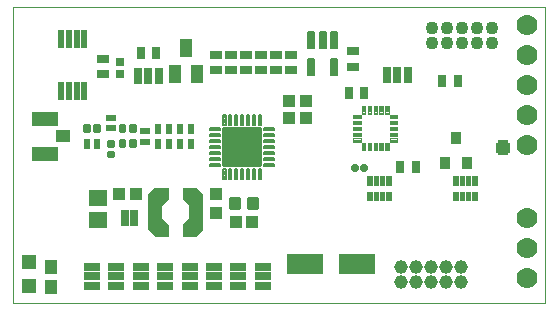
<source format=gts>
G75*
%MOIN*%
%OFA0B0*%
%FSLAX25Y25*%
%IPPOS*%
%LPD*%
%AMOC8*
5,1,8,0,0,1.08239X$1,22.5*
%
%ADD10C,0.00000*%
%ADD11R,0.04416X0.04180*%
%ADD12R,0.04376X0.04061*%
%ADD13R,0.04061X0.04376*%
%ADD14R,0.09061X0.04534*%
%ADD15R,0.04534X0.04337*%
%ADD16R,0.03274X0.02408*%
%ADD17R,0.02408X0.03274*%
%ADD18C,0.00000*%
%ADD19C,0.00001*%
%ADD20C,0.01183*%
%ADD21R,0.05400X0.02900*%
%ADD22C,0.00791*%
%ADD23C,0.01320*%
%ADD24R,0.06306X0.05518*%
%ADD25C,0.01339*%
%ADD26R,0.02900X0.05400*%
%ADD27R,0.03156X0.03943*%
%ADD28R,0.03943X0.03156*%
%ADD29R,0.04337X0.05912*%
%ADD30C,0.00671*%
%ADD31C,0.00356*%
%ADD32C,0.04337*%
%ADD33C,0.07000*%
%ADD34C,0.00039*%
%ADD35R,0.05124X0.05124*%
%ADD36R,0.04337X0.04731*%
%ADD37R,0.02100X0.06300*%
%ADD38R,0.02762X0.02762*%
%ADD39C,0.04559*%
%ADD40C,0.04600*%
%ADD41C,0.00320*%
%ADD42C,0.00261*%
%ADD43R,0.12211X0.06699*%
%ADD44C,0.02762*%
%ADD45R,0.03550X0.03943*%
D10*
X0050250Y0057425D02*
X0050250Y0155850D01*
X0227415Y0155850D01*
X0227415Y0057425D01*
X0050250Y0057425D01*
D11*
X0117962Y0087344D03*
X0117962Y0093470D03*
D12*
X0124334Y0084300D03*
X0129916Y0084300D03*
X0091166Y0093675D03*
X0085584Y0093675D03*
D13*
X0142125Y0119009D03*
X0147750Y0119009D03*
X0147750Y0124591D03*
X0142125Y0124591D03*
D14*
X0060737Y0118734D03*
X0060737Y0107120D03*
D15*
X0066741Y0112927D03*
D16*
X0082750Y0115486D03*
X0082750Y0119108D03*
X0094000Y0114733D03*
X0094000Y0111111D03*
D17*
X0098439Y0110422D03*
X0102061Y0110422D03*
X0105939Y0110422D03*
X0109561Y0110422D03*
X0109561Y0115422D03*
X0105939Y0115422D03*
X0102061Y0115422D03*
X0098439Y0115422D03*
X0078311Y0110422D03*
X0074689Y0110422D03*
D18*
X0095166Y0093399D02*
X0097529Y0095762D01*
X0101662Y0095762D01*
X0101662Y0092021D01*
X0099497Y0089856D01*
X0099497Y0085525D01*
X0101662Y0083360D01*
X0101662Y0079620D01*
X0097529Y0079620D01*
X0095166Y0081982D01*
X0095166Y0093399D01*
X0106781Y0092021D02*
X0108946Y0089856D01*
X0108946Y0085525D01*
X0106781Y0083360D01*
X0106781Y0079620D01*
X0110914Y0079620D01*
X0113277Y0081982D01*
X0113277Y0093399D01*
X0110914Y0095762D01*
X0106781Y0095762D01*
X0106781Y0092021D01*
D19*
X0113277Y0092021D01*
X0113277Y0092020D02*
X0106782Y0092020D01*
X0106783Y0092019D02*
X0113277Y0092019D01*
X0106783Y0092019D01*
X0106784Y0092018D02*
X0113277Y0092018D01*
X0113277Y0092017D02*
X0106785Y0092017D01*
X0106786Y0092016D02*
X0113277Y0092016D01*
X0113277Y0092015D02*
X0106787Y0092015D01*
X0113277Y0092015D01*
X0113277Y0092014D02*
X0106788Y0092014D01*
X0106789Y0092013D02*
X0113277Y0092013D01*
X0113277Y0092012D02*
X0106790Y0092012D01*
X0106791Y0092011D02*
X0113277Y0092011D01*
X0106791Y0092011D01*
X0106792Y0092010D02*
X0113277Y0092010D01*
X0113277Y0092009D02*
X0106793Y0092009D01*
X0106794Y0092008D02*
X0113277Y0092008D01*
X0113277Y0092007D02*
X0106795Y0092007D01*
X0113277Y0092007D01*
X0113277Y0092006D02*
X0106796Y0092006D01*
X0106797Y0092005D02*
X0113277Y0092005D01*
X0113277Y0092004D02*
X0106798Y0092004D01*
X0106799Y0092003D02*
X0113277Y0092003D01*
X0106799Y0092003D01*
X0106800Y0092002D02*
X0113277Y0092002D01*
X0113277Y0092001D02*
X0106801Y0092001D01*
X0106802Y0092000D02*
X0113277Y0092000D01*
X0113277Y0091999D02*
X0106803Y0091999D01*
X0113277Y0091999D01*
X0113277Y0091998D02*
X0106804Y0091998D01*
X0106805Y0091997D02*
X0113277Y0091997D01*
X0113277Y0091996D02*
X0106806Y0091996D01*
X0106807Y0091995D02*
X0113277Y0091995D01*
X0106807Y0091995D01*
X0106808Y0091994D02*
X0113277Y0091994D01*
X0113277Y0091993D02*
X0106809Y0091993D01*
X0106810Y0091992D02*
X0113277Y0091992D01*
X0113277Y0091991D02*
X0106811Y0091991D01*
X0113277Y0091991D01*
X0113277Y0091990D02*
X0106812Y0091990D01*
X0106813Y0091989D02*
X0113277Y0091989D01*
X0113277Y0091988D02*
X0106814Y0091988D01*
X0106815Y0091987D02*
X0113277Y0091987D01*
X0106815Y0091987D01*
X0106816Y0091986D02*
X0113277Y0091986D01*
X0113277Y0091985D02*
X0106817Y0091985D01*
X0106818Y0091984D02*
X0113277Y0091984D01*
X0113277Y0091983D02*
X0106819Y0091983D01*
X0113277Y0091983D01*
X0113277Y0091982D02*
X0106820Y0091982D01*
X0106821Y0091981D02*
X0113277Y0091981D01*
X0113277Y0091980D02*
X0106822Y0091980D01*
X0106823Y0091979D02*
X0113277Y0091979D01*
X0106823Y0091979D01*
X0106824Y0091978D02*
X0113277Y0091978D01*
X0113277Y0091977D02*
X0106825Y0091977D01*
X0106826Y0091976D02*
X0113277Y0091976D01*
X0113277Y0091975D02*
X0106827Y0091975D01*
X0113277Y0091975D01*
X0113277Y0091974D02*
X0106828Y0091974D01*
X0106829Y0091973D02*
X0113277Y0091973D01*
X0113277Y0091972D02*
X0106830Y0091972D01*
X0106831Y0091971D02*
X0113277Y0091971D01*
X0106831Y0091971D01*
X0106832Y0091970D02*
X0113277Y0091970D01*
X0113277Y0091969D02*
X0106833Y0091969D01*
X0106834Y0091968D02*
X0113277Y0091968D01*
X0113277Y0091967D02*
X0106835Y0091967D01*
X0113277Y0091967D01*
X0113277Y0091966D02*
X0106836Y0091966D01*
X0106837Y0091965D02*
X0113277Y0091965D01*
X0113277Y0091964D02*
X0106838Y0091964D01*
X0106839Y0091963D02*
X0113277Y0091963D01*
X0106839Y0091963D01*
X0106840Y0091962D02*
X0113277Y0091962D01*
X0113277Y0091961D02*
X0106841Y0091961D01*
X0106842Y0091960D02*
X0113277Y0091960D01*
X0113277Y0091959D02*
X0106843Y0091959D01*
X0113277Y0091959D01*
X0113277Y0091958D02*
X0106844Y0091958D01*
X0106845Y0091957D02*
X0113277Y0091957D01*
X0113277Y0091956D02*
X0106846Y0091956D01*
X0106847Y0091955D02*
X0113277Y0091955D01*
X0106847Y0091955D01*
X0106848Y0091954D02*
X0113277Y0091954D01*
X0113277Y0091953D02*
X0106849Y0091953D01*
X0106850Y0091952D02*
X0113277Y0091952D01*
X0113277Y0091951D02*
X0106851Y0091951D01*
X0113277Y0091951D01*
X0113277Y0091950D02*
X0106852Y0091950D01*
X0106853Y0091949D02*
X0113277Y0091949D01*
X0113277Y0091948D02*
X0106854Y0091948D01*
X0106855Y0091947D02*
X0113277Y0091947D01*
X0106855Y0091947D01*
X0106856Y0091946D02*
X0113277Y0091946D01*
X0113277Y0091945D02*
X0106857Y0091945D01*
X0106858Y0091944D02*
X0113277Y0091944D01*
X0113277Y0091943D02*
X0106859Y0091943D01*
X0113277Y0091943D01*
X0113277Y0091942D02*
X0106860Y0091942D01*
X0106861Y0091941D02*
X0113277Y0091941D01*
X0113277Y0091940D02*
X0106862Y0091940D01*
X0106863Y0091939D02*
X0113277Y0091939D01*
X0106863Y0091939D01*
X0106864Y0091938D02*
X0113277Y0091938D01*
X0113277Y0091937D02*
X0106865Y0091937D01*
X0106866Y0091936D02*
X0113277Y0091936D01*
X0113277Y0091935D02*
X0106867Y0091935D01*
X0113277Y0091935D01*
X0113277Y0091934D02*
X0106868Y0091934D01*
X0106869Y0091933D02*
X0113277Y0091933D01*
X0113277Y0091932D02*
X0106870Y0091932D01*
X0106871Y0091931D02*
X0113277Y0091931D01*
X0106871Y0091931D01*
X0106872Y0091930D02*
X0113277Y0091930D01*
X0113277Y0091929D02*
X0106873Y0091929D01*
X0106874Y0091928D02*
X0113277Y0091928D01*
X0113277Y0091927D02*
X0106875Y0091927D01*
X0113277Y0091927D01*
X0113277Y0091926D02*
X0106876Y0091926D01*
X0106877Y0091925D02*
X0113277Y0091925D01*
X0113277Y0091924D02*
X0106878Y0091924D01*
X0106879Y0091923D02*
X0113277Y0091923D01*
X0106879Y0091923D01*
X0106880Y0091922D02*
X0113277Y0091922D01*
X0113277Y0091921D02*
X0106881Y0091921D01*
X0106882Y0091920D02*
X0113277Y0091920D01*
X0113277Y0091919D02*
X0106883Y0091919D01*
X0113277Y0091919D01*
X0113277Y0091918D02*
X0106884Y0091918D01*
X0106885Y0091917D02*
X0113277Y0091917D01*
X0113277Y0091916D02*
X0106886Y0091916D01*
X0106887Y0091915D02*
X0113277Y0091915D01*
X0106887Y0091915D01*
X0106888Y0091914D02*
X0113277Y0091914D01*
X0113277Y0091913D02*
X0106889Y0091913D01*
X0106890Y0091912D02*
X0113277Y0091912D01*
X0113277Y0091911D02*
X0106891Y0091911D01*
X0113277Y0091911D01*
X0113277Y0091910D02*
X0106892Y0091910D01*
X0106893Y0091909D02*
X0113277Y0091909D01*
X0113277Y0091908D02*
X0106894Y0091908D01*
X0106895Y0091907D02*
X0113277Y0091907D01*
X0106895Y0091907D01*
X0106896Y0091906D02*
X0113277Y0091906D01*
X0113277Y0091905D02*
X0106897Y0091905D01*
X0106898Y0091904D02*
X0113277Y0091904D01*
X0113277Y0091903D02*
X0106898Y0091903D01*
X0106899Y0091903D02*
X0113277Y0091903D01*
X0113277Y0091902D02*
X0106900Y0091902D01*
X0106901Y0091901D02*
X0113277Y0091901D01*
X0113277Y0091900D02*
X0106902Y0091900D01*
X0106902Y0091899D02*
X0113277Y0091899D01*
X0106903Y0091899D01*
X0106904Y0091898D02*
X0113277Y0091898D01*
X0113277Y0091897D02*
X0106905Y0091897D01*
X0106906Y0091896D02*
X0113277Y0091896D01*
X0113277Y0091895D02*
X0106906Y0091895D01*
X0106907Y0091895D02*
X0113277Y0091895D01*
X0113277Y0091894D02*
X0106908Y0091894D01*
X0106909Y0091893D02*
X0113277Y0091893D01*
X0113277Y0091892D02*
X0106910Y0091892D01*
X0106910Y0091891D02*
X0113277Y0091891D01*
X0106911Y0091891D01*
X0106912Y0091890D02*
X0113277Y0091890D01*
X0113277Y0091889D02*
X0106913Y0091889D01*
X0106914Y0091888D02*
X0113277Y0091888D01*
X0113277Y0091887D02*
X0106914Y0091887D01*
X0106915Y0091887D02*
X0113277Y0091887D01*
X0113277Y0091886D02*
X0106916Y0091886D01*
X0106917Y0091885D02*
X0113277Y0091885D01*
X0113277Y0091884D02*
X0106918Y0091884D01*
X0106918Y0091883D02*
X0113277Y0091883D01*
X0106919Y0091883D01*
X0106920Y0091882D02*
X0113277Y0091882D01*
X0113277Y0091881D02*
X0106921Y0091881D01*
X0106922Y0091880D02*
X0113277Y0091880D01*
X0113277Y0091879D02*
X0106922Y0091879D01*
X0106923Y0091879D02*
X0113277Y0091879D01*
X0113277Y0091878D02*
X0106924Y0091878D01*
X0106925Y0091877D02*
X0113277Y0091877D01*
X0113277Y0091876D02*
X0106926Y0091876D01*
X0106926Y0091875D02*
X0113277Y0091875D01*
X0106927Y0091875D01*
X0106928Y0091874D02*
X0113277Y0091874D01*
X0113277Y0091873D02*
X0106929Y0091873D01*
X0106930Y0091872D02*
X0113277Y0091872D01*
X0113277Y0091871D02*
X0106930Y0091871D01*
X0106931Y0091871D02*
X0113277Y0091871D01*
X0113277Y0091870D02*
X0106932Y0091870D01*
X0106933Y0091869D02*
X0113277Y0091869D01*
X0113277Y0091868D02*
X0106934Y0091868D01*
X0106934Y0091867D02*
X0113277Y0091867D01*
X0106935Y0091867D01*
X0106936Y0091866D02*
X0113277Y0091866D01*
X0113277Y0091865D02*
X0106937Y0091865D01*
X0106938Y0091864D02*
X0113277Y0091864D01*
X0113277Y0091863D02*
X0106938Y0091863D01*
X0106939Y0091863D02*
X0113277Y0091863D01*
X0113277Y0091862D02*
X0106940Y0091862D01*
X0106941Y0091861D02*
X0113277Y0091861D01*
X0113277Y0091860D02*
X0106942Y0091860D01*
X0106942Y0091859D02*
X0113277Y0091859D01*
X0106943Y0091859D01*
X0106944Y0091858D02*
X0113277Y0091858D01*
X0113277Y0091857D02*
X0106945Y0091857D01*
X0106946Y0091856D02*
X0113277Y0091856D01*
X0113277Y0091855D02*
X0106946Y0091855D01*
X0106947Y0091855D02*
X0113277Y0091855D01*
X0113277Y0091854D02*
X0106948Y0091854D01*
X0106949Y0091853D02*
X0113277Y0091853D01*
X0113277Y0091852D02*
X0106950Y0091852D01*
X0106950Y0091851D02*
X0113277Y0091851D01*
X0106951Y0091851D01*
X0106952Y0091850D02*
X0113277Y0091850D01*
X0113277Y0091849D02*
X0106953Y0091849D01*
X0106954Y0091848D02*
X0113277Y0091848D01*
X0113277Y0091847D02*
X0106954Y0091847D01*
X0106955Y0091847D02*
X0113277Y0091847D01*
X0113277Y0091846D02*
X0106956Y0091846D01*
X0106957Y0091845D02*
X0113277Y0091845D01*
X0113277Y0091844D02*
X0106958Y0091844D01*
X0106958Y0091843D02*
X0113277Y0091843D01*
X0106959Y0091843D01*
X0106960Y0091842D02*
X0113277Y0091842D01*
X0113277Y0091841D02*
X0106961Y0091841D01*
X0106962Y0091840D02*
X0113277Y0091840D01*
X0113277Y0091839D02*
X0106962Y0091839D01*
X0106963Y0091839D02*
X0113277Y0091839D01*
X0113277Y0091838D02*
X0106964Y0091838D01*
X0106965Y0091837D02*
X0113277Y0091837D01*
X0113277Y0091836D02*
X0106966Y0091836D01*
X0106966Y0091835D02*
X0113277Y0091835D01*
X0106967Y0091835D01*
X0106968Y0091834D02*
X0113277Y0091834D01*
X0113277Y0091833D02*
X0106969Y0091833D01*
X0106970Y0091832D02*
X0113277Y0091832D01*
X0113277Y0091831D02*
X0106970Y0091831D01*
X0106971Y0091831D02*
X0113277Y0091831D01*
X0113277Y0091830D02*
X0106972Y0091830D01*
X0106973Y0091829D02*
X0113277Y0091829D01*
X0113277Y0091828D02*
X0106974Y0091828D01*
X0106974Y0091827D02*
X0113277Y0091827D01*
X0106975Y0091827D01*
X0106976Y0091826D02*
X0113277Y0091826D01*
X0113277Y0091825D02*
X0106977Y0091825D01*
X0106978Y0091824D02*
X0113277Y0091824D01*
X0113277Y0091823D02*
X0106978Y0091823D01*
X0106979Y0091823D02*
X0113277Y0091823D01*
X0113277Y0091822D02*
X0106980Y0091822D01*
X0106981Y0091821D02*
X0113277Y0091821D01*
X0113277Y0091820D02*
X0106982Y0091820D01*
X0113277Y0091820D01*
X0113277Y0091819D02*
X0106983Y0091819D01*
X0106984Y0091818D02*
X0113277Y0091818D01*
X0113277Y0091817D02*
X0106985Y0091817D01*
X0106986Y0091816D02*
X0113277Y0091816D01*
X0106986Y0091816D01*
X0106987Y0091815D02*
X0113277Y0091815D01*
X0113277Y0091814D02*
X0106988Y0091814D01*
X0106989Y0091813D02*
X0113277Y0091813D01*
X0113277Y0091812D02*
X0106990Y0091812D01*
X0113277Y0091812D01*
X0113277Y0091811D02*
X0106991Y0091811D01*
X0106992Y0091810D02*
X0113277Y0091810D01*
X0113277Y0091809D02*
X0106993Y0091809D01*
X0106994Y0091808D02*
X0113277Y0091808D01*
X0106994Y0091808D01*
X0106995Y0091807D02*
X0113277Y0091807D01*
X0113277Y0091806D02*
X0106996Y0091806D01*
X0106997Y0091805D02*
X0113277Y0091805D01*
X0113277Y0091804D02*
X0106998Y0091804D01*
X0113277Y0091804D01*
X0113277Y0091803D02*
X0106999Y0091803D01*
X0107000Y0091802D02*
X0113277Y0091802D01*
X0113277Y0091801D02*
X0107001Y0091801D01*
X0107002Y0091800D02*
X0113277Y0091800D01*
X0107002Y0091800D01*
X0107003Y0091799D02*
X0113277Y0091799D01*
X0113277Y0091798D02*
X0107004Y0091798D01*
X0107005Y0091797D02*
X0113277Y0091797D01*
X0113277Y0091796D02*
X0107006Y0091796D01*
X0113277Y0091796D01*
X0113277Y0091795D02*
X0107007Y0091795D01*
X0107008Y0091794D02*
X0113277Y0091794D01*
X0113277Y0091793D02*
X0107009Y0091793D01*
X0107010Y0091792D02*
X0113277Y0091792D01*
X0107010Y0091792D01*
X0107011Y0091791D02*
X0113277Y0091791D01*
X0113277Y0091790D02*
X0107012Y0091790D01*
X0107013Y0091789D02*
X0113277Y0091789D01*
X0113277Y0091788D02*
X0107014Y0091788D01*
X0113277Y0091788D01*
X0113277Y0091787D02*
X0107015Y0091787D01*
X0107016Y0091786D02*
X0113277Y0091786D01*
X0113277Y0091785D02*
X0107017Y0091785D01*
X0107018Y0091784D02*
X0113277Y0091784D01*
X0107018Y0091784D01*
X0107019Y0091783D02*
X0113277Y0091783D01*
X0113277Y0091782D02*
X0107020Y0091782D01*
X0107021Y0091781D02*
X0113277Y0091781D01*
X0113277Y0091780D02*
X0107022Y0091780D01*
X0113277Y0091780D01*
X0113277Y0091779D02*
X0107023Y0091779D01*
X0107024Y0091778D02*
X0113277Y0091778D01*
X0113277Y0091777D02*
X0107025Y0091777D01*
X0107026Y0091776D02*
X0113277Y0091776D01*
X0107026Y0091776D01*
X0107027Y0091775D02*
X0113277Y0091775D01*
X0113277Y0091774D02*
X0107028Y0091774D01*
X0107029Y0091773D02*
X0113277Y0091773D01*
X0113277Y0091772D02*
X0107030Y0091772D01*
X0113277Y0091772D01*
X0113277Y0091771D02*
X0107031Y0091771D01*
X0107032Y0091770D02*
X0113277Y0091770D01*
X0113277Y0091769D02*
X0107033Y0091769D01*
X0107034Y0091768D02*
X0113277Y0091768D01*
X0107034Y0091768D01*
X0107035Y0091767D02*
X0113277Y0091767D01*
X0113277Y0091766D02*
X0107036Y0091766D01*
X0107037Y0091765D02*
X0113277Y0091765D01*
X0113277Y0091764D02*
X0107038Y0091764D01*
X0113277Y0091764D01*
X0113277Y0091763D02*
X0107039Y0091763D01*
X0107040Y0091762D02*
X0113277Y0091762D01*
X0113277Y0091761D02*
X0107041Y0091761D01*
X0107042Y0091760D02*
X0113277Y0091760D01*
X0107042Y0091760D01*
X0107043Y0091759D02*
X0113277Y0091759D01*
X0113277Y0091758D02*
X0107044Y0091758D01*
X0107045Y0091757D02*
X0113277Y0091757D01*
X0113277Y0091756D02*
X0107046Y0091756D01*
X0113277Y0091756D01*
X0113277Y0091755D02*
X0107047Y0091755D01*
X0107048Y0091754D02*
X0113277Y0091754D01*
X0113277Y0091753D02*
X0107049Y0091753D01*
X0107050Y0091752D02*
X0113277Y0091752D01*
X0107050Y0091752D01*
X0107051Y0091751D02*
X0113277Y0091751D01*
X0113277Y0091750D02*
X0107052Y0091750D01*
X0107053Y0091749D02*
X0113277Y0091749D01*
X0113277Y0091748D02*
X0107054Y0091748D01*
X0113277Y0091748D01*
X0113277Y0091747D02*
X0107055Y0091747D01*
X0107056Y0091746D02*
X0113277Y0091746D01*
X0113277Y0091745D02*
X0107057Y0091745D01*
X0107058Y0091744D02*
X0113277Y0091744D01*
X0107058Y0091744D01*
X0107059Y0091743D02*
X0113277Y0091743D01*
X0113277Y0091742D02*
X0107060Y0091742D01*
X0107061Y0091741D02*
X0113277Y0091741D01*
X0113277Y0091740D02*
X0107062Y0091740D01*
X0113277Y0091740D01*
X0113277Y0091739D02*
X0107063Y0091739D01*
X0107064Y0091738D02*
X0113277Y0091738D01*
X0113277Y0091737D02*
X0107065Y0091737D01*
X0107066Y0091736D02*
X0113277Y0091736D01*
X0107066Y0091736D01*
X0107067Y0091735D02*
X0113277Y0091735D01*
X0113277Y0091734D02*
X0107068Y0091734D01*
X0107069Y0091733D02*
X0113277Y0091733D01*
X0113277Y0091732D02*
X0107070Y0091732D01*
X0113277Y0091732D01*
X0113277Y0091731D02*
X0107071Y0091731D01*
X0107072Y0091730D02*
X0113277Y0091730D01*
X0113277Y0091729D02*
X0107073Y0091729D01*
X0107074Y0091728D02*
X0113277Y0091728D01*
X0107074Y0091728D01*
X0107075Y0091727D02*
X0113277Y0091727D01*
X0113277Y0091726D02*
X0107076Y0091726D01*
X0107077Y0091725D02*
X0113277Y0091725D01*
X0113277Y0091724D02*
X0107078Y0091724D01*
X0113277Y0091724D01*
X0113277Y0091723D02*
X0107079Y0091723D01*
X0107080Y0091722D02*
X0113277Y0091722D01*
X0113277Y0091721D02*
X0107081Y0091721D01*
X0107082Y0091720D02*
X0113277Y0091720D01*
X0107082Y0091720D01*
X0107083Y0091719D02*
X0113277Y0091719D01*
X0113277Y0091718D02*
X0107084Y0091718D01*
X0107085Y0091717D02*
X0113277Y0091717D01*
X0113277Y0091716D02*
X0107086Y0091716D01*
X0113277Y0091716D01*
X0113277Y0091715D02*
X0107087Y0091715D01*
X0107088Y0091714D02*
X0113277Y0091714D01*
X0113277Y0091713D02*
X0107089Y0091713D01*
X0107090Y0091712D02*
X0113277Y0091712D01*
X0107090Y0091712D01*
X0107091Y0091711D02*
X0113277Y0091711D01*
X0113277Y0091710D02*
X0107092Y0091710D01*
X0107093Y0091709D02*
X0113277Y0091709D01*
X0113277Y0091708D02*
X0107094Y0091708D01*
X0113277Y0091708D01*
X0113277Y0091707D02*
X0107095Y0091707D01*
X0107096Y0091706D02*
X0113277Y0091706D01*
X0113277Y0091705D02*
X0107097Y0091705D01*
X0107098Y0091704D02*
X0113277Y0091704D01*
X0107098Y0091704D01*
X0107099Y0091703D02*
X0113277Y0091703D01*
X0113277Y0091702D02*
X0107100Y0091702D01*
X0107101Y0091701D02*
X0113277Y0091701D01*
X0113277Y0091700D02*
X0107102Y0091700D01*
X0113277Y0091700D01*
X0113277Y0091699D02*
X0107103Y0091699D01*
X0107104Y0091698D02*
X0113277Y0091698D01*
X0113277Y0091697D02*
X0107105Y0091697D01*
X0107106Y0091696D02*
X0113277Y0091696D01*
X0107106Y0091696D01*
X0107107Y0091695D02*
X0113277Y0091695D01*
X0113277Y0091694D02*
X0107108Y0091694D01*
X0107109Y0091693D02*
X0113277Y0091693D01*
X0113277Y0091692D02*
X0107110Y0091692D01*
X0113277Y0091692D01*
X0113277Y0091691D02*
X0107111Y0091691D01*
X0107112Y0091690D02*
X0113277Y0091690D01*
X0113277Y0091689D02*
X0107113Y0091689D01*
X0107114Y0091688D02*
X0113277Y0091688D01*
X0107114Y0091688D01*
X0107115Y0091687D02*
X0113277Y0091687D01*
X0113277Y0091686D02*
X0107116Y0091686D01*
X0107117Y0091685D02*
X0113277Y0091685D01*
X0113277Y0091684D02*
X0107118Y0091684D01*
X0113277Y0091684D01*
X0113277Y0091683D02*
X0107119Y0091683D01*
X0107120Y0091682D02*
X0113277Y0091682D01*
X0113277Y0091681D02*
X0107121Y0091681D01*
X0107122Y0091680D02*
X0113277Y0091680D01*
X0107122Y0091680D01*
X0107123Y0091679D02*
X0113277Y0091679D01*
X0113277Y0091678D02*
X0107124Y0091678D01*
X0107125Y0091677D02*
X0113277Y0091677D01*
X0113277Y0091676D02*
X0107126Y0091676D01*
X0113277Y0091676D01*
X0113277Y0091675D02*
X0107127Y0091675D01*
X0107128Y0091674D02*
X0113277Y0091674D01*
X0113277Y0091673D02*
X0107129Y0091673D01*
X0107130Y0091672D02*
X0113277Y0091672D01*
X0107130Y0091672D01*
X0107131Y0091671D02*
X0113277Y0091671D01*
X0113277Y0091670D02*
X0107132Y0091670D01*
X0107133Y0091669D02*
X0113277Y0091669D01*
X0113277Y0091668D02*
X0107134Y0091668D01*
X0113277Y0091668D01*
X0113277Y0091667D02*
X0107135Y0091667D01*
X0107136Y0091666D02*
X0113277Y0091666D01*
X0113277Y0091665D02*
X0107137Y0091665D01*
X0107138Y0091664D02*
X0113277Y0091664D01*
X0107138Y0091664D01*
X0107139Y0091663D02*
X0113277Y0091663D01*
X0113277Y0091662D02*
X0107140Y0091662D01*
X0107141Y0091661D02*
X0113277Y0091661D01*
X0113277Y0091660D02*
X0107142Y0091660D01*
X0113277Y0091660D01*
X0113277Y0091659D02*
X0107143Y0091659D01*
X0107144Y0091658D02*
X0113277Y0091658D01*
X0113277Y0091657D02*
X0107145Y0091657D01*
X0107146Y0091656D02*
X0113277Y0091656D01*
X0107146Y0091656D01*
X0107147Y0091655D02*
X0113277Y0091655D01*
X0113277Y0091654D02*
X0107148Y0091654D01*
X0107149Y0091653D02*
X0113277Y0091653D01*
X0113277Y0091652D02*
X0107150Y0091652D01*
X0113277Y0091652D01*
X0113277Y0091651D02*
X0107151Y0091651D01*
X0107152Y0091650D02*
X0113277Y0091650D01*
X0113277Y0091649D02*
X0107153Y0091649D01*
X0107154Y0091648D02*
X0113277Y0091648D01*
X0107154Y0091648D01*
X0107155Y0091647D02*
X0113277Y0091647D01*
X0113277Y0091646D02*
X0107156Y0091646D01*
X0107157Y0091645D02*
X0113277Y0091645D01*
X0113277Y0091644D02*
X0107158Y0091644D01*
X0113277Y0091644D01*
X0113277Y0091643D02*
X0107159Y0091643D01*
X0107160Y0091642D02*
X0113277Y0091642D01*
X0113277Y0091641D02*
X0107161Y0091641D01*
X0107162Y0091640D02*
X0113277Y0091640D01*
X0107162Y0091640D01*
X0107163Y0091639D02*
X0113277Y0091639D01*
X0113277Y0091638D02*
X0107164Y0091638D01*
X0107165Y0091637D02*
X0113277Y0091637D01*
X0113277Y0091636D02*
X0107166Y0091636D01*
X0113277Y0091636D01*
X0113277Y0091635D02*
X0107167Y0091635D01*
X0107168Y0091634D02*
X0113277Y0091634D01*
X0113277Y0091633D02*
X0107169Y0091633D01*
X0107170Y0091632D02*
X0113277Y0091632D01*
X0107170Y0091632D01*
X0107171Y0091631D02*
X0113277Y0091631D01*
X0113277Y0091630D02*
X0107172Y0091630D01*
X0107173Y0091629D02*
X0113277Y0091629D01*
X0113277Y0091628D02*
X0107174Y0091628D01*
X0113277Y0091628D01*
X0113277Y0091627D02*
X0107175Y0091627D01*
X0107176Y0091626D02*
X0113277Y0091626D01*
X0113277Y0091625D02*
X0107177Y0091625D01*
X0107178Y0091624D02*
X0113277Y0091624D01*
X0107178Y0091624D01*
X0107179Y0091623D02*
X0113277Y0091623D01*
X0113277Y0091622D02*
X0107180Y0091622D01*
X0107181Y0091621D02*
X0113277Y0091621D01*
X0113277Y0091620D02*
X0107182Y0091620D01*
X0113277Y0091620D01*
X0113277Y0091619D02*
X0107183Y0091619D01*
X0107184Y0091618D02*
X0113277Y0091618D01*
X0113277Y0091617D02*
X0107185Y0091617D01*
X0107186Y0091616D02*
X0113277Y0091616D01*
X0107186Y0091616D01*
X0107187Y0091615D02*
X0113277Y0091615D01*
X0113277Y0091614D02*
X0107188Y0091614D01*
X0107189Y0091613D02*
X0113277Y0091613D01*
X0113277Y0091612D02*
X0107190Y0091612D01*
X0113277Y0091612D01*
X0113277Y0091611D02*
X0107191Y0091611D01*
X0107192Y0091610D02*
X0113277Y0091610D01*
X0113277Y0091609D02*
X0107193Y0091609D01*
X0107194Y0091608D02*
X0113277Y0091608D01*
X0107194Y0091608D01*
X0107195Y0091607D02*
X0113277Y0091607D01*
X0113277Y0091606D02*
X0107196Y0091606D01*
X0107197Y0091605D02*
X0113277Y0091605D01*
X0113277Y0091604D02*
X0107198Y0091604D01*
X0113277Y0091604D01*
X0113277Y0091603D02*
X0107199Y0091603D01*
X0107200Y0091602D02*
X0113277Y0091602D01*
X0113277Y0091601D02*
X0107201Y0091601D01*
X0107202Y0091600D02*
X0113277Y0091600D01*
X0107202Y0091600D01*
X0107203Y0091599D02*
X0113277Y0091599D01*
X0113277Y0091598D02*
X0107204Y0091598D01*
X0107205Y0091597D02*
X0113277Y0091597D01*
X0113277Y0091596D02*
X0107206Y0091596D01*
X0113277Y0091596D01*
X0113277Y0091595D02*
X0107207Y0091595D01*
X0107208Y0091594D02*
X0113277Y0091594D01*
X0113277Y0091593D02*
X0107209Y0091593D01*
X0107210Y0091592D02*
X0113277Y0091592D01*
X0107210Y0091592D01*
X0107211Y0091591D02*
X0113277Y0091591D01*
X0113277Y0091590D02*
X0107212Y0091590D01*
X0107213Y0091589D02*
X0113277Y0091589D01*
X0113277Y0091588D02*
X0107214Y0091588D01*
X0113277Y0091588D01*
X0113277Y0091587D02*
X0107215Y0091587D01*
X0107216Y0091586D02*
X0113277Y0091586D01*
X0113277Y0091585D02*
X0107217Y0091585D01*
X0107218Y0091584D02*
X0113277Y0091584D01*
X0107218Y0091584D01*
X0107219Y0091583D02*
X0113277Y0091583D01*
X0113277Y0091582D02*
X0107220Y0091582D01*
X0107221Y0091581D02*
X0113277Y0091581D01*
X0113277Y0091580D02*
X0107222Y0091580D01*
X0113277Y0091580D01*
X0113277Y0091579D02*
X0107223Y0091579D01*
X0107224Y0091578D02*
X0113277Y0091578D01*
X0113277Y0091577D02*
X0107225Y0091577D01*
X0107226Y0091576D02*
X0113277Y0091576D01*
X0107226Y0091576D01*
X0107227Y0091575D02*
X0113277Y0091575D01*
X0113277Y0091574D02*
X0107228Y0091574D01*
X0107229Y0091573D02*
X0113277Y0091573D01*
X0113277Y0091572D02*
X0107230Y0091572D01*
X0113277Y0091572D01*
X0113277Y0091571D02*
X0107231Y0091571D01*
X0107232Y0091570D02*
X0113277Y0091570D01*
X0113277Y0091569D02*
X0107233Y0091569D01*
X0107234Y0091568D02*
X0113277Y0091568D01*
X0107234Y0091568D01*
X0107235Y0091567D02*
X0113277Y0091567D01*
X0113277Y0091566D02*
X0107236Y0091566D01*
X0107237Y0091565D02*
X0113277Y0091565D01*
X0113277Y0091564D02*
X0107238Y0091564D01*
X0113277Y0091564D01*
X0113277Y0091563D02*
X0107239Y0091563D01*
X0107240Y0091562D02*
X0113277Y0091562D01*
X0113277Y0091561D02*
X0107241Y0091561D01*
X0107242Y0091560D02*
X0113277Y0091560D01*
X0107242Y0091560D01*
X0107243Y0091559D02*
X0113277Y0091559D01*
X0113277Y0091558D02*
X0107244Y0091558D01*
X0107245Y0091557D02*
X0113277Y0091557D01*
X0113277Y0091556D02*
X0107246Y0091556D01*
X0113277Y0091556D01*
X0113277Y0091555D02*
X0107247Y0091555D01*
X0107248Y0091554D02*
X0113277Y0091554D01*
X0113277Y0091553D02*
X0107249Y0091553D01*
X0107250Y0091552D02*
X0113277Y0091552D01*
X0107250Y0091552D01*
X0107251Y0091551D02*
X0113277Y0091551D01*
X0113277Y0091550D02*
X0107252Y0091550D01*
X0107253Y0091549D02*
X0113277Y0091549D01*
X0113277Y0091548D02*
X0107254Y0091548D01*
X0113277Y0091548D01*
X0113277Y0091547D02*
X0107255Y0091547D01*
X0107256Y0091546D02*
X0113277Y0091546D01*
X0113277Y0091545D02*
X0107257Y0091545D01*
X0107258Y0091544D02*
X0113277Y0091544D01*
X0107258Y0091544D01*
X0107259Y0091543D02*
X0113277Y0091543D01*
X0113277Y0091542D02*
X0107260Y0091542D01*
X0107261Y0091541D02*
X0113277Y0091541D01*
X0113277Y0091540D02*
X0107262Y0091540D01*
X0113277Y0091540D01*
X0113277Y0091539D02*
X0107263Y0091539D01*
X0107264Y0091538D02*
X0113277Y0091538D01*
X0113277Y0091537D02*
X0107265Y0091537D01*
X0107266Y0091536D02*
X0113277Y0091536D01*
X0107266Y0091536D01*
X0107267Y0091535D02*
X0113277Y0091535D01*
X0113277Y0091534D02*
X0107268Y0091534D01*
X0107269Y0091533D02*
X0113277Y0091533D01*
X0113277Y0091532D02*
X0107270Y0091532D01*
X0113277Y0091532D01*
X0113277Y0091531D02*
X0107271Y0091531D01*
X0107272Y0091530D02*
X0113277Y0091530D01*
X0113277Y0091529D02*
X0107273Y0091529D01*
X0107274Y0091528D02*
X0113277Y0091528D01*
X0107274Y0091528D01*
X0107275Y0091527D02*
X0113277Y0091527D01*
X0113277Y0091526D02*
X0107276Y0091526D01*
X0107277Y0091525D02*
X0113277Y0091525D01*
X0113277Y0091524D02*
X0107278Y0091524D01*
X0113277Y0091524D01*
X0113277Y0091523D02*
X0107279Y0091523D01*
X0107280Y0091522D02*
X0113277Y0091522D01*
X0113277Y0091521D02*
X0107281Y0091521D01*
X0107282Y0091520D02*
X0113277Y0091520D01*
X0107282Y0091520D01*
X0107283Y0091519D02*
X0113277Y0091519D01*
X0113277Y0091518D02*
X0107284Y0091518D01*
X0107285Y0091517D02*
X0113277Y0091517D01*
X0113277Y0091516D02*
X0107286Y0091516D01*
X0113277Y0091516D01*
X0113277Y0091515D02*
X0107287Y0091515D01*
X0107288Y0091514D02*
X0113277Y0091514D01*
X0113277Y0091513D02*
X0107289Y0091513D01*
X0107290Y0091512D02*
X0113277Y0091512D01*
X0107290Y0091512D01*
X0107291Y0091511D02*
X0113277Y0091511D01*
X0113277Y0091510D02*
X0107292Y0091510D01*
X0107293Y0091509D02*
X0113277Y0091509D01*
X0113277Y0091508D02*
X0107294Y0091508D01*
X0113277Y0091508D01*
X0113277Y0091507D02*
X0107295Y0091507D01*
X0107296Y0091506D02*
X0113277Y0091506D01*
X0113277Y0091505D02*
X0107297Y0091505D01*
X0107298Y0091504D02*
X0113277Y0091504D01*
X0107298Y0091504D01*
X0107299Y0091503D02*
X0113277Y0091503D01*
X0113277Y0091502D02*
X0107300Y0091502D01*
X0107301Y0091501D02*
X0113277Y0091501D01*
X0113277Y0091500D02*
X0107302Y0091500D01*
X0113277Y0091500D01*
X0113277Y0091499D02*
X0107303Y0091499D01*
X0107304Y0091498D02*
X0113277Y0091498D01*
X0113277Y0091497D02*
X0107305Y0091497D01*
X0107306Y0091496D02*
X0113277Y0091496D01*
X0107306Y0091496D01*
X0107307Y0091495D02*
X0113277Y0091495D01*
X0113277Y0091494D02*
X0107308Y0091494D01*
X0107309Y0091493D02*
X0113277Y0091493D01*
X0113277Y0091492D02*
X0107310Y0091492D01*
X0113277Y0091492D01*
X0113277Y0091491D02*
X0107311Y0091491D01*
X0107312Y0091490D02*
X0113277Y0091490D01*
X0113277Y0091489D02*
X0107313Y0091489D01*
X0107314Y0091488D02*
X0113277Y0091488D01*
X0107314Y0091488D01*
X0107315Y0091487D02*
X0113277Y0091487D01*
X0113277Y0091486D02*
X0107316Y0091486D01*
X0107317Y0091485D02*
X0113277Y0091485D01*
X0113277Y0091484D02*
X0107318Y0091484D01*
X0113277Y0091484D01*
X0113277Y0091483D02*
X0107319Y0091483D01*
X0107320Y0091482D02*
X0113277Y0091482D01*
X0113277Y0091481D02*
X0107321Y0091481D01*
X0107322Y0091480D02*
X0113277Y0091480D01*
X0107322Y0091480D01*
X0107323Y0091479D02*
X0113277Y0091479D01*
X0113277Y0091478D02*
X0107324Y0091478D01*
X0107325Y0091477D02*
X0113277Y0091477D01*
X0113277Y0091476D02*
X0107326Y0091476D01*
X0113277Y0091476D01*
X0113277Y0091475D02*
X0107327Y0091475D01*
X0107328Y0091474D02*
X0113277Y0091474D01*
X0113277Y0091473D02*
X0107329Y0091473D01*
X0107330Y0091472D02*
X0113277Y0091472D01*
X0107330Y0091472D01*
X0107331Y0091471D02*
X0113277Y0091471D01*
X0113277Y0091470D02*
X0107332Y0091470D01*
X0107333Y0091469D02*
X0113277Y0091469D01*
X0113277Y0091468D02*
X0107334Y0091468D01*
X0113277Y0091468D01*
X0113277Y0091467D02*
X0107335Y0091467D01*
X0107336Y0091466D02*
X0113277Y0091466D01*
X0113277Y0091465D02*
X0107337Y0091465D01*
X0107338Y0091464D02*
X0113277Y0091464D01*
X0107338Y0091464D01*
X0107339Y0091463D02*
X0113277Y0091463D01*
X0113277Y0091462D02*
X0107340Y0091462D01*
X0107341Y0091461D02*
X0113277Y0091461D01*
X0113277Y0091460D02*
X0107342Y0091460D01*
X0113277Y0091460D01*
X0113277Y0091459D02*
X0107343Y0091459D01*
X0107344Y0091458D02*
X0113277Y0091458D01*
X0113277Y0091457D02*
X0107345Y0091457D01*
X0107346Y0091456D02*
X0113277Y0091456D01*
X0107346Y0091456D01*
X0107347Y0091455D02*
X0113277Y0091455D01*
X0113277Y0091454D02*
X0107348Y0091454D01*
X0107349Y0091453D02*
X0113277Y0091453D01*
X0113277Y0091452D02*
X0107350Y0091452D01*
X0113277Y0091452D01*
X0113277Y0091451D02*
X0107351Y0091451D01*
X0107352Y0091450D02*
X0113277Y0091450D01*
X0113277Y0091449D02*
X0107353Y0091449D01*
X0107354Y0091448D02*
X0113277Y0091448D01*
X0107354Y0091448D01*
X0107355Y0091447D02*
X0113277Y0091447D01*
X0113277Y0091446D02*
X0107356Y0091446D01*
X0107357Y0091445D02*
X0113277Y0091445D01*
X0113277Y0091444D02*
X0107358Y0091444D01*
X0113277Y0091444D01*
X0113277Y0091443D02*
X0107359Y0091443D01*
X0107360Y0091442D02*
X0113277Y0091442D01*
X0113277Y0091441D02*
X0107361Y0091441D01*
X0107362Y0091440D02*
X0113277Y0091440D01*
X0107362Y0091440D01*
X0107363Y0091439D02*
X0113277Y0091439D01*
X0113277Y0091438D02*
X0107364Y0091438D01*
X0107365Y0091437D02*
X0113277Y0091437D01*
X0113277Y0091436D02*
X0107366Y0091436D01*
X0113277Y0091436D01*
X0113277Y0091435D02*
X0107367Y0091435D01*
X0107368Y0091434D02*
X0113277Y0091434D01*
X0113277Y0091433D02*
X0107369Y0091433D01*
X0107370Y0091432D02*
X0113277Y0091432D01*
X0107370Y0091432D01*
X0107371Y0091431D02*
X0113277Y0091431D01*
X0113277Y0091430D02*
X0107372Y0091430D01*
X0107373Y0091429D02*
X0113277Y0091429D01*
X0113277Y0091428D02*
X0107374Y0091428D01*
X0113277Y0091428D01*
X0113277Y0091427D02*
X0107375Y0091427D01*
X0107376Y0091426D02*
X0113277Y0091426D01*
X0113277Y0091425D02*
X0107377Y0091425D01*
X0107378Y0091424D02*
X0113277Y0091424D01*
X0107378Y0091424D01*
X0107379Y0091423D02*
X0113277Y0091423D01*
X0113277Y0091422D02*
X0107380Y0091422D01*
X0107381Y0091421D02*
X0113277Y0091421D01*
X0113277Y0091420D02*
X0107382Y0091420D01*
X0113277Y0091420D01*
X0113277Y0091419D02*
X0107383Y0091419D01*
X0107384Y0091418D02*
X0113277Y0091418D01*
X0113277Y0091417D02*
X0107385Y0091417D01*
X0107386Y0091416D02*
X0113277Y0091416D01*
X0107386Y0091416D01*
X0107387Y0091415D02*
X0113277Y0091415D01*
X0113277Y0091414D02*
X0107388Y0091414D01*
X0107389Y0091413D02*
X0113277Y0091413D01*
X0113277Y0091412D02*
X0107390Y0091412D01*
X0113277Y0091412D01*
X0113277Y0091411D02*
X0107391Y0091411D01*
X0107392Y0091410D02*
X0113277Y0091410D01*
X0113277Y0091409D02*
X0107393Y0091409D01*
X0107394Y0091408D02*
X0113277Y0091408D01*
X0107394Y0091408D01*
X0107395Y0091407D02*
X0113277Y0091407D01*
X0113277Y0091406D02*
X0107396Y0091406D01*
X0107397Y0091405D02*
X0113277Y0091405D01*
X0113277Y0091404D02*
X0107398Y0091404D01*
X0113277Y0091404D01*
X0113277Y0091403D02*
X0107399Y0091403D01*
X0107400Y0091402D02*
X0113277Y0091402D01*
X0113277Y0091401D02*
X0107401Y0091401D01*
X0107402Y0091400D02*
X0113277Y0091400D01*
X0107402Y0091400D01*
X0107403Y0091399D02*
X0113277Y0091399D01*
X0113277Y0091398D02*
X0107404Y0091398D01*
X0107405Y0091397D02*
X0113277Y0091397D01*
X0113277Y0091396D02*
X0107406Y0091396D01*
X0113277Y0091396D01*
X0113277Y0091395D02*
X0107407Y0091395D01*
X0107408Y0091394D02*
X0113277Y0091394D01*
X0113277Y0091393D02*
X0107409Y0091393D01*
X0107410Y0091392D02*
X0113277Y0091392D01*
X0107410Y0091392D01*
X0107411Y0091391D02*
X0113277Y0091391D01*
X0113277Y0091390D02*
X0107412Y0091390D01*
X0107413Y0091389D02*
X0113277Y0091389D01*
X0113277Y0091388D02*
X0107414Y0091388D01*
X0113277Y0091388D01*
X0113277Y0091387D02*
X0107415Y0091387D01*
X0107416Y0091386D02*
X0113277Y0091386D01*
X0113277Y0091385D02*
X0107417Y0091385D01*
X0107418Y0091384D02*
X0113277Y0091384D01*
X0107418Y0091384D01*
X0107419Y0091383D02*
X0113277Y0091383D01*
X0113277Y0091382D02*
X0107420Y0091382D01*
X0107421Y0091381D02*
X0113277Y0091381D01*
X0113277Y0091380D02*
X0107422Y0091380D01*
X0113277Y0091380D01*
X0113277Y0091379D02*
X0107423Y0091379D01*
X0107424Y0091378D02*
X0113277Y0091378D01*
X0113277Y0091377D02*
X0107425Y0091377D01*
X0107426Y0091376D02*
X0113277Y0091376D01*
X0107426Y0091376D01*
X0107427Y0091375D02*
X0113277Y0091375D01*
X0113277Y0091374D02*
X0107428Y0091374D01*
X0107429Y0091373D02*
X0113277Y0091373D01*
X0113277Y0091372D02*
X0107430Y0091372D01*
X0113277Y0091372D01*
X0113277Y0091371D02*
X0107431Y0091371D01*
X0107432Y0091370D02*
X0113277Y0091370D01*
X0113277Y0091369D02*
X0107433Y0091369D01*
X0107434Y0091368D02*
X0113277Y0091368D01*
X0107434Y0091368D01*
X0107435Y0091367D02*
X0113277Y0091367D01*
X0113277Y0091366D02*
X0107436Y0091366D01*
X0107437Y0091365D02*
X0113277Y0091365D01*
X0113277Y0091364D02*
X0107437Y0091364D01*
X0107438Y0091364D02*
X0113277Y0091364D01*
X0113277Y0091363D02*
X0107439Y0091363D01*
X0107440Y0091362D02*
X0113277Y0091362D01*
X0113277Y0091361D02*
X0107441Y0091361D01*
X0107441Y0091360D02*
X0113277Y0091360D01*
X0107442Y0091360D01*
X0107443Y0091359D02*
X0113277Y0091359D01*
X0113277Y0091358D02*
X0107444Y0091358D01*
X0107445Y0091357D02*
X0113277Y0091357D01*
X0113277Y0091356D02*
X0107445Y0091356D01*
X0107446Y0091356D02*
X0113277Y0091356D01*
X0113277Y0091355D02*
X0107447Y0091355D01*
X0107448Y0091354D02*
X0113277Y0091354D01*
X0113277Y0091353D02*
X0107449Y0091353D01*
X0107449Y0091352D02*
X0113277Y0091352D01*
X0107450Y0091352D01*
X0107451Y0091351D02*
X0113277Y0091351D01*
X0113277Y0091350D02*
X0107452Y0091350D01*
X0107453Y0091349D02*
X0113277Y0091349D01*
X0113277Y0091348D02*
X0107453Y0091348D01*
X0107454Y0091348D02*
X0113277Y0091348D01*
X0113277Y0091347D02*
X0107455Y0091347D01*
X0107456Y0091346D02*
X0113277Y0091346D01*
X0113277Y0091345D02*
X0107457Y0091345D01*
X0107457Y0091344D02*
X0113277Y0091344D01*
X0107458Y0091344D01*
X0107459Y0091343D02*
X0113277Y0091343D01*
X0113277Y0091342D02*
X0107460Y0091342D01*
X0107461Y0091341D02*
X0113277Y0091341D01*
X0113277Y0091340D02*
X0107461Y0091340D01*
X0107462Y0091340D02*
X0113277Y0091340D01*
X0113277Y0091339D02*
X0107463Y0091339D01*
X0107464Y0091338D02*
X0113277Y0091338D01*
X0113277Y0091337D02*
X0107465Y0091337D01*
X0107465Y0091336D02*
X0113277Y0091336D01*
X0107466Y0091336D01*
X0107467Y0091335D02*
X0113277Y0091335D01*
X0113277Y0091334D02*
X0107468Y0091334D01*
X0107469Y0091333D02*
X0113277Y0091333D01*
X0113277Y0091332D02*
X0107469Y0091332D01*
X0107470Y0091332D02*
X0113277Y0091332D01*
X0113277Y0091331D02*
X0107471Y0091331D01*
X0107472Y0091330D02*
X0113277Y0091330D01*
X0113277Y0091329D02*
X0107473Y0091329D01*
X0107473Y0091328D02*
X0113277Y0091328D01*
X0107474Y0091328D01*
X0107475Y0091327D02*
X0113277Y0091327D01*
X0113277Y0091326D02*
X0107476Y0091326D01*
X0107477Y0091325D02*
X0113277Y0091325D01*
X0113277Y0091324D02*
X0107477Y0091324D01*
X0107478Y0091324D02*
X0113277Y0091324D01*
X0113277Y0091323D02*
X0107479Y0091323D01*
X0107480Y0091322D02*
X0113277Y0091322D01*
X0113277Y0091321D02*
X0107481Y0091321D01*
X0107481Y0091320D02*
X0113277Y0091320D01*
X0107482Y0091320D01*
X0107483Y0091319D02*
X0113277Y0091319D01*
X0113277Y0091318D02*
X0107484Y0091318D01*
X0107485Y0091317D02*
X0113277Y0091317D01*
X0113277Y0091316D02*
X0107485Y0091316D01*
X0107486Y0091316D02*
X0113277Y0091316D01*
X0113277Y0091315D02*
X0107487Y0091315D01*
X0107488Y0091314D02*
X0113277Y0091314D01*
X0113277Y0091313D02*
X0107489Y0091313D01*
X0107489Y0091312D02*
X0113277Y0091312D01*
X0107490Y0091312D01*
X0107491Y0091311D02*
X0113277Y0091311D01*
X0113277Y0091310D02*
X0107492Y0091310D01*
X0107493Y0091309D02*
X0113277Y0091309D01*
X0113277Y0091308D02*
X0107493Y0091308D01*
X0107494Y0091308D02*
X0113277Y0091308D01*
X0113277Y0091307D02*
X0107495Y0091307D01*
X0107496Y0091306D02*
X0113277Y0091306D01*
X0113277Y0091305D02*
X0107497Y0091305D01*
X0107497Y0091304D02*
X0113277Y0091304D01*
X0107498Y0091304D01*
X0107499Y0091303D02*
X0113277Y0091303D01*
X0113277Y0091302D02*
X0107500Y0091302D01*
X0107501Y0091301D02*
X0113277Y0091301D01*
X0113277Y0091300D02*
X0107501Y0091300D01*
X0107502Y0091300D02*
X0113277Y0091300D01*
X0113277Y0091299D02*
X0107503Y0091299D01*
X0107504Y0091298D02*
X0113277Y0091298D01*
X0113277Y0091297D02*
X0107505Y0091297D01*
X0107505Y0091296D02*
X0113277Y0091296D01*
X0107506Y0091296D01*
X0107507Y0091295D02*
X0113277Y0091295D01*
X0113277Y0091294D02*
X0107508Y0091294D01*
X0107509Y0091293D02*
X0113277Y0091293D01*
X0113277Y0091292D02*
X0107509Y0091292D01*
X0107510Y0091292D02*
X0113277Y0091292D01*
X0113277Y0091291D02*
X0107511Y0091291D01*
X0107512Y0091290D02*
X0113277Y0091290D01*
X0113277Y0091289D02*
X0107513Y0091289D01*
X0107513Y0091288D02*
X0113277Y0091288D01*
X0107514Y0091288D01*
X0107515Y0091287D02*
X0113277Y0091287D01*
X0113277Y0091286D02*
X0107516Y0091286D01*
X0107517Y0091285D02*
X0113277Y0091285D01*
X0113277Y0091284D02*
X0107517Y0091284D01*
X0107518Y0091284D02*
X0113277Y0091284D01*
X0113277Y0091283D02*
X0107519Y0091283D01*
X0107520Y0091282D02*
X0113277Y0091282D01*
X0113277Y0091281D02*
X0107521Y0091281D01*
X0107521Y0091280D02*
X0113277Y0091280D01*
X0107522Y0091280D01*
X0107523Y0091279D02*
X0113277Y0091279D01*
X0113277Y0091278D02*
X0107524Y0091278D01*
X0107525Y0091277D02*
X0113277Y0091277D01*
X0107525Y0091277D01*
X0107526Y0091276D02*
X0113277Y0091276D01*
X0113277Y0091275D02*
X0107527Y0091275D01*
X0107528Y0091274D02*
X0113277Y0091274D01*
X0113277Y0091273D02*
X0107529Y0091273D01*
X0113277Y0091273D01*
X0113277Y0091272D02*
X0107530Y0091272D01*
X0107531Y0091271D02*
X0113277Y0091271D01*
X0113277Y0091270D02*
X0107532Y0091270D01*
X0107533Y0091269D02*
X0113277Y0091269D01*
X0107533Y0091269D01*
X0107534Y0091268D02*
X0113277Y0091268D01*
X0113277Y0091267D02*
X0107535Y0091267D01*
X0107536Y0091266D02*
X0113277Y0091266D01*
X0113277Y0091265D02*
X0107537Y0091265D01*
X0113277Y0091265D01*
X0113277Y0091264D02*
X0107538Y0091264D01*
X0107539Y0091263D02*
X0113277Y0091263D01*
X0113277Y0091262D02*
X0107540Y0091262D01*
X0107541Y0091261D02*
X0113277Y0091261D01*
X0107541Y0091261D01*
X0107542Y0091260D02*
X0113277Y0091260D01*
X0113277Y0091259D02*
X0107543Y0091259D01*
X0107544Y0091258D02*
X0113277Y0091258D01*
X0113277Y0091257D02*
X0107545Y0091257D01*
X0113277Y0091257D01*
X0113277Y0091256D02*
X0107546Y0091256D01*
X0107547Y0091255D02*
X0113277Y0091255D01*
X0113277Y0091254D02*
X0107548Y0091254D01*
X0107549Y0091253D02*
X0113277Y0091253D01*
X0107549Y0091253D01*
X0107550Y0091252D02*
X0113277Y0091252D01*
X0113277Y0091251D02*
X0107551Y0091251D01*
X0107552Y0091250D02*
X0113277Y0091250D01*
X0113277Y0091249D02*
X0107553Y0091249D01*
X0113277Y0091249D01*
X0113277Y0091248D02*
X0107554Y0091248D01*
X0107555Y0091247D02*
X0113277Y0091247D01*
X0113277Y0091246D02*
X0107556Y0091246D01*
X0107557Y0091245D02*
X0113277Y0091245D01*
X0107557Y0091245D01*
X0107558Y0091244D02*
X0113277Y0091244D01*
X0113277Y0091243D02*
X0107559Y0091243D01*
X0107560Y0091242D02*
X0113277Y0091242D01*
X0113277Y0091241D02*
X0107561Y0091241D01*
X0113277Y0091241D01*
X0113277Y0091240D02*
X0107562Y0091240D01*
X0107563Y0091239D02*
X0113277Y0091239D01*
X0113277Y0091238D02*
X0107564Y0091238D01*
X0107565Y0091237D02*
X0113277Y0091237D01*
X0107565Y0091237D01*
X0107566Y0091236D02*
X0113277Y0091236D01*
X0113277Y0091235D02*
X0107567Y0091235D01*
X0107568Y0091234D02*
X0113277Y0091234D01*
X0113277Y0091233D02*
X0107569Y0091233D01*
X0113277Y0091233D01*
X0113277Y0091232D02*
X0107570Y0091232D01*
X0107571Y0091231D02*
X0113277Y0091231D01*
X0113277Y0091230D02*
X0107572Y0091230D01*
X0107573Y0091229D02*
X0113277Y0091229D01*
X0107573Y0091229D01*
X0107574Y0091228D02*
X0113277Y0091228D01*
X0113277Y0091227D02*
X0107575Y0091227D01*
X0107576Y0091226D02*
X0113277Y0091226D01*
X0113277Y0091225D02*
X0107577Y0091225D01*
X0113277Y0091225D01*
X0113277Y0091224D02*
X0107578Y0091224D01*
X0107579Y0091223D02*
X0113277Y0091223D01*
X0113277Y0091222D02*
X0107580Y0091222D01*
X0107581Y0091221D02*
X0113277Y0091221D01*
X0107581Y0091221D01*
X0107582Y0091220D02*
X0113277Y0091220D01*
X0113277Y0091219D02*
X0107583Y0091219D01*
X0107584Y0091218D02*
X0113277Y0091218D01*
X0113277Y0091217D02*
X0107585Y0091217D01*
X0113277Y0091217D01*
X0113277Y0091216D02*
X0107586Y0091216D01*
X0107587Y0091215D02*
X0113277Y0091215D01*
X0113277Y0091214D02*
X0107588Y0091214D01*
X0107589Y0091213D02*
X0113277Y0091213D01*
X0107589Y0091213D01*
X0107590Y0091212D02*
X0113277Y0091212D01*
X0113277Y0091211D02*
X0107591Y0091211D01*
X0107592Y0091210D02*
X0113277Y0091210D01*
X0113277Y0091209D02*
X0107593Y0091209D01*
X0113277Y0091209D01*
X0113277Y0091208D02*
X0107594Y0091208D01*
X0107595Y0091207D02*
X0113277Y0091207D01*
X0113277Y0091206D02*
X0107596Y0091206D01*
X0107597Y0091205D02*
X0113277Y0091205D01*
X0107597Y0091205D01*
X0107598Y0091204D02*
X0113277Y0091204D01*
X0113277Y0091203D02*
X0107599Y0091203D01*
X0107600Y0091202D02*
X0113277Y0091202D01*
X0113277Y0091201D02*
X0107601Y0091201D01*
X0113277Y0091201D01*
X0113277Y0091200D02*
X0107602Y0091200D01*
X0107603Y0091199D02*
X0113277Y0091199D01*
X0113277Y0091198D02*
X0107604Y0091198D01*
X0107605Y0091197D02*
X0113277Y0091197D01*
X0107605Y0091197D01*
X0107606Y0091196D02*
X0113277Y0091196D01*
X0113277Y0091195D02*
X0107607Y0091195D01*
X0107608Y0091194D02*
X0113277Y0091194D01*
X0113277Y0091193D02*
X0107609Y0091193D01*
X0113277Y0091193D01*
X0113277Y0091192D02*
X0107610Y0091192D01*
X0107611Y0091191D02*
X0113277Y0091191D01*
X0113277Y0091190D02*
X0107612Y0091190D01*
X0107613Y0091189D02*
X0113277Y0091189D01*
X0107613Y0091189D01*
X0107614Y0091188D02*
X0113277Y0091188D01*
X0113277Y0091187D02*
X0107615Y0091187D01*
X0107616Y0091186D02*
X0113277Y0091186D01*
X0113277Y0091185D02*
X0107617Y0091185D01*
X0113277Y0091185D01*
X0113277Y0091184D02*
X0107618Y0091184D01*
X0107619Y0091183D02*
X0113277Y0091183D01*
X0113277Y0091182D02*
X0107620Y0091182D01*
X0107621Y0091181D02*
X0113277Y0091181D01*
X0107621Y0091181D01*
X0107622Y0091180D02*
X0113277Y0091180D01*
X0113277Y0091179D02*
X0107623Y0091179D01*
X0107624Y0091178D02*
X0113277Y0091178D01*
X0113277Y0091177D02*
X0107625Y0091177D01*
X0113277Y0091177D01*
X0113277Y0091176D02*
X0107626Y0091176D01*
X0107627Y0091175D02*
X0113277Y0091175D01*
X0113277Y0091174D02*
X0107628Y0091174D01*
X0107629Y0091173D02*
X0113277Y0091173D01*
X0107629Y0091173D01*
X0107630Y0091172D02*
X0113277Y0091172D01*
X0113277Y0091171D02*
X0107631Y0091171D01*
X0107632Y0091170D02*
X0113277Y0091170D01*
X0113277Y0091169D02*
X0107633Y0091169D01*
X0113277Y0091169D01*
X0113277Y0091168D02*
X0107634Y0091168D01*
X0107635Y0091167D02*
X0113277Y0091167D01*
X0113277Y0091166D02*
X0107636Y0091166D01*
X0107637Y0091165D02*
X0113277Y0091165D01*
X0107637Y0091165D01*
X0107638Y0091164D02*
X0113277Y0091164D01*
X0113277Y0091163D02*
X0107639Y0091163D01*
X0107640Y0091162D02*
X0113277Y0091162D01*
X0113277Y0091161D02*
X0107641Y0091161D01*
X0113277Y0091161D01*
X0113277Y0091160D02*
X0107642Y0091160D01*
X0107643Y0091159D02*
X0113277Y0091159D01*
X0113277Y0091158D02*
X0107644Y0091158D01*
X0107645Y0091157D02*
X0113277Y0091157D01*
X0107645Y0091157D01*
X0107646Y0091156D02*
X0113277Y0091156D01*
X0113277Y0091155D02*
X0107647Y0091155D01*
X0107648Y0091154D02*
X0113277Y0091154D01*
X0113277Y0091153D02*
X0107649Y0091153D01*
X0113277Y0091153D01*
X0113277Y0091152D02*
X0107650Y0091152D01*
X0107651Y0091151D02*
X0113277Y0091151D01*
X0113277Y0091150D02*
X0107652Y0091150D01*
X0107653Y0091149D02*
X0113277Y0091149D01*
X0107653Y0091149D01*
X0107654Y0091148D02*
X0113277Y0091148D01*
X0113277Y0091147D02*
X0107655Y0091147D01*
X0107656Y0091146D02*
X0113277Y0091146D01*
X0113277Y0091145D02*
X0107657Y0091145D01*
X0113277Y0091145D01*
X0113277Y0091144D02*
X0107658Y0091144D01*
X0107659Y0091143D02*
X0113277Y0091143D01*
X0113277Y0091142D02*
X0107660Y0091142D01*
X0107661Y0091141D02*
X0113277Y0091141D01*
X0107661Y0091141D01*
X0107662Y0091140D02*
X0113277Y0091140D01*
X0113277Y0091139D02*
X0107663Y0091139D01*
X0107664Y0091138D02*
X0113277Y0091138D01*
X0113277Y0091137D02*
X0107665Y0091137D01*
X0113277Y0091137D01*
X0113277Y0091136D02*
X0107666Y0091136D01*
X0107667Y0091135D02*
X0113277Y0091135D01*
X0113277Y0091134D02*
X0107668Y0091134D01*
X0107669Y0091133D02*
X0113277Y0091133D01*
X0107669Y0091133D01*
X0107670Y0091132D02*
X0113277Y0091132D01*
X0113277Y0091131D02*
X0107671Y0091131D01*
X0107672Y0091130D02*
X0113277Y0091130D01*
X0113277Y0091129D02*
X0107673Y0091129D01*
X0113277Y0091129D01*
X0113277Y0091128D02*
X0107674Y0091128D01*
X0107675Y0091127D02*
X0113277Y0091127D01*
X0113277Y0091126D02*
X0107676Y0091126D01*
X0107677Y0091125D02*
X0113277Y0091125D01*
X0107677Y0091125D01*
X0107678Y0091124D02*
X0113277Y0091124D01*
X0113277Y0091123D02*
X0107679Y0091123D01*
X0107680Y0091122D02*
X0113277Y0091122D01*
X0113277Y0091121D02*
X0107681Y0091121D01*
X0113277Y0091121D01*
X0113277Y0091120D02*
X0107682Y0091120D01*
X0107683Y0091119D02*
X0113277Y0091119D01*
X0113277Y0091118D02*
X0107684Y0091118D01*
X0107685Y0091117D02*
X0113277Y0091117D01*
X0107685Y0091117D01*
X0107686Y0091116D02*
X0113277Y0091116D01*
X0113277Y0091115D02*
X0107687Y0091115D01*
X0107688Y0091114D02*
X0113277Y0091114D01*
X0113277Y0091113D02*
X0107689Y0091113D01*
X0113277Y0091113D01*
X0113277Y0091112D02*
X0107690Y0091112D01*
X0107691Y0091111D02*
X0113277Y0091111D01*
X0113277Y0091110D02*
X0107692Y0091110D01*
X0107693Y0091109D02*
X0113277Y0091109D01*
X0107693Y0091109D01*
X0107694Y0091108D02*
X0113277Y0091108D01*
X0113277Y0091107D02*
X0107695Y0091107D01*
X0107696Y0091106D02*
X0113277Y0091106D01*
X0113277Y0091105D02*
X0107697Y0091105D01*
X0113277Y0091105D01*
X0113277Y0091104D02*
X0107698Y0091104D01*
X0107699Y0091103D02*
X0113277Y0091103D01*
X0113277Y0091102D02*
X0107700Y0091102D01*
X0107701Y0091101D02*
X0113277Y0091101D01*
X0107701Y0091101D01*
X0107702Y0091100D02*
X0113277Y0091100D01*
X0113277Y0091099D02*
X0107703Y0091099D01*
X0107704Y0091098D02*
X0113277Y0091098D01*
X0113277Y0091097D02*
X0107705Y0091097D01*
X0113277Y0091097D01*
X0113277Y0091096D02*
X0107706Y0091096D01*
X0107707Y0091095D02*
X0113277Y0091095D01*
X0113277Y0091094D02*
X0107708Y0091094D01*
X0107709Y0091093D02*
X0113277Y0091093D01*
X0107709Y0091093D01*
X0107710Y0091092D02*
X0113277Y0091092D01*
X0113277Y0091091D02*
X0107711Y0091091D01*
X0107712Y0091090D02*
X0113277Y0091090D01*
X0113277Y0091089D02*
X0107713Y0091089D01*
X0113277Y0091089D01*
X0113277Y0091088D02*
X0107714Y0091088D01*
X0107715Y0091087D02*
X0113277Y0091087D01*
X0113277Y0091086D02*
X0107716Y0091086D01*
X0107717Y0091085D02*
X0113277Y0091085D01*
X0107717Y0091085D01*
X0107718Y0091084D02*
X0113277Y0091084D01*
X0113277Y0091083D02*
X0107719Y0091083D01*
X0107720Y0091082D02*
X0113277Y0091082D01*
X0113277Y0091081D02*
X0107721Y0091081D01*
X0113277Y0091081D01*
X0113277Y0091080D02*
X0107722Y0091080D01*
X0107723Y0091079D02*
X0113277Y0091079D01*
X0113277Y0091078D02*
X0107724Y0091078D01*
X0107725Y0091077D02*
X0113277Y0091077D01*
X0107725Y0091077D01*
X0107726Y0091076D02*
X0113277Y0091076D01*
X0113277Y0091075D02*
X0107727Y0091075D01*
X0107728Y0091074D02*
X0113277Y0091074D01*
X0113277Y0091073D02*
X0107729Y0091073D01*
X0113277Y0091073D01*
X0113277Y0091072D02*
X0107730Y0091072D01*
X0107731Y0091071D02*
X0113277Y0091071D01*
X0113277Y0091070D02*
X0107732Y0091070D01*
X0107733Y0091069D02*
X0113277Y0091069D01*
X0107733Y0091069D01*
X0107734Y0091068D02*
X0113277Y0091068D01*
X0113277Y0091067D02*
X0107735Y0091067D01*
X0107736Y0091066D02*
X0113277Y0091066D01*
X0113277Y0091065D02*
X0107737Y0091065D01*
X0113277Y0091065D01*
X0113277Y0091064D02*
X0107738Y0091064D01*
X0107739Y0091063D02*
X0113277Y0091063D01*
X0113277Y0091062D02*
X0107740Y0091062D01*
X0107741Y0091061D02*
X0113277Y0091061D01*
X0107741Y0091061D01*
X0107742Y0091060D02*
X0113277Y0091060D01*
X0113277Y0091059D02*
X0107743Y0091059D01*
X0107744Y0091058D02*
X0113277Y0091058D01*
X0113277Y0091057D02*
X0107745Y0091057D01*
X0113277Y0091057D01*
X0113277Y0091056D02*
X0107746Y0091056D01*
X0107747Y0091055D02*
X0113277Y0091055D01*
X0113277Y0091054D02*
X0107748Y0091054D01*
X0107749Y0091053D02*
X0113277Y0091053D01*
X0107749Y0091053D01*
X0107750Y0091052D02*
X0113277Y0091052D01*
X0113277Y0091051D02*
X0107751Y0091051D01*
X0107752Y0091050D02*
X0113277Y0091050D01*
X0113277Y0091049D02*
X0107753Y0091049D01*
X0113277Y0091049D01*
X0113277Y0091048D02*
X0107754Y0091048D01*
X0107755Y0091047D02*
X0113277Y0091047D01*
X0113277Y0091046D02*
X0107756Y0091046D01*
X0107757Y0091045D02*
X0113277Y0091045D01*
X0107757Y0091045D01*
X0107758Y0091044D02*
X0113277Y0091044D01*
X0113277Y0091043D02*
X0107759Y0091043D01*
X0107760Y0091042D02*
X0113277Y0091042D01*
X0113277Y0091041D02*
X0107761Y0091041D01*
X0113277Y0091041D01*
X0113277Y0091040D02*
X0107762Y0091040D01*
X0107763Y0091039D02*
X0113277Y0091039D01*
X0113277Y0091038D02*
X0107764Y0091038D01*
X0107765Y0091037D02*
X0113277Y0091037D01*
X0107765Y0091037D01*
X0107766Y0091036D02*
X0113277Y0091036D01*
X0113277Y0091035D02*
X0107767Y0091035D01*
X0107768Y0091034D02*
X0113277Y0091034D01*
X0113277Y0091033D02*
X0107769Y0091033D01*
X0113277Y0091033D01*
X0113277Y0091032D02*
X0107770Y0091032D01*
X0107771Y0091031D02*
X0113277Y0091031D01*
X0113277Y0091030D02*
X0107772Y0091030D01*
X0107773Y0091029D02*
X0113277Y0091029D01*
X0107773Y0091029D01*
X0107774Y0091028D02*
X0113277Y0091028D01*
X0113277Y0091027D02*
X0107775Y0091027D01*
X0107776Y0091026D02*
X0113277Y0091026D01*
X0113277Y0091025D02*
X0107777Y0091025D01*
X0113277Y0091025D01*
X0113277Y0091024D02*
X0107778Y0091024D01*
X0107779Y0091023D02*
X0113277Y0091023D01*
X0113277Y0091022D02*
X0107780Y0091022D01*
X0107781Y0091021D02*
X0113277Y0091021D01*
X0107781Y0091021D01*
X0107782Y0091020D02*
X0113277Y0091020D01*
X0113277Y0091019D02*
X0107783Y0091019D01*
X0107784Y0091018D02*
X0113277Y0091018D01*
X0113277Y0091017D02*
X0107785Y0091017D01*
X0113277Y0091017D01*
X0113277Y0091016D02*
X0107786Y0091016D01*
X0107787Y0091015D02*
X0113277Y0091015D01*
X0113277Y0091014D02*
X0107788Y0091014D01*
X0107789Y0091013D02*
X0113277Y0091013D01*
X0107789Y0091013D01*
X0107790Y0091012D02*
X0113277Y0091012D01*
X0113277Y0091011D02*
X0107791Y0091011D01*
X0107792Y0091010D02*
X0113277Y0091010D01*
X0113277Y0091009D02*
X0107793Y0091009D01*
X0113277Y0091009D01*
X0113277Y0091008D02*
X0107794Y0091008D01*
X0107795Y0091007D02*
X0113277Y0091007D01*
X0113277Y0091006D02*
X0107796Y0091006D01*
X0107797Y0091005D02*
X0113277Y0091005D01*
X0107797Y0091005D01*
X0107798Y0091004D02*
X0113277Y0091004D01*
X0113277Y0091003D02*
X0107799Y0091003D01*
X0107800Y0091002D02*
X0113277Y0091002D01*
X0113277Y0091001D02*
X0107801Y0091001D01*
X0113277Y0091001D01*
X0113277Y0091000D02*
X0107802Y0091000D01*
X0107803Y0090999D02*
X0113277Y0090999D01*
X0113277Y0090998D02*
X0107804Y0090998D01*
X0107805Y0090997D02*
X0113277Y0090997D01*
X0107805Y0090997D01*
X0107806Y0090996D02*
X0113277Y0090996D01*
X0113277Y0090995D02*
X0107807Y0090995D01*
X0107808Y0090994D02*
X0113277Y0090994D01*
X0113277Y0090993D02*
X0107809Y0090993D01*
X0113277Y0090993D01*
X0113277Y0090992D02*
X0107810Y0090992D01*
X0107811Y0090991D02*
X0113277Y0090991D01*
X0113277Y0090990D02*
X0107812Y0090990D01*
X0107813Y0090989D02*
X0113277Y0090989D01*
X0107813Y0090989D01*
X0107814Y0090988D02*
X0113277Y0090988D01*
X0113277Y0090987D02*
X0107815Y0090987D01*
X0107816Y0090986D02*
X0113277Y0090986D01*
X0113277Y0090985D02*
X0107817Y0090985D01*
X0113277Y0090985D01*
X0113277Y0090984D02*
X0107818Y0090984D01*
X0107819Y0090983D02*
X0113277Y0090983D01*
X0113277Y0090982D02*
X0107820Y0090982D01*
X0107821Y0090981D02*
X0113277Y0090981D01*
X0107821Y0090981D01*
X0107822Y0090980D02*
X0113277Y0090980D01*
X0113277Y0090979D02*
X0107823Y0090979D01*
X0107824Y0090978D02*
X0113277Y0090978D01*
X0113277Y0090977D02*
X0107825Y0090977D01*
X0113277Y0090977D01*
X0113277Y0090976D02*
X0107826Y0090976D01*
X0107827Y0090975D02*
X0113277Y0090975D01*
X0113277Y0090974D02*
X0107828Y0090974D01*
X0107829Y0090973D02*
X0113277Y0090973D01*
X0107829Y0090973D01*
X0107830Y0090972D02*
X0113277Y0090972D01*
X0113277Y0090971D02*
X0107831Y0090971D01*
X0107832Y0090970D02*
X0113277Y0090970D01*
X0113277Y0090969D02*
X0107833Y0090969D01*
X0113277Y0090969D01*
X0113277Y0090968D02*
X0107834Y0090968D01*
X0107835Y0090967D02*
X0113277Y0090967D01*
X0113277Y0090966D02*
X0107836Y0090966D01*
X0107837Y0090965D02*
X0113277Y0090965D01*
X0107837Y0090965D01*
X0107838Y0090964D02*
X0113277Y0090964D01*
X0113277Y0090963D02*
X0107839Y0090963D01*
X0107840Y0090962D02*
X0113277Y0090962D01*
X0113277Y0090961D02*
X0107841Y0090961D01*
X0113277Y0090961D01*
X0113277Y0090960D02*
X0107842Y0090960D01*
X0107843Y0090959D02*
X0113277Y0090959D01*
X0113277Y0090958D02*
X0107844Y0090958D01*
X0107845Y0090957D02*
X0113277Y0090957D01*
X0107845Y0090957D01*
X0107846Y0090956D02*
X0113277Y0090956D01*
X0113277Y0090955D02*
X0107847Y0090955D01*
X0107848Y0090954D02*
X0113277Y0090954D01*
X0113277Y0090953D02*
X0107849Y0090953D01*
X0113277Y0090953D01*
X0113277Y0090952D02*
X0107850Y0090952D01*
X0107851Y0090951D02*
X0113277Y0090951D01*
X0113277Y0090950D02*
X0107852Y0090950D01*
X0107853Y0090949D02*
X0113277Y0090949D01*
X0107853Y0090949D01*
X0107854Y0090948D02*
X0113277Y0090948D01*
X0113277Y0090947D02*
X0107855Y0090947D01*
X0107856Y0090946D02*
X0113277Y0090946D01*
X0113277Y0090945D02*
X0107857Y0090945D01*
X0113277Y0090945D01*
X0113277Y0090944D02*
X0107858Y0090944D01*
X0107859Y0090943D02*
X0113277Y0090943D01*
X0113277Y0090942D02*
X0107860Y0090942D01*
X0107861Y0090941D02*
X0113277Y0090941D01*
X0107861Y0090941D01*
X0107862Y0090940D02*
X0113277Y0090940D01*
X0113277Y0090939D02*
X0107863Y0090939D01*
X0107864Y0090938D02*
X0113277Y0090938D01*
X0113277Y0090937D02*
X0107865Y0090937D01*
X0113277Y0090937D01*
X0113277Y0090936D02*
X0107866Y0090936D01*
X0107867Y0090935D02*
X0113277Y0090935D01*
X0113277Y0090934D02*
X0107868Y0090934D01*
X0107869Y0090933D02*
X0113277Y0090933D01*
X0107869Y0090933D01*
X0107870Y0090932D02*
X0113277Y0090932D01*
X0113277Y0090931D02*
X0107871Y0090931D01*
X0107872Y0090930D02*
X0113277Y0090930D01*
X0113277Y0090929D02*
X0107873Y0090929D01*
X0113277Y0090929D01*
X0113277Y0090928D02*
X0107874Y0090928D01*
X0107875Y0090927D02*
X0113277Y0090927D01*
X0113277Y0090926D02*
X0107876Y0090926D01*
X0107877Y0090925D02*
X0113277Y0090925D01*
X0107877Y0090925D01*
X0107878Y0090924D02*
X0113277Y0090924D01*
X0113277Y0090923D02*
X0107879Y0090923D01*
X0107880Y0090922D02*
X0113277Y0090922D01*
X0113277Y0090921D02*
X0107881Y0090921D01*
X0113277Y0090921D01*
X0113277Y0090920D02*
X0107882Y0090920D01*
X0107883Y0090919D02*
X0113277Y0090919D01*
X0113277Y0090918D02*
X0107884Y0090918D01*
X0107885Y0090917D02*
X0113277Y0090917D01*
X0107885Y0090917D01*
X0107886Y0090916D02*
X0113277Y0090916D01*
X0113277Y0090915D02*
X0107887Y0090915D01*
X0107888Y0090914D02*
X0113277Y0090914D01*
X0113277Y0090913D02*
X0107889Y0090913D01*
X0113277Y0090913D01*
X0113277Y0090912D02*
X0107890Y0090912D01*
X0107891Y0090911D02*
X0113277Y0090911D01*
X0113277Y0090910D02*
X0107892Y0090910D01*
X0107893Y0090909D02*
X0113277Y0090909D01*
X0107893Y0090909D01*
X0107894Y0090908D02*
X0113277Y0090908D01*
X0113277Y0090907D02*
X0107895Y0090907D01*
X0107896Y0090906D02*
X0113277Y0090906D01*
X0113277Y0090905D02*
X0107897Y0090905D01*
X0113277Y0090905D01*
X0113277Y0090904D02*
X0107898Y0090904D01*
X0107899Y0090903D02*
X0113277Y0090903D01*
X0113277Y0090902D02*
X0107900Y0090902D01*
X0107901Y0090901D02*
X0113277Y0090901D01*
X0107901Y0090901D01*
X0107902Y0090900D02*
X0113277Y0090900D01*
X0113277Y0090899D02*
X0107903Y0090899D01*
X0107904Y0090898D02*
X0113277Y0090898D01*
X0113277Y0090897D02*
X0107905Y0090897D01*
X0113277Y0090897D01*
X0113277Y0090896D02*
X0107906Y0090896D01*
X0107907Y0090895D02*
X0113277Y0090895D01*
X0113277Y0090894D02*
X0107908Y0090894D01*
X0107909Y0090893D02*
X0113277Y0090893D01*
X0107909Y0090893D01*
X0107910Y0090892D02*
X0113277Y0090892D01*
X0113277Y0090891D02*
X0107911Y0090891D01*
X0107912Y0090890D02*
X0113277Y0090890D01*
X0113277Y0090889D02*
X0107913Y0090889D01*
X0113277Y0090889D01*
X0113277Y0090888D02*
X0107914Y0090888D01*
X0107915Y0090887D02*
X0113277Y0090887D01*
X0113277Y0090886D02*
X0107916Y0090886D01*
X0107917Y0090885D02*
X0113277Y0090885D01*
X0107917Y0090885D01*
X0107918Y0090884D02*
X0113277Y0090884D01*
X0113277Y0090883D02*
X0107919Y0090883D01*
X0107920Y0090882D02*
X0113277Y0090882D01*
X0113277Y0090881D02*
X0107921Y0090881D01*
X0113277Y0090881D01*
X0113277Y0090880D02*
X0107922Y0090880D01*
X0107923Y0090879D02*
X0113277Y0090879D01*
X0113277Y0090878D02*
X0107924Y0090878D01*
X0107925Y0090877D02*
X0113277Y0090877D01*
X0107925Y0090877D01*
X0107926Y0090876D02*
X0113277Y0090876D01*
X0113277Y0090875D02*
X0107927Y0090875D01*
X0107928Y0090874D02*
X0113277Y0090874D01*
X0113277Y0090873D02*
X0107929Y0090873D01*
X0113277Y0090873D01*
X0113277Y0090872D02*
X0107930Y0090872D01*
X0107931Y0090871D02*
X0113277Y0090871D01*
X0113277Y0090870D02*
X0107932Y0090870D01*
X0107933Y0090869D02*
X0113277Y0090869D01*
X0107933Y0090869D01*
X0107934Y0090868D02*
X0113277Y0090868D01*
X0113277Y0090867D02*
X0107935Y0090867D01*
X0107936Y0090866D02*
X0113277Y0090866D01*
X0113277Y0090865D02*
X0107937Y0090865D01*
X0113277Y0090865D01*
X0113277Y0090864D02*
X0107938Y0090864D01*
X0107939Y0090863D02*
X0113277Y0090863D01*
X0113277Y0090862D02*
X0107940Y0090862D01*
X0107941Y0090861D02*
X0113277Y0090861D01*
X0107941Y0090861D01*
X0107942Y0090860D02*
X0113277Y0090860D01*
X0113277Y0090859D02*
X0107943Y0090859D01*
X0107944Y0090858D02*
X0113277Y0090858D01*
X0113277Y0090857D02*
X0107945Y0090857D01*
X0113277Y0090857D01*
X0113277Y0090856D02*
X0107946Y0090856D01*
X0107947Y0090855D02*
X0113277Y0090855D01*
X0113277Y0090854D02*
X0107948Y0090854D01*
X0107949Y0090853D02*
X0113277Y0090853D01*
X0107949Y0090853D01*
X0107950Y0090852D02*
X0113277Y0090852D01*
X0113277Y0090851D02*
X0107951Y0090851D01*
X0107952Y0090850D02*
X0113277Y0090850D01*
X0113277Y0090849D02*
X0107953Y0090849D01*
X0113277Y0090849D01*
X0113277Y0090848D02*
X0107954Y0090848D01*
X0107955Y0090847D02*
X0113277Y0090847D01*
X0113277Y0090846D02*
X0107956Y0090846D01*
X0107957Y0090845D02*
X0113277Y0090845D01*
X0107957Y0090845D01*
X0107958Y0090844D02*
X0113277Y0090844D01*
X0113277Y0090843D02*
X0107959Y0090843D01*
X0107960Y0090842D02*
X0113277Y0090842D01*
X0113277Y0090841D02*
X0107961Y0090841D01*
X0113277Y0090841D01*
X0113277Y0090840D02*
X0107962Y0090840D01*
X0107963Y0090839D02*
X0113277Y0090839D01*
X0113277Y0090838D02*
X0107964Y0090838D01*
X0107965Y0090837D02*
X0113277Y0090837D01*
X0107965Y0090837D01*
X0107966Y0090836D02*
X0113277Y0090836D01*
X0113277Y0090835D02*
X0107967Y0090835D01*
X0107968Y0090834D02*
X0113277Y0090834D01*
X0113277Y0090833D02*
X0107969Y0090833D01*
X0113277Y0090833D01*
X0113277Y0090832D02*
X0107970Y0090832D01*
X0107971Y0090831D02*
X0113277Y0090831D01*
X0113277Y0090830D02*
X0107972Y0090830D01*
X0107973Y0090829D02*
X0113277Y0090829D01*
X0107973Y0090829D01*
X0107974Y0090828D02*
X0113277Y0090828D01*
X0113277Y0090827D02*
X0107975Y0090827D01*
X0107976Y0090826D02*
X0113277Y0090826D01*
X0113277Y0090825D02*
X0107977Y0090825D01*
X0113277Y0090825D01*
X0113277Y0090824D02*
X0107978Y0090824D01*
X0107979Y0090823D02*
X0113277Y0090823D01*
X0113277Y0090822D02*
X0107980Y0090822D01*
X0107980Y0090821D02*
X0113277Y0090821D01*
X0107981Y0090821D01*
X0107982Y0090820D02*
X0113277Y0090820D01*
X0113277Y0090819D02*
X0107983Y0090819D01*
X0107984Y0090818D02*
X0113277Y0090818D01*
X0113277Y0090817D02*
X0107984Y0090817D01*
X0107985Y0090817D02*
X0113277Y0090817D01*
X0113277Y0090816D02*
X0107986Y0090816D01*
X0107987Y0090815D02*
X0113277Y0090815D01*
X0113277Y0090814D02*
X0107988Y0090814D01*
X0107988Y0090813D02*
X0113277Y0090813D01*
X0107989Y0090813D01*
X0107990Y0090812D02*
X0113277Y0090812D01*
X0113277Y0090811D02*
X0107991Y0090811D01*
X0107992Y0090810D02*
X0113277Y0090810D01*
X0113277Y0090809D02*
X0107992Y0090809D01*
X0107993Y0090809D02*
X0113277Y0090809D01*
X0113277Y0090808D02*
X0107994Y0090808D01*
X0107995Y0090807D02*
X0113277Y0090807D01*
X0113277Y0090806D02*
X0107996Y0090806D01*
X0107996Y0090805D02*
X0113277Y0090805D01*
X0107997Y0090805D01*
X0107998Y0090804D02*
X0113277Y0090804D01*
X0113277Y0090803D02*
X0107999Y0090803D01*
X0108000Y0090802D02*
X0113277Y0090802D01*
X0113277Y0090801D02*
X0108000Y0090801D01*
X0108001Y0090801D02*
X0113277Y0090801D01*
X0113277Y0090800D02*
X0108002Y0090800D01*
X0108003Y0090799D02*
X0113277Y0090799D01*
X0113277Y0090798D02*
X0108004Y0090798D01*
X0108004Y0090797D02*
X0113277Y0090797D01*
X0108005Y0090797D01*
X0108006Y0090796D02*
X0113277Y0090796D01*
X0113277Y0090795D02*
X0108007Y0090795D01*
X0108008Y0090794D02*
X0113277Y0090794D01*
X0113277Y0090793D02*
X0108008Y0090793D01*
X0108009Y0090793D02*
X0113277Y0090793D01*
X0113277Y0090792D02*
X0108010Y0090792D01*
X0108011Y0090791D02*
X0113277Y0090791D01*
X0113277Y0090790D02*
X0108012Y0090790D01*
X0108012Y0090789D02*
X0113277Y0090789D01*
X0108013Y0090789D01*
X0108014Y0090788D02*
X0113277Y0090788D01*
X0113277Y0090787D02*
X0108015Y0090787D01*
X0108016Y0090786D02*
X0113277Y0090786D01*
X0113277Y0090785D02*
X0108016Y0090785D01*
X0108017Y0090785D02*
X0113277Y0090785D01*
X0113277Y0090784D02*
X0108018Y0090784D01*
X0108019Y0090783D02*
X0113277Y0090783D01*
X0113277Y0090782D02*
X0108020Y0090782D01*
X0108020Y0090781D02*
X0113277Y0090781D01*
X0108021Y0090781D01*
X0108022Y0090780D02*
X0113277Y0090780D01*
X0113277Y0090779D02*
X0108023Y0090779D01*
X0108024Y0090778D02*
X0113277Y0090778D01*
X0113277Y0090777D02*
X0108024Y0090777D01*
X0108025Y0090777D02*
X0113277Y0090777D01*
X0113277Y0090776D02*
X0108026Y0090776D01*
X0108027Y0090775D02*
X0113277Y0090775D01*
X0113277Y0090774D02*
X0108028Y0090774D01*
X0108028Y0090773D02*
X0113277Y0090773D01*
X0108029Y0090773D01*
X0108030Y0090772D02*
X0113277Y0090772D01*
X0113277Y0090771D02*
X0108031Y0090771D01*
X0108032Y0090770D02*
X0113277Y0090770D01*
X0113277Y0090769D02*
X0108032Y0090769D01*
X0108033Y0090769D02*
X0113277Y0090769D01*
X0113277Y0090768D02*
X0108034Y0090768D01*
X0108035Y0090767D02*
X0113277Y0090767D01*
X0113277Y0090766D02*
X0108036Y0090766D01*
X0108036Y0090765D02*
X0113277Y0090765D01*
X0108037Y0090765D01*
X0108038Y0090764D02*
X0113277Y0090764D01*
X0113277Y0090763D02*
X0108039Y0090763D01*
X0108040Y0090762D02*
X0113277Y0090762D01*
X0113277Y0090761D02*
X0108040Y0090761D01*
X0108041Y0090761D02*
X0113277Y0090761D01*
X0113277Y0090760D02*
X0108042Y0090760D01*
X0108043Y0090759D02*
X0113277Y0090759D01*
X0113277Y0090758D02*
X0108044Y0090758D01*
X0108044Y0090757D02*
X0113277Y0090757D01*
X0108045Y0090757D01*
X0108046Y0090756D02*
X0113277Y0090756D01*
X0113277Y0090755D02*
X0108047Y0090755D01*
X0108048Y0090754D02*
X0113277Y0090754D01*
X0113277Y0090753D02*
X0108048Y0090753D01*
X0108049Y0090753D02*
X0113277Y0090753D01*
X0113277Y0090752D02*
X0108050Y0090752D01*
X0108051Y0090751D02*
X0113277Y0090751D01*
X0113277Y0090750D02*
X0108052Y0090750D01*
X0108052Y0090749D02*
X0113277Y0090749D01*
X0108053Y0090749D01*
X0108054Y0090748D02*
X0113277Y0090748D01*
X0113277Y0090747D02*
X0108055Y0090747D01*
X0108056Y0090746D02*
X0113277Y0090746D01*
X0113277Y0090745D02*
X0108056Y0090745D01*
X0108057Y0090745D02*
X0113277Y0090745D01*
X0113277Y0090744D02*
X0108058Y0090744D01*
X0108059Y0090743D02*
X0113277Y0090743D01*
X0113277Y0090742D02*
X0108060Y0090742D01*
X0108060Y0090741D02*
X0113277Y0090741D01*
X0108061Y0090741D01*
X0108062Y0090740D02*
X0113277Y0090740D01*
X0113277Y0090739D02*
X0108063Y0090739D01*
X0108064Y0090738D02*
X0113277Y0090738D01*
X0113277Y0090737D02*
X0108064Y0090737D01*
X0108065Y0090737D02*
X0113277Y0090737D01*
X0113277Y0090736D02*
X0108066Y0090736D01*
X0108067Y0090735D02*
X0113277Y0090735D01*
X0113277Y0090734D02*
X0108068Y0090734D01*
X0113277Y0090734D01*
X0113277Y0090733D02*
X0108069Y0090733D01*
X0108070Y0090732D02*
X0113277Y0090732D01*
X0113277Y0090731D02*
X0108071Y0090731D01*
X0108072Y0090730D02*
X0113277Y0090730D01*
X0108072Y0090730D01*
X0108073Y0090729D02*
X0113277Y0090729D01*
X0113277Y0090728D02*
X0108074Y0090728D01*
X0108075Y0090727D02*
X0113277Y0090727D01*
X0113277Y0090726D02*
X0108076Y0090726D01*
X0113277Y0090726D01*
X0113277Y0090725D02*
X0108077Y0090725D01*
X0108078Y0090724D02*
X0113277Y0090724D01*
X0113277Y0090723D02*
X0108079Y0090723D01*
X0108080Y0090722D02*
X0113277Y0090722D01*
X0108080Y0090722D01*
X0108081Y0090721D02*
X0113277Y0090721D01*
X0113277Y0090720D02*
X0108082Y0090720D01*
X0108083Y0090719D02*
X0113277Y0090719D01*
X0113277Y0090718D02*
X0108084Y0090718D01*
X0113277Y0090718D01*
X0113277Y0090717D02*
X0108085Y0090717D01*
X0108086Y0090716D02*
X0113277Y0090716D01*
X0113277Y0090715D02*
X0108087Y0090715D01*
X0108088Y0090714D02*
X0113277Y0090714D01*
X0108088Y0090714D01*
X0108089Y0090713D02*
X0113277Y0090713D01*
X0113277Y0090712D02*
X0108090Y0090712D01*
X0108091Y0090711D02*
X0113277Y0090711D01*
X0113277Y0090710D02*
X0108092Y0090710D01*
X0113277Y0090710D01*
X0113277Y0090709D02*
X0108093Y0090709D01*
X0108094Y0090708D02*
X0113277Y0090708D01*
X0113277Y0090707D02*
X0108095Y0090707D01*
X0108096Y0090706D02*
X0113277Y0090706D01*
X0108096Y0090706D01*
X0108097Y0090705D02*
X0113277Y0090705D01*
X0113277Y0090704D02*
X0108098Y0090704D01*
X0108099Y0090703D02*
X0113277Y0090703D01*
X0113277Y0090702D02*
X0108100Y0090702D01*
X0113277Y0090702D01*
X0113277Y0090701D02*
X0108101Y0090701D01*
X0108102Y0090700D02*
X0113277Y0090700D01*
X0113277Y0090699D02*
X0108103Y0090699D01*
X0108104Y0090698D02*
X0113277Y0090698D01*
X0108104Y0090698D01*
X0108105Y0090697D02*
X0113277Y0090697D01*
X0113277Y0090696D02*
X0108106Y0090696D01*
X0108107Y0090695D02*
X0113277Y0090695D01*
X0113277Y0090694D02*
X0108108Y0090694D01*
X0113277Y0090694D01*
X0113277Y0090693D02*
X0108109Y0090693D01*
X0108110Y0090692D02*
X0113277Y0090692D01*
X0113277Y0090691D02*
X0108111Y0090691D01*
X0108112Y0090690D02*
X0113277Y0090690D01*
X0108112Y0090690D01*
X0108113Y0090689D02*
X0113277Y0090689D01*
X0113277Y0090688D02*
X0108114Y0090688D01*
X0108115Y0090687D02*
X0113277Y0090687D01*
X0113277Y0090686D02*
X0108116Y0090686D01*
X0113277Y0090686D01*
X0113277Y0090685D02*
X0108117Y0090685D01*
X0108118Y0090684D02*
X0113277Y0090684D01*
X0113277Y0090683D02*
X0108119Y0090683D01*
X0108120Y0090682D02*
X0113277Y0090682D01*
X0108120Y0090682D01*
X0108121Y0090681D02*
X0113277Y0090681D01*
X0113277Y0090680D02*
X0108122Y0090680D01*
X0108123Y0090679D02*
X0113277Y0090679D01*
X0113277Y0090678D02*
X0108124Y0090678D01*
X0113277Y0090678D01*
X0113277Y0090677D02*
X0108125Y0090677D01*
X0108126Y0090676D02*
X0113277Y0090676D01*
X0113277Y0090675D02*
X0108127Y0090675D01*
X0108128Y0090674D02*
X0113277Y0090674D01*
X0108128Y0090674D01*
X0108129Y0090673D02*
X0113277Y0090673D01*
X0113277Y0090672D02*
X0108130Y0090672D01*
X0108131Y0090671D02*
X0113277Y0090671D01*
X0113277Y0090670D02*
X0108132Y0090670D01*
X0113277Y0090670D01*
X0113277Y0090669D02*
X0108133Y0090669D01*
X0108134Y0090668D02*
X0113277Y0090668D01*
X0113277Y0090667D02*
X0108135Y0090667D01*
X0108136Y0090666D02*
X0113277Y0090666D01*
X0108136Y0090666D01*
X0108137Y0090665D02*
X0113277Y0090665D01*
X0113277Y0090664D02*
X0108138Y0090664D01*
X0108139Y0090663D02*
X0113277Y0090663D01*
X0113277Y0090662D02*
X0108140Y0090662D01*
X0113277Y0090662D01*
X0113277Y0090661D02*
X0108141Y0090661D01*
X0108142Y0090660D02*
X0113277Y0090660D01*
X0113277Y0090659D02*
X0108143Y0090659D01*
X0108144Y0090658D02*
X0113277Y0090658D01*
X0108144Y0090658D01*
X0108145Y0090657D02*
X0113277Y0090657D01*
X0113277Y0090656D02*
X0108146Y0090656D01*
X0108147Y0090655D02*
X0113277Y0090655D01*
X0113277Y0090654D02*
X0108148Y0090654D01*
X0113277Y0090654D01*
X0113277Y0090653D02*
X0108149Y0090653D01*
X0108150Y0090652D02*
X0113277Y0090652D01*
X0113277Y0090651D02*
X0108151Y0090651D01*
X0108152Y0090650D02*
X0113277Y0090650D01*
X0108152Y0090650D01*
X0108153Y0090649D02*
X0113277Y0090649D01*
X0113277Y0090648D02*
X0108154Y0090648D01*
X0108155Y0090647D02*
X0113277Y0090647D01*
X0113277Y0090646D02*
X0108156Y0090646D01*
X0113277Y0090646D01*
X0113277Y0090645D02*
X0108157Y0090645D01*
X0108158Y0090644D02*
X0113277Y0090644D01*
X0113277Y0090643D02*
X0108159Y0090643D01*
X0108160Y0090642D02*
X0113277Y0090642D01*
X0108160Y0090642D01*
X0108161Y0090641D02*
X0113277Y0090641D01*
X0113277Y0090640D02*
X0108162Y0090640D01*
X0108163Y0090639D02*
X0113277Y0090639D01*
X0113277Y0090638D02*
X0108164Y0090638D01*
X0113277Y0090638D01*
X0113277Y0090637D02*
X0108165Y0090637D01*
X0108166Y0090636D02*
X0113277Y0090636D01*
X0113277Y0090635D02*
X0108167Y0090635D01*
X0108168Y0090634D02*
X0113277Y0090634D01*
X0108168Y0090634D01*
X0108169Y0090633D02*
X0113277Y0090633D01*
X0113277Y0090632D02*
X0108170Y0090632D01*
X0108171Y0090631D02*
X0113277Y0090631D01*
X0113277Y0090630D02*
X0108172Y0090630D01*
X0113277Y0090630D01*
X0113277Y0090629D02*
X0108173Y0090629D01*
X0108174Y0090628D02*
X0113277Y0090628D01*
X0113277Y0090627D02*
X0108175Y0090627D01*
X0108176Y0090626D02*
X0113277Y0090626D01*
X0108176Y0090626D01*
X0108177Y0090625D02*
X0113277Y0090625D01*
X0113277Y0090624D02*
X0108178Y0090624D01*
X0108179Y0090623D02*
X0113277Y0090623D01*
X0113277Y0090622D02*
X0108180Y0090622D01*
X0113277Y0090622D01*
X0113277Y0090621D02*
X0108181Y0090621D01*
X0108182Y0090620D02*
X0113277Y0090620D01*
X0113277Y0090619D02*
X0108183Y0090619D01*
X0108184Y0090618D02*
X0113277Y0090618D01*
X0108184Y0090618D01*
X0108185Y0090617D02*
X0113277Y0090617D01*
X0113277Y0090616D02*
X0108186Y0090616D01*
X0108187Y0090615D02*
X0113277Y0090615D01*
X0113277Y0090614D02*
X0108188Y0090614D01*
X0113277Y0090614D01*
X0113277Y0090613D02*
X0108189Y0090613D01*
X0108190Y0090612D02*
X0113277Y0090612D01*
X0113277Y0090611D02*
X0108191Y0090611D01*
X0108192Y0090610D02*
X0113277Y0090610D01*
X0108192Y0090610D01*
X0108193Y0090609D02*
X0113277Y0090609D01*
X0113277Y0090608D02*
X0108194Y0090608D01*
X0108195Y0090607D02*
X0113277Y0090607D01*
X0113277Y0090606D02*
X0108196Y0090606D01*
X0113277Y0090606D01*
X0113277Y0090605D02*
X0108197Y0090605D01*
X0108198Y0090604D02*
X0113277Y0090604D01*
X0113277Y0090603D02*
X0108199Y0090603D01*
X0108200Y0090602D02*
X0113277Y0090602D01*
X0108200Y0090602D01*
X0108201Y0090601D02*
X0113277Y0090601D01*
X0113277Y0090600D02*
X0108202Y0090600D01*
X0108203Y0090599D02*
X0113277Y0090599D01*
X0113277Y0090598D02*
X0108204Y0090598D01*
X0113277Y0090598D01*
X0113277Y0090597D02*
X0108205Y0090597D01*
X0108206Y0090596D02*
X0113277Y0090596D01*
X0113277Y0090595D02*
X0108207Y0090595D01*
X0108208Y0090594D02*
X0113277Y0090594D01*
X0108208Y0090594D01*
X0108209Y0090593D02*
X0113277Y0090593D01*
X0113277Y0090592D02*
X0108210Y0090592D01*
X0108211Y0090591D02*
X0113277Y0090591D01*
X0113277Y0090590D02*
X0108212Y0090590D01*
X0113277Y0090590D01*
X0113277Y0090589D02*
X0108213Y0090589D01*
X0108214Y0090588D02*
X0113277Y0090588D01*
X0113277Y0090587D02*
X0108215Y0090587D01*
X0108216Y0090586D02*
X0113277Y0090586D01*
X0108216Y0090586D01*
X0108217Y0090585D02*
X0113277Y0090585D01*
X0113277Y0090584D02*
X0108218Y0090584D01*
X0108219Y0090583D02*
X0113277Y0090583D01*
X0113277Y0090582D02*
X0108220Y0090582D01*
X0113277Y0090582D01*
X0113277Y0090581D02*
X0108221Y0090581D01*
X0108222Y0090580D02*
X0113277Y0090580D01*
X0113277Y0090579D02*
X0108223Y0090579D01*
X0108224Y0090578D02*
X0113277Y0090578D01*
X0108224Y0090578D01*
X0108225Y0090577D02*
X0113277Y0090577D01*
X0113277Y0090576D02*
X0108226Y0090576D01*
X0108227Y0090575D02*
X0113277Y0090575D01*
X0113277Y0090574D02*
X0108228Y0090574D01*
X0113277Y0090574D01*
X0113277Y0090573D02*
X0108229Y0090573D01*
X0108230Y0090572D02*
X0113277Y0090572D01*
X0113277Y0090571D02*
X0108231Y0090571D01*
X0108232Y0090570D02*
X0113277Y0090570D01*
X0108232Y0090570D01*
X0108233Y0090569D02*
X0113277Y0090569D01*
X0113277Y0090568D02*
X0108234Y0090568D01*
X0108235Y0090567D02*
X0113277Y0090567D01*
X0113277Y0090566D02*
X0108236Y0090566D01*
X0113277Y0090566D01*
X0113277Y0090565D02*
X0108237Y0090565D01*
X0108238Y0090564D02*
X0113277Y0090564D01*
X0113277Y0090563D02*
X0108239Y0090563D01*
X0108240Y0090562D02*
X0113277Y0090562D01*
X0108240Y0090562D01*
X0108241Y0090561D02*
X0113277Y0090561D01*
X0113277Y0090560D02*
X0108242Y0090560D01*
X0108243Y0090559D02*
X0113277Y0090559D01*
X0113277Y0090558D02*
X0108244Y0090558D01*
X0113277Y0090558D01*
X0113277Y0090557D02*
X0108245Y0090557D01*
X0108246Y0090556D02*
X0113277Y0090556D01*
X0113277Y0090555D02*
X0108247Y0090555D01*
X0108248Y0090554D02*
X0113277Y0090554D01*
X0108248Y0090554D01*
X0108249Y0090553D02*
X0113277Y0090553D01*
X0113277Y0090552D02*
X0108250Y0090552D01*
X0108251Y0090551D02*
X0113277Y0090551D01*
X0113277Y0090550D02*
X0108252Y0090550D01*
X0113277Y0090550D01*
X0113277Y0090549D02*
X0108253Y0090549D01*
X0108254Y0090548D02*
X0113277Y0090548D01*
X0113277Y0090547D02*
X0108255Y0090547D01*
X0108256Y0090546D02*
X0113277Y0090546D01*
X0108256Y0090546D01*
X0108257Y0090545D02*
X0113277Y0090545D01*
X0113277Y0090544D02*
X0108258Y0090544D01*
X0108259Y0090543D02*
X0113277Y0090543D01*
X0113277Y0090542D02*
X0108260Y0090542D01*
X0113277Y0090542D01*
X0113277Y0090541D02*
X0108261Y0090541D01*
X0108262Y0090540D02*
X0113277Y0090540D01*
X0113277Y0090539D02*
X0108263Y0090539D01*
X0108264Y0090538D02*
X0113277Y0090538D01*
X0108264Y0090538D01*
X0108265Y0090537D02*
X0113277Y0090537D01*
X0113277Y0090536D02*
X0108266Y0090536D01*
X0108267Y0090535D02*
X0113277Y0090535D01*
X0113277Y0090534D02*
X0108268Y0090534D01*
X0113277Y0090534D01*
X0113277Y0090533D02*
X0108269Y0090533D01*
X0108270Y0090532D02*
X0113277Y0090532D01*
X0113277Y0090531D02*
X0108271Y0090531D01*
X0108272Y0090530D02*
X0113277Y0090530D01*
X0108272Y0090530D01*
X0108273Y0090529D02*
X0113277Y0090529D01*
X0113277Y0090528D02*
X0108274Y0090528D01*
X0108275Y0090527D02*
X0113277Y0090527D01*
X0113277Y0090526D02*
X0108276Y0090526D01*
X0113277Y0090526D01*
X0113277Y0090525D02*
X0108277Y0090525D01*
X0108278Y0090524D02*
X0113277Y0090524D01*
X0113277Y0090523D02*
X0108279Y0090523D01*
X0108280Y0090522D02*
X0113277Y0090522D01*
X0108280Y0090522D01*
X0108281Y0090521D02*
X0113277Y0090521D01*
X0113277Y0090520D02*
X0108282Y0090520D01*
X0108283Y0090519D02*
X0113277Y0090519D01*
X0113277Y0090518D02*
X0108284Y0090518D01*
X0113277Y0090518D01*
X0113277Y0090517D02*
X0108285Y0090517D01*
X0108286Y0090516D02*
X0113277Y0090516D01*
X0113277Y0090515D02*
X0108287Y0090515D01*
X0108288Y0090514D02*
X0113277Y0090514D01*
X0108288Y0090514D01*
X0108289Y0090513D02*
X0113277Y0090513D01*
X0113277Y0090512D02*
X0108290Y0090512D01*
X0108291Y0090511D02*
X0113277Y0090511D01*
X0113277Y0090510D02*
X0108292Y0090510D01*
X0113277Y0090510D01*
X0113277Y0090509D02*
X0108293Y0090509D01*
X0108294Y0090508D02*
X0113277Y0090508D01*
X0113277Y0090507D02*
X0108295Y0090507D01*
X0108296Y0090506D02*
X0113277Y0090506D01*
X0108296Y0090506D01*
X0108297Y0090505D02*
X0113277Y0090505D01*
X0113277Y0090504D02*
X0108298Y0090504D01*
X0108299Y0090503D02*
X0113277Y0090503D01*
X0113277Y0090502D02*
X0108300Y0090502D01*
X0113277Y0090502D01*
X0113277Y0090501D02*
X0108301Y0090501D01*
X0108302Y0090500D02*
X0113277Y0090500D01*
X0113277Y0090499D02*
X0108303Y0090499D01*
X0108304Y0090498D02*
X0113277Y0090498D01*
X0108304Y0090498D01*
X0108305Y0090497D02*
X0113277Y0090497D01*
X0113277Y0090496D02*
X0108306Y0090496D01*
X0108307Y0090495D02*
X0113277Y0090495D01*
X0113277Y0090494D02*
X0108308Y0090494D01*
X0113277Y0090494D01*
X0113277Y0090493D02*
X0108309Y0090493D01*
X0108310Y0090492D02*
X0113277Y0090492D01*
X0113277Y0090491D02*
X0108311Y0090491D01*
X0108312Y0090490D02*
X0113277Y0090490D01*
X0108312Y0090490D01*
X0108313Y0090489D02*
X0113277Y0090489D01*
X0113277Y0090488D02*
X0108314Y0090488D01*
X0108315Y0090487D02*
X0113277Y0090487D01*
X0113277Y0090486D02*
X0108316Y0090486D01*
X0113277Y0090486D01*
X0113277Y0090485D02*
X0108317Y0090485D01*
X0108318Y0090484D02*
X0113277Y0090484D01*
X0113277Y0090483D02*
X0108319Y0090483D01*
X0108320Y0090482D02*
X0113277Y0090482D01*
X0108320Y0090482D01*
X0108321Y0090481D02*
X0113277Y0090481D01*
X0113277Y0090480D02*
X0108322Y0090480D01*
X0108323Y0090479D02*
X0113277Y0090479D01*
X0113277Y0090478D02*
X0108324Y0090478D01*
X0113277Y0090478D01*
X0113277Y0090477D02*
X0108325Y0090477D01*
X0108326Y0090476D02*
X0113277Y0090476D01*
X0113277Y0090475D02*
X0108327Y0090475D01*
X0108328Y0090474D02*
X0113277Y0090474D01*
X0108328Y0090474D01*
X0108329Y0090473D02*
X0113277Y0090473D01*
X0113277Y0090472D02*
X0108330Y0090472D01*
X0108331Y0090471D02*
X0113277Y0090471D01*
X0113277Y0090470D02*
X0108332Y0090470D01*
X0113277Y0090470D01*
X0113277Y0090469D02*
X0108333Y0090469D01*
X0108334Y0090468D02*
X0113277Y0090468D01*
X0113277Y0090467D02*
X0108335Y0090467D01*
X0108336Y0090466D02*
X0113277Y0090466D01*
X0108336Y0090466D01*
X0108337Y0090465D02*
X0113277Y0090465D01*
X0113277Y0090464D02*
X0108338Y0090464D01*
X0108339Y0090463D02*
X0113277Y0090463D01*
X0113277Y0090462D02*
X0108340Y0090462D01*
X0113277Y0090462D01*
X0113277Y0090461D02*
X0108341Y0090461D01*
X0108342Y0090460D02*
X0113277Y0090460D01*
X0113277Y0090459D02*
X0108343Y0090459D01*
X0108344Y0090458D02*
X0113277Y0090458D01*
X0108344Y0090458D01*
X0108345Y0090457D02*
X0113277Y0090457D01*
X0113277Y0090456D02*
X0108346Y0090456D01*
X0108347Y0090455D02*
X0113277Y0090455D01*
X0113277Y0090454D02*
X0108348Y0090454D01*
X0113277Y0090454D01*
X0113277Y0090453D02*
X0108349Y0090453D01*
X0108350Y0090452D02*
X0113277Y0090452D01*
X0113277Y0090451D02*
X0108351Y0090451D01*
X0108352Y0090450D02*
X0113277Y0090450D01*
X0108352Y0090450D01*
X0108353Y0090449D02*
X0113277Y0090449D01*
X0113277Y0090448D02*
X0108354Y0090448D01*
X0108355Y0090447D02*
X0113277Y0090447D01*
X0113277Y0090446D02*
X0108356Y0090446D01*
X0113277Y0090446D01*
X0113277Y0090445D02*
X0108357Y0090445D01*
X0108358Y0090444D02*
X0113277Y0090444D01*
X0113277Y0090443D02*
X0108359Y0090443D01*
X0108360Y0090442D02*
X0113277Y0090442D01*
X0108360Y0090442D01*
X0108361Y0090441D02*
X0113277Y0090441D01*
X0113277Y0090440D02*
X0108362Y0090440D01*
X0108363Y0090439D02*
X0113277Y0090439D01*
X0113277Y0090438D02*
X0108364Y0090438D01*
X0113277Y0090438D01*
X0113277Y0090437D02*
X0108365Y0090437D01*
X0108366Y0090436D02*
X0113277Y0090436D01*
X0113277Y0090435D02*
X0108367Y0090435D01*
X0108368Y0090434D02*
X0113277Y0090434D01*
X0108368Y0090434D01*
X0108369Y0090433D02*
X0113277Y0090433D01*
X0113277Y0090432D02*
X0108370Y0090432D01*
X0108371Y0090431D02*
X0113277Y0090431D01*
X0113277Y0090430D02*
X0108372Y0090430D01*
X0113277Y0090430D01*
X0113277Y0090429D02*
X0108373Y0090429D01*
X0108374Y0090428D02*
X0113277Y0090428D01*
X0113277Y0090427D02*
X0108375Y0090427D01*
X0108376Y0090426D02*
X0113277Y0090426D01*
X0108376Y0090426D01*
X0108377Y0090425D02*
X0113277Y0090425D01*
X0113277Y0090424D02*
X0108378Y0090424D01*
X0108379Y0090423D02*
X0113277Y0090423D01*
X0113277Y0090422D02*
X0108380Y0090422D01*
X0113277Y0090422D01*
X0113277Y0090421D02*
X0108381Y0090421D01*
X0108382Y0090420D02*
X0113277Y0090420D01*
X0113277Y0090419D02*
X0108383Y0090419D01*
X0108384Y0090418D02*
X0113277Y0090418D01*
X0108384Y0090418D01*
X0108385Y0090417D02*
X0113277Y0090417D01*
X0113277Y0090416D02*
X0108386Y0090416D01*
X0108387Y0090415D02*
X0113277Y0090415D01*
X0113277Y0090414D02*
X0108388Y0090414D01*
X0113277Y0090414D01*
X0113277Y0090413D02*
X0108389Y0090413D01*
X0108390Y0090412D02*
X0113277Y0090412D01*
X0113277Y0090411D02*
X0108391Y0090411D01*
X0108392Y0090410D02*
X0113277Y0090410D01*
X0108392Y0090410D01*
X0108393Y0090409D02*
X0113277Y0090409D01*
X0113277Y0090408D02*
X0108394Y0090408D01*
X0108395Y0090407D02*
X0113277Y0090407D01*
X0113277Y0090406D02*
X0108396Y0090406D01*
X0113277Y0090406D01*
X0113277Y0090405D02*
X0108397Y0090405D01*
X0108398Y0090404D02*
X0113277Y0090404D01*
X0113277Y0090403D02*
X0108399Y0090403D01*
X0108400Y0090402D02*
X0113277Y0090402D01*
X0108400Y0090402D01*
X0108401Y0090401D02*
X0113277Y0090401D01*
X0113277Y0090400D02*
X0108402Y0090400D01*
X0108403Y0090399D02*
X0113277Y0090399D01*
X0113277Y0090398D02*
X0108404Y0090398D01*
X0113277Y0090398D01*
X0113277Y0090397D02*
X0108405Y0090397D01*
X0108406Y0090396D02*
X0113277Y0090396D01*
X0113277Y0090395D02*
X0108407Y0090395D01*
X0108408Y0090394D02*
X0113277Y0090394D01*
X0108408Y0090394D01*
X0108409Y0090393D02*
X0113277Y0090393D01*
X0113277Y0090392D02*
X0108410Y0090392D01*
X0108411Y0090391D02*
X0113277Y0090391D01*
X0113277Y0090390D02*
X0108412Y0090390D01*
X0113277Y0090390D01*
X0113277Y0090389D02*
X0108413Y0090389D01*
X0108414Y0090388D02*
X0113277Y0090388D01*
X0113277Y0090387D02*
X0108415Y0090387D01*
X0108416Y0090386D02*
X0113277Y0090386D01*
X0108416Y0090386D01*
X0108417Y0090385D02*
X0113277Y0090385D01*
X0113277Y0090384D02*
X0108418Y0090384D01*
X0108419Y0090383D02*
X0113277Y0090383D01*
X0113277Y0090382D02*
X0108420Y0090382D01*
X0113277Y0090382D01*
X0113277Y0090381D02*
X0108421Y0090381D01*
X0108422Y0090380D02*
X0113277Y0090380D01*
X0113277Y0090379D02*
X0108423Y0090379D01*
X0108424Y0090378D02*
X0113277Y0090378D01*
X0108424Y0090378D01*
X0108425Y0090377D02*
X0113277Y0090377D01*
X0113277Y0090376D02*
X0108426Y0090376D01*
X0108427Y0090375D02*
X0113277Y0090375D01*
X0113277Y0090374D02*
X0108428Y0090374D01*
X0113277Y0090374D01*
X0113277Y0090373D02*
X0108429Y0090373D01*
X0108430Y0090372D02*
X0113277Y0090372D01*
X0113277Y0090371D02*
X0108431Y0090371D01*
X0108432Y0090370D02*
X0113277Y0090370D01*
X0108432Y0090370D01*
X0108433Y0090369D02*
X0113277Y0090369D01*
X0113277Y0090368D02*
X0108434Y0090368D01*
X0108435Y0090367D02*
X0113277Y0090367D01*
X0113277Y0090366D02*
X0108436Y0090366D01*
X0113277Y0090366D01*
X0113277Y0090365D02*
X0108437Y0090365D01*
X0108438Y0090364D02*
X0113277Y0090364D01*
X0113277Y0090363D02*
X0108439Y0090363D01*
X0108440Y0090362D02*
X0113277Y0090362D01*
X0108440Y0090362D01*
X0108441Y0090361D02*
X0113277Y0090361D01*
X0113277Y0090360D02*
X0108442Y0090360D01*
X0108443Y0090359D02*
X0113277Y0090359D01*
X0113277Y0090358D02*
X0108444Y0090358D01*
X0113277Y0090358D01*
X0113277Y0090357D02*
X0108445Y0090357D01*
X0108446Y0090356D02*
X0113277Y0090356D01*
X0113277Y0090355D02*
X0108447Y0090355D01*
X0108448Y0090354D02*
X0113277Y0090354D01*
X0108448Y0090354D01*
X0108449Y0090353D02*
X0113277Y0090353D01*
X0113277Y0090352D02*
X0108450Y0090352D01*
X0108451Y0090351D02*
X0113277Y0090351D01*
X0113277Y0090350D02*
X0108452Y0090350D01*
X0113277Y0090350D01*
X0113277Y0090349D02*
X0108453Y0090349D01*
X0108454Y0090348D02*
X0113277Y0090348D01*
X0113277Y0090347D02*
X0108455Y0090347D01*
X0108456Y0090346D02*
X0113277Y0090346D01*
X0108456Y0090346D01*
X0108457Y0090345D02*
X0113277Y0090345D01*
X0113277Y0090344D02*
X0108458Y0090344D01*
X0108459Y0090343D02*
X0113277Y0090343D01*
X0113277Y0090342D02*
X0108460Y0090342D01*
X0113277Y0090342D01*
X0113277Y0090341D02*
X0108461Y0090341D01*
X0108462Y0090340D02*
X0113277Y0090340D01*
X0113277Y0090339D02*
X0108463Y0090339D01*
X0108464Y0090338D02*
X0113277Y0090338D01*
X0108464Y0090338D01*
X0108465Y0090337D02*
X0113277Y0090337D01*
X0113277Y0090336D02*
X0108466Y0090336D01*
X0108467Y0090335D02*
X0113277Y0090335D01*
X0113277Y0090334D02*
X0108468Y0090334D01*
X0113277Y0090334D01*
X0113277Y0090333D02*
X0108469Y0090333D01*
X0108470Y0090332D02*
X0113277Y0090332D01*
X0113277Y0090331D02*
X0108471Y0090331D01*
X0108472Y0090330D02*
X0113277Y0090330D01*
X0108472Y0090330D01*
X0108473Y0090329D02*
X0113277Y0090329D01*
X0113277Y0090328D02*
X0108474Y0090328D01*
X0108475Y0090327D02*
X0113277Y0090327D01*
X0113277Y0090326D02*
X0108476Y0090326D01*
X0113277Y0090326D01*
X0113277Y0090325D02*
X0108477Y0090325D01*
X0108478Y0090324D02*
X0113277Y0090324D01*
X0113277Y0090323D02*
X0108479Y0090323D01*
X0108480Y0090322D02*
X0113277Y0090322D01*
X0108480Y0090322D01*
X0108481Y0090321D02*
X0113277Y0090321D01*
X0113277Y0090320D02*
X0108482Y0090320D01*
X0108483Y0090319D02*
X0113277Y0090319D01*
X0113277Y0090318D02*
X0108484Y0090318D01*
X0113277Y0090318D01*
X0113277Y0090317D02*
X0108485Y0090317D01*
X0108486Y0090316D02*
X0113277Y0090316D01*
X0113277Y0090315D02*
X0108487Y0090315D01*
X0108488Y0090314D02*
X0113277Y0090314D01*
X0108488Y0090314D01*
X0108489Y0090313D02*
X0113277Y0090313D01*
X0113277Y0090312D02*
X0108490Y0090312D01*
X0108491Y0090311D02*
X0113277Y0090311D01*
X0113277Y0090310D02*
X0108492Y0090310D01*
X0113277Y0090310D01*
X0113277Y0090309D02*
X0108493Y0090309D01*
X0108494Y0090308D02*
X0113277Y0090308D01*
X0113277Y0090307D02*
X0108495Y0090307D01*
X0108496Y0090306D02*
X0113277Y0090306D01*
X0108496Y0090306D01*
X0108497Y0090305D02*
X0113277Y0090305D01*
X0113277Y0090304D02*
X0108498Y0090304D01*
X0108499Y0090303D02*
X0113277Y0090303D01*
X0113277Y0090302D02*
X0108500Y0090302D01*
X0113277Y0090302D01*
X0113277Y0090301D02*
X0108501Y0090301D01*
X0108502Y0090300D02*
X0113277Y0090300D01*
X0113277Y0090299D02*
X0108503Y0090299D01*
X0108504Y0090298D02*
X0113277Y0090298D01*
X0108504Y0090298D01*
X0108505Y0090297D02*
X0113277Y0090297D01*
X0113277Y0090296D02*
X0108506Y0090296D01*
X0108507Y0090295D02*
X0113277Y0090295D01*
X0113277Y0090294D02*
X0108508Y0090294D01*
X0113277Y0090294D01*
X0113277Y0090293D02*
X0108509Y0090293D01*
X0108510Y0090292D02*
X0113277Y0090292D01*
X0113277Y0090291D02*
X0108511Y0090291D01*
X0108512Y0090290D02*
X0113277Y0090290D01*
X0108512Y0090290D01*
X0108513Y0090289D02*
X0113277Y0090289D01*
X0113277Y0090288D02*
X0108514Y0090288D01*
X0108515Y0090287D02*
X0113277Y0090287D01*
X0113277Y0090286D02*
X0108516Y0090286D01*
X0113277Y0090286D01*
X0113277Y0090285D02*
X0108517Y0090285D01*
X0108518Y0090284D02*
X0113277Y0090284D01*
X0113277Y0090283D02*
X0108519Y0090283D01*
X0108520Y0090282D02*
X0113277Y0090282D01*
X0108520Y0090282D01*
X0108521Y0090281D02*
X0113277Y0090281D01*
X0113277Y0090280D02*
X0108522Y0090280D01*
X0108523Y0090279D02*
X0113277Y0090279D01*
X0113277Y0090278D02*
X0108523Y0090278D01*
X0108524Y0090278D02*
X0113277Y0090278D01*
X0113277Y0090277D02*
X0108525Y0090277D01*
X0108526Y0090276D02*
X0113277Y0090276D01*
X0113277Y0090275D02*
X0108527Y0090275D01*
X0108527Y0090274D02*
X0113277Y0090274D01*
X0108528Y0090274D01*
X0108529Y0090273D02*
X0113277Y0090273D01*
X0113277Y0090272D02*
X0108530Y0090272D01*
X0108531Y0090271D02*
X0113277Y0090271D01*
X0113277Y0090270D02*
X0108531Y0090270D01*
X0108532Y0090270D02*
X0113277Y0090270D01*
X0113277Y0090269D02*
X0108533Y0090269D01*
X0108534Y0090268D02*
X0113277Y0090268D01*
X0113277Y0090267D02*
X0108535Y0090267D01*
X0108535Y0090266D02*
X0113277Y0090266D01*
X0108536Y0090266D01*
X0108537Y0090265D02*
X0113277Y0090265D01*
X0113277Y0090264D02*
X0108538Y0090264D01*
X0108539Y0090263D02*
X0113277Y0090263D01*
X0113277Y0090262D02*
X0108539Y0090262D01*
X0108540Y0090262D02*
X0113277Y0090262D01*
X0113277Y0090261D02*
X0108541Y0090261D01*
X0108542Y0090260D02*
X0113277Y0090260D01*
X0113277Y0090259D02*
X0108543Y0090259D01*
X0108543Y0090258D02*
X0113277Y0090258D01*
X0108544Y0090258D01*
X0108545Y0090257D02*
X0113277Y0090257D01*
X0113277Y0090256D02*
X0108546Y0090256D01*
X0108547Y0090255D02*
X0113277Y0090255D01*
X0113277Y0090254D02*
X0108547Y0090254D01*
X0108548Y0090254D02*
X0113277Y0090254D01*
X0113277Y0090253D02*
X0108549Y0090253D01*
X0108550Y0090252D02*
X0113277Y0090252D01*
X0113277Y0090251D02*
X0108551Y0090251D01*
X0108551Y0090250D02*
X0113277Y0090250D01*
X0108552Y0090250D01*
X0108553Y0090249D02*
X0113277Y0090249D01*
X0113277Y0090248D02*
X0108554Y0090248D01*
X0108555Y0090247D02*
X0113277Y0090247D01*
X0113277Y0090246D02*
X0108555Y0090246D01*
X0108556Y0090246D02*
X0113277Y0090246D01*
X0113277Y0090245D02*
X0108557Y0090245D01*
X0108558Y0090244D02*
X0113277Y0090244D01*
X0113277Y0090243D02*
X0108559Y0090243D01*
X0108559Y0090242D02*
X0113277Y0090242D01*
X0108560Y0090242D01*
X0108561Y0090241D02*
X0113277Y0090241D01*
X0113277Y0090240D02*
X0108562Y0090240D01*
X0108563Y0090239D02*
X0113277Y0090239D01*
X0113277Y0090238D02*
X0108563Y0090238D01*
X0108564Y0090238D02*
X0113277Y0090238D01*
X0113277Y0090237D02*
X0108565Y0090237D01*
X0108566Y0090236D02*
X0113277Y0090236D01*
X0113277Y0090235D02*
X0108567Y0090235D01*
X0108567Y0090234D02*
X0113277Y0090234D01*
X0108568Y0090234D01*
X0108569Y0090233D02*
X0113277Y0090233D01*
X0113277Y0090232D02*
X0108570Y0090232D01*
X0108571Y0090231D02*
X0113277Y0090231D01*
X0113277Y0090230D02*
X0108571Y0090230D01*
X0108572Y0090230D02*
X0113277Y0090230D01*
X0113277Y0090229D02*
X0108573Y0090229D01*
X0108574Y0090228D02*
X0113277Y0090228D01*
X0113277Y0090227D02*
X0108575Y0090227D01*
X0108575Y0090226D02*
X0113277Y0090226D01*
X0108576Y0090226D01*
X0108577Y0090225D02*
X0113277Y0090225D01*
X0113277Y0090224D02*
X0108578Y0090224D01*
X0108579Y0090223D02*
X0113277Y0090223D01*
X0113277Y0090222D02*
X0108579Y0090222D01*
X0108580Y0090222D02*
X0113277Y0090222D01*
X0113277Y0090221D02*
X0108581Y0090221D01*
X0108582Y0090220D02*
X0113277Y0090220D01*
X0113277Y0090219D02*
X0108583Y0090219D01*
X0108583Y0090218D02*
X0113277Y0090218D01*
X0108584Y0090218D01*
X0108585Y0090217D02*
X0113277Y0090217D01*
X0113277Y0090216D02*
X0108586Y0090216D01*
X0108587Y0090215D02*
X0113277Y0090215D01*
X0113277Y0090214D02*
X0108587Y0090214D01*
X0108588Y0090214D02*
X0113277Y0090214D01*
X0113277Y0090213D02*
X0108589Y0090213D01*
X0108590Y0090212D02*
X0113277Y0090212D01*
X0113277Y0090211D02*
X0108591Y0090211D01*
X0108591Y0090210D02*
X0113277Y0090210D01*
X0108592Y0090210D01*
X0108593Y0090209D02*
X0113277Y0090209D01*
X0113277Y0090208D02*
X0108594Y0090208D01*
X0108595Y0090207D02*
X0113277Y0090207D01*
X0113277Y0090206D02*
X0108595Y0090206D01*
X0108596Y0090206D02*
X0113277Y0090206D01*
X0113277Y0090205D02*
X0108597Y0090205D01*
X0108598Y0090204D02*
X0113277Y0090204D01*
X0113277Y0090203D02*
X0108599Y0090203D01*
X0108599Y0090202D02*
X0113277Y0090202D01*
X0108600Y0090202D01*
X0108601Y0090201D02*
X0113277Y0090201D01*
X0113277Y0090200D02*
X0108602Y0090200D01*
X0108603Y0090199D02*
X0113277Y0090199D01*
X0113277Y0090198D02*
X0108603Y0090198D01*
X0108604Y0090198D02*
X0113277Y0090198D01*
X0113277Y0090197D02*
X0108605Y0090197D01*
X0108606Y0090196D02*
X0113277Y0090196D01*
X0113277Y0090195D02*
X0108607Y0090195D01*
X0113277Y0090195D01*
X0113277Y0090194D02*
X0108608Y0090194D01*
X0108609Y0090193D02*
X0113277Y0090193D01*
X0113277Y0090192D02*
X0108610Y0090192D01*
X0108611Y0090191D02*
X0113277Y0090191D01*
X0108611Y0090191D01*
X0108612Y0090190D02*
X0113277Y0090190D01*
X0113277Y0090189D02*
X0108613Y0090189D01*
X0108614Y0090188D02*
X0113277Y0090188D01*
X0113277Y0090187D02*
X0108615Y0090187D01*
X0113277Y0090187D01*
X0113277Y0090186D02*
X0108616Y0090186D01*
X0108617Y0090185D02*
X0113277Y0090185D01*
X0113277Y0090184D02*
X0108618Y0090184D01*
X0108619Y0090183D02*
X0113277Y0090183D01*
X0108619Y0090183D01*
X0108620Y0090182D02*
X0113277Y0090182D01*
X0113277Y0090181D02*
X0108621Y0090181D01*
X0108622Y0090180D02*
X0113277Y0090180D01*
X0113277Y0090179D02*
X0108623Y0090179D01*
X0113277Y0090179D01*
X0113277Y0090178D02*
X0108624Y0090178D01*
X0108625Y0090177D02*
X0113277Y0090177D01*
X0113277Y0090176D02*
X0108626Y0090176D01*
X0108627Y0090175D02*
X0113277Y0090175D01*
X0108627Y0090175D01*
X0108628Y0090174D02*
X0113277Y0090174D01*
X0113277Y0090173D02*
X0108629Y0090173D01*
X0108630Y0090172D02*
X0113277Y0090172D01*
X0113277Y0090171D02*
X0108631Y0090171D01*
X0113277Y0090171D01*
X0113277Y0090170D02*
X0108632Y0090170D01*
X0108633Y0090169D02*
X0113277Y0090169D01*
X0113277Y0090168D02*
X0108634Y0090168D01*
X0108635Y0090167D02*
X0113277Y0090167D01*
X0108635Y0090167D01*
X0108636Y0090166D02*
X0113277Y0090166D01*
X0113277Y0090165D02*
X0108637Y0090165D01*
X0108638Y0090164D02*
X0113277Y0090164D01*
X0113277Y0090163D02*
X0108639Y0090163D01*
X0113277Y0090163D01*
X0113277Y0090162D02*
X0108640Y0090162D01*
X0108641Y0090161D02*
X0113277Y0090161D01*
X0113277Y0090160D02*
X0108642Y0090160D01*
X0108643Y0090159D02*
X0113277Y0090159D01*
X0108643Y0090159D01*
X0108644Y0090158D02*
X0113277Y0090158D01*
X0113277Y0090157D02*
X0108645Y0090157D01*
X0108646Y0090156D02*
X0113277Y0090156D01*
X0113277Y0090155D02*
X0108647Y0090155D01*
X0113277Y0090155D01*
X0113277Y0090154D02*
X0108648Y0090154D01*
X0108649Y0090153D02*
X0113277Y0090153D01*
X0113277Y0090152D02*
X0108650Y0090152D01*
X0108651Y0090151D02*
X0113277Y0090151D01*
X0108651Y0090151D01*
X0108652Y0090150D02*
X0113277Y0090150D01*
X0113277Y0090149D02*
X0108653Y0090149D01*
X0108654Y0090148D02*
X0113277Y0090148D01*
X0113277Y0090147D02*
X0108655Y0090147D01*
X0113277Y0090147D01*
X0113277Y0090146D02*
X0108656Y0090146D01*
X0108657Y0090145D02*
X0113277Y0090145D01*
X0113277Y0090144D02*
X0108658Y0090144D01*
X0108659Y0090143D02*
X0113277Y0090143D01*
X0108659Y0090143D01*
X0108660Y0090142D02*
X0113277Y0090142D01*
X0113277Y0090141D02*
X0108661Y0090141D01*
X0108662Y0090140D02*
X0113277Y0090140D01*
X0113277Y0090139D02*
X0108663Y0090139D01*
X0113277Y0090139D01*
X0113277Y0090138D02*
X0108664Y0090138D01*
X0108665Y0090137D02*
X0113277Y0090137D01*
X0113277Y0090136D02*
X0108666Y0090136D01*
X0108667Y0090135D02*
X0113277Y0090135D01*
X0108667Y0090135D01*
X0108668Y0090134D02*
X0113277Y0090134D01*
X0113277Y0090133D02*
X0108669Y0090133D01*
X0108670Y0090132D02*
X0113277Y0090132D01*
X0113277Y0090131D02*
X0108671Y0090131D01*
X0113277Y0090131D01*
X0113277Y0090130D02*
X0108672Y0090130D01*
X0108673Y0090129D02*
X0113277Y0090129D01*
X0113277Y0090128D02*
X0108674Y0090128D01*
X0108675Y0090127D02*
X0113277Y0090127D01*
X0108675Y0090127D01*
X0108676Y0090126D02*
X0113277Y0090126D01*
X0113277Y0090125D02*
X0108677Y0090125D01*
X0108678Y0090124D02*
X0113277Y0090124D01*
X0113277Y0090123D02*
X0108679Y0090123D01*
X0113277Y0090123D01*
X0113277Y0090122D02*
X0108680Y0090122D01*
X0108681Y0090121D02*
X0113277Y0090121D01*
X0113277Y0090120D02*
X0108682Y0090120D01*
X0108683Y0090119D02*
X0113277Y0090119D01*
X0108683Y0090119D01*
X0108684Y0090118D02*
X0113277Y0090118D01*
X0113277Y0090117D02*
X0108685Y0090117D01*
X0108686Y0090116D02*
X0113277Y0090116D01*
X0113277Y0090115D02*
X0108687Y0090115D01*
X0113277Y0090115D01*
X0113277Y0090114D02*
X0108688Y0090114D01*
X0108689Y0090113D02*
X0113277Y0090113D01*
X0113277Y0090112D02*
X0108690Y0090112D01*
X0108691Y0090111D02*
X0113277Y0090111D01*
X0108691Y0090111D01*
X0108692Y0090110D02*
X0113277Y0090110D01*
X0113277Y0090109D02*
X0108693Y0090109D01*
X0108694Y0090108D02*
X0113277Y0090108D01*
X0113277Y0090107D02*
X0108695Y0090107D01*
X0113277Y0090107D01*
X0113277Y0090106D02*
X0108696Y0090106D01*
X0108697Y0090105D02*
X0113277Y0090105D01*
X0113277Y0090104D02*
X0108698Y0090104D01*
X0108699Y0090103D02*
X0113277Y0090103D01*
X0108699Y0090103D01*
X0108700Y0090102D02*
X0113277Y0090102D01*
X0113277Y0090101D02*
X0108701Y0090101D01*
X0108702Y0090100D02*
X0113277Y0090100D01*
X0113277Y0090099D02*
X0108703Y0090099D01*
X0113277Y0090099D01*
X0113277Y0090098D02*
X0108704Y0090098D01*
X0108705Y0090097D02*
X0113277Y0090097D01*
X0113277Y0090096D02*
X0108706Y0090096D01*
X0108707Y0090095D02*
X0113277Y0090095D01*
X0108707Y0090095D01*
X0108708Y0090094D02*
X0113277Y0090094D01*
X0113277Y0090093D02*
X0108709Y0090093D01*
X0108710Y0090092D02*
X0113277Y0090092D01*
X0113277Y0090091D02*
X0108711Y0090091D01*
X0113277Y0090091D01*
X0113277Y0090090D02*
X0108712Y0090090D01*
X0108713Y0090089D02*
X0113277Y0090089D01*
X0113277Y0090088D02*
X0108714Y0090088D01*
X0108715Y0090087D02*
X0113277Y0090087D01*
X0108715Y0090087D01*
X0108716Y0090086D02*
X0113277Y0090086D01*
X0113277Y0090085D02*
X0108717Y0090085D01*
X0108718Y0090084D02*
X0113277Y0090084D01*
X0113277Y0090083D02*
X0108719Y0090083D01*
X0113277Y0090083D01*
X0113277Y0090082D02*
X0108720Y0090082D01*
X0108721Y0090081D02*
X0113277Y0090081D01*
X0113277Y0090080D02*
X0108722Y0090080D01*
X0108723Y0090079D02*
X0113277Y0090079D01*
X0108723Y0090079D01*
X0108724Y0090078D02*
X0113277Y0090078D01*
X0113277Y0090077D02*
X0108725Y0090077D01*
X0108726Y0090076D02*
X0113277Y0090076D01*
X0113277Y0090075D02*
X0108727Y0090075D01*
X0113277Y0090075D01*
X0113277Y0090074D02*
X0108728Y0090074D01*
X0108729Y0090073D02*
X0113277Y0090073D01*
X0113277Y0090072D02*
X0108730Y0090072D01*
X0108731Y0090071D02*
X0113277Y0090071D01*
X0108731Y0090071D01*
X0108732Y0090070D02*
X0113277Y0090070D01*
X0113277Y0090069D02*
X0108733Y0090069D01*
X0108734Y0090068D02*
X0113277Y0090068D01*
X0113277Y0090067D02*
X0108735Y0090067D01*
X0113277Y0090067D01*
X0113277Y0090066D02*
X0108736Y0090066D01*
X0108737Y0090065D02*
X0113277Y0090065D01*
X0113277Y0090064D02*
X0108738Y0090064D01*
X0108739Y0090063D02*
X0113277Y0090063D01*
X0108739Y0090063D01*
X0108740Y0090062D02*
X0113277Y0090062D01*
X0113277Y0090061D02*
X0108741Y0090061D01*
X0108742Y0090060D02*
X0113277Y0090060D01*
X0113277Y0090059D02*
X0108743Y0090059D01*
X0113277Y0090059D01*
X0113277Y0090058D02*
X0108744Y0090058D01*
X0108745Y0090057D02*
X0113277Y0090057D01*
X0113277Y0090056D02*
X0108746Y0090056D01*
X0108747Y0090055D02*
X0113277Y0090055D01*
X0108747Y0090055D01*
X0108748Y0090054D02*
X0113277Y0090054D01*
X0113277Y0090053D02*
X0108749Y0090053D01*
X0108750Y0090052D02*
X0113277Y0090052D01*
X0113277Y0090051D02*
X0108751Y0090051D01*
X0113277Y0090051D01*
X0113277Y0090050D02*
X0108752Y0090050D01*
X0108753Y0090049D02*
X0113277Y0090049D01*
X0113277Y0090048D02*
X0108754Y0090048D01*
X0108755Y0090047D02*
X0113277Y0090047D01*
X0108755Y0090047D01*
X0108756Y0090046D02*
X0113277Y0090046D01*
X0113277Y0090045D02*
X0108757Y0090045D01*
X0108758Y0090044D02*
X0113277Y0090044D01*
X0113277Y0090043D02*
X0108759Y0090043D01*
X0113277Y0090043D01*
X0113277Y0090042D02*
X0108760Y0090042D01*
X0108761Y0090041D02*
X0113277Y0090041D01*
X0113277Y0090040D02*
X0108762Y0090040D01*
X0108763Y0090039D02*
X0113277Y0090039D01*
X0108763Y0090039D01*
X0108764Y0090038D02*
X0113277Y0090038D01*
X0113277Y0090037D02*
X0108765Y0090037D01*
X0108766Y0090036D02*
X0113277Y0090036D01*
X0113277Y0090035D02*
X0108767Y0090035D01*
X0113277Y0090035D01*
X0113277Y0090034D02*
X0108768Y0090034D01*
X0108769Y0090033D02*
X0113277Y0090033D01*
X0113277Y0090032D02*
X0108770Y0090032D01*
X0108771Y0090031D02*
X0113277Y0090031D01*
X0108771Y0090031D01*
X0108772Y0090030D02*
X0113277Y0090030D01*
X0113277Y0090029D02*
X0108773Y0090029D01*
X0108774Y0090028D02*
X0113277Y0090028D01*
X0113277Y0090027D02*
X0108775Y0090027D01*
X0113277Y0090027D01*
X0113277Y0090026D02*
X0108776Y0090026D01*
X0108777Y0090025D02*
X0113277Y0090025D01*
X0113277Y0090024D02*
X0108778Y0090024D01*
X0108779Y0090023D02*
X0113277Y0090023D01*
X0108779Y0090023D01*
X0108780Y0090022D02*
X0113277Y0090022D01*
X0113277Y0090021D02*
X0108781Y0090021D01*
X0108782Y0090020D02*
X0113277Y0090020D01*
X0113277Y0090019D02*
X0108783Y0090019D01*
X0113277Y0090019D01*
X0113277Y0090018D02*
X0108784Y0090018D01*
X0108785Y0090017D02*
X0113277Y0090017D01*
X0113277Y0090016D02*
X0108786Y0090016D01*
X0108787Y0090015D02*
X0113277Y0090015D01*
X0108787Y0090015D01*
X0108788Y0090014D02*
X0113277Y0090014D01*
X0113277Y0090013D02*
X0108789Y0090013D01*
X0108790Y0090012D02*
X0113277Y0090012D01*
X0113277Y0090011D02*
X0108791Y0090011D01*
X0113277Y0090011D01*
X0113277Y0090010D02*
X0108792Y0090010D01*
X0108793Y0090009D02*
X0113277Y0090009D01*
X0113277Y0090008D02*
X0108794Y0090008D01*
X0108795Y0090007D02*
X0113277Y0090007D01*
X0108795Y0090007D01*
X0108796Y0090006D02*
X0113277Y0090006D01*
X0113277Y0090005D02*
X0108797Y0090005D01*
X0108798Y0090004D02*
X0113277Y0090004D01*
X0113277Y0090003D02*
X0108799Y0090003D01*
X0113277Y0090003D01*
X0113277Y0090002D02*
X0108800Y0090002D01*
X0108801Y0090001D02*
X0113277Y0090001D01*
X0113277Y0090000D02*
X0108802Y0090000D01*
X0108803Y0089999D02*
X0113277Y0089999D01*
X0108803Y0089999D01*
X0108804Y0089998D02*
X0113277Y0089998D01*
X0113277Y0089997D02*
X0108805Y0089997D01*
X0108806Y0089996D02*
X0113277Y0089996D01*
X0113277Y0089995D02*
X0108807Y0089995D01*
X0113277Y0089995D01*
X0113277Y0089994D02*
X0108808Y0089994D01*
X0108809Y0089993D02*
X0113277Y0089993D01*
X0113277Y0089992D02*
X0108810Y0089992D01*
X0108811Y0089991D02*
X0113277Y0089991D01*
X0108811Y0089991D01*
X0108812Y0089990D02*
X0113277Y0089990D01*
X0113277Y0089989D02*
X0108813Y0089989D01*
X0108814Y0089988D02*
X0113277Y0089988D01*
X0113277Y0089987D02*
X0108815Y0089987D01*
X0113277Y0089987D01*
X0113277Y0089986D02*
X0108816Y0089986D01*
X0108817Y0089985D02*
X0113277Y0089985D01*
X0113277Y0089984D02*
X0108818Y0089984D01*
X0108819Y0089983D02*
X0113277Y0089983D01*
X0108819Y0089983D01*
X0108820Y0089982D02*
X0113277Y0089982D01*
X0113277Y0089981D02*
X0108821Y0089981D01*
X0108822Y0089980D02*
X0113277Y0089980D01*
X0113277Y0089979D02*
X0108823Y0089979D01*
X0113277Y0089979D01*
X0113277Y0089978D02*
X0108824Y0089978D01*
X0108825Y0089977D02*
X0113277Y0089977D01*
X0113277Y0089976D02*
X0108826Y0089976D01*
X0108827Y0089975D02*
X0113277Y0089975D01*
X0108827Y0089975D01*
X0108828Y0089974D02*
X0113277Y0089974D01*
X0113277Y0089973D02*
X0108829Y0089973D01*
X0108830Y0089972D02*
X0113277Y0089972D01*
X0113277Y0089971D02*
X0108831Y0089971D01*
X0113277Y0089971D01*
X0113277Y0089970D02*
X0108832Y0089970D01*
X0108833Y0089969D02*
X0113277Y0089969D01*
X0113277Y0089968D02*
X0108834Y0089968D01*
X0108835Y0089967D02*
X0113277Y0089967D01*
X0108835Y0089967D01*
X0108836Y0089966D02*
X0113277Y0089966D01*
X0113277Y0089965D02*
X0108837Y0089965D01*
X0108838Y0089964D02*
X0113277Y0089964D01*
X0113277Y0089963D02*
X0108839Y0089963D01*
X0113277Y0089963D01*
X0113277Y0089962D02*
X0108840Y0089962D01*
X0108841Y0089961D02*
X0113277Y0089961D01*
X0113277Y0089960D02*
X0108842Y0089960D01*
X0108843Y0089959D02*
X0113277Y0089959D01*
X0108843Y0089959D01*
X0108844Y0089958D02*
X0113277Y0089958D01*
X0113277Y0089957D02*
X0108845Y0089957D01*
X0108846Y0089956D02*
X0113277Y0089956D01*
X0113277Y0089955D02*
X0108847Y0089955D01*
X0113277Y0089955D01*
X0113277Y0089954D02*
X0108848Y0089954D01*
X0108849Y0089953D02*
X0113277Y0089953D01*
X0113277Y0089952D02*
X0108850Y0089952D01*
X0108851Y0089951D02*
X0113277Y0089951D01*
X0108851Y0089951D01*
X0108852Y0089950D02*
X0113277Y0089950D01*
X0113277Y0089949D02*
X0108853Y0089949D01*
X0108854Y0089948D02*
X0113277Y0089948D01*
X0113277Y0089947D02*
X0108855Y0089947D01*
X0113277Y0089947D01*
X0113277Y0089946D02*
X0108856Y0089946D01*
X0108857Y0089945D02*
X0113277Y0089945D01*
X0113277Y0089944D02*
X0108858Y0089944D01*
X0108859Y0089943D02*
X0113277Y0089943D01*
X0108859Y0089943D01*
X0108860Y0089942D02*
X0113277Y0089942D01*
X0113277Y0089941D02*
X0108861Y0089941D01*
X0108862Y0089940D02*
X0113277Y0089940D01*
X0113277Y0089939D02*
X0108863Y0089939D01*
X0113277Y0089939D01*
X0113277Y0089938D02*
X0108864Y0089938D01*
X0108865Y0089937D02*
X0113277Y0089937D01*
X0113277Y0089936D02*
X0108866Y0089936D01*
X0108867Y0089935D02*
X0113277Y0089935D01*
X0108867Y0089935D01*
X0108868Y0089934D02*
X0113277Y0089934D01*
X0113277Y0089933D02*
X0108869Y0089933D01*
X0108870Y0089932D02*
X0113277Y0089932D01*
X0113277Y0089931D02*
X0108871Y0089931D01*
X0113277Y0089931D01*
X0113277Y0089930D02*
X0108872Y0089930D01*
X0108873Y0089929D02*
X0113277Y0089929D01*
X0113277Y0089928D02*
X0108874Y0089928D01*
X0108875Y0089927D02*
X0113277Y0089927D01*
X0108875Y0089927D01*
X0108876Y0089926D02*
X0113277Y0089926D01*
X0113277Y0089925D02*
X0108877Y0089925D01*
X0108878Y0089924D02*
X0113277Y0089924D01*
X0113277Y0089923D02*
X0108879Y0089923D01*
X0113277Y0089923D01*
X0113277Y0089922D02*
X0108880Y0089922D01*
X0108881Y0089921D02*
X0113277Y0089921D01*
X0113277Y0089920D02*
X0108882Y0089920D01*
X0108883Y0089919D02*
X0113277Y0089919D01*
X0108883Y0089919D01*
X0108884Y0089918D02*
X0113277Y0089918D01*
X0113277Y0089917D02*
X0108885Y0089917D01*
X0108886Y0089916D02*
X0113277Y0089916D01*
X0113277Y0089915D02*
X0108887Y0089915D01*
X0113277Y0089915D01*
X0113277Y0089914D02*
X0108888Y0089914D01*
X0108889Y0089913D02*
X0113277Y0089913D01*
X0113277Y0089912D02*
X0108890Y0089912D01*
X0108891Y0089911D02*
X0113277Y0089911D01*
X0108891Y0089911D01*
X0108892Y0089910D02*
X0113277Y0089910D01*
X0113277Y0089909D02*
X0108893Y0089909D01*
X0108894Y0089908D02*
X0113277Y0089908D01*
X0113277Y0089907D02*
X0108895Y0089907D01*
X0113277Y0089907D01*
X0113277Y0089906D02*
X0108896Y0089906D01*
X0108897Y0089905D02*
X0113277Y0089905D01*
X0113277Y0089904D02*
X0108898Y0089904D01*
X0108899Y0089903D02*
X0113277Y0089903D01*
X0108899Y0089903D01*
X0108900Y0089902D02*
X0113277Y0089902D01*
X0113277Y0089901D02*
X0108901Y0089901D01*
X0108902Y0089900D02*
X0113277Y0089900D01*
X0113277Y0089899D02*
X0108903Y0089899D01*
X0113277Y0089899D01*
X0113277Y0089898D02*
X0108904Y0089898D01*
X0108905Y0089897D02*
X0113277Y0089897D01*
X0113277Y0089896D02*
X0108906Y0089896D01*
X0108907Y0089895D02*
X0113277Y0089895D01*
X0108907Y0089895D01*
X0108908Y0089894D02*
X0113277Y0089894D01*
X0113277Y0089893D02*
X0108909Y0089893D01*
X0108910Y0089892D02*
X0113277Y0089892D01*
X0113277Y0089891D02*
X0108911Y0089891D01*
X0113277Y0089891D01*
X0113277Y0089890D02*
X0108912Y0089890D01*
X0108913Y0089889D02*
X0113277Y0089889D01*
X0113277Y0089888D02*
X0108914Y0089888D01*
X0108915Y0089887D02*
X0113277Y0089887D01*
X0108915Y0089887D01*
X0108916Y0089886D02*
X0113277Y0089886D01*
X0113277Y0089885D02*
X0108917Y0089885D01*
X0108918Y0089884D02*
X0113277Y0089884D01*
X0113277Y0089883D02*
X0108919Y0089883D01*
X0113277Y0089883D01*
X0113277Y0089882D02*
X0108920Y0089882D01*
X0108921Y0089881D02*
X0113277Y0089881D01*
X0113277Y0089880D02*
X0108922Y0089880D01*
X0108923Y0089879D02*
X0113277Y0089879D01*
X0108923Y0089879D01*
X0108924Y0089878D02*
X0113277Y0089878D01*
X0113277Y0089877D02*
X0108925Y0089877D01*
X0108926Y0089876D02*
X0113277Y0089876D01*
X0113277Y0089875D02*
X0108927Y0089875D01*
X0113277Y0089875D01*
X0113277Y0089874D02*
X0108928Y0089874D01*
X0108929Y0089873D02*
X0113277Y0089873D01*
X0113277Y0089872D02*
X0108930Y0089872D01*
X0108931Y0089871D02*
X0113277Y0089871D01*
X0108931Y0089871D01*
X0108932Y0089870D02*
X0113277Y0089870D01*
X0113277Y0089869D02*
X0108933Y0089869D01*
X0108934Y0089868D02*
X0113277Y0089868D01*
X0113277Y0089867D02*
X0108935Y0089867D01*
X0113277Y0089867D01*
X0113277Y0089866D02*
X0108936Y0089866D01*
X0108937Y0089865D02*
X0113277Y0089865D01*
X0113277Y0089864D02*
X0108938Y0089864D01*
X0108939Y0089863D02*
X0113277Y0089863D01*
X0108939Y0089863D01*
X0108940Y0089862D02*
X0113277Y0089862D01*
X0113277Y0089861D02*
X0108941Y0089861D01*
X0108942Y0089860D02*
X0113277Y0089860D01*
X0113277Y0089859D02*
X0108943Y0089859D01*
X0113277Y0089859D01*
X0113277Y0089858D02*
X0108944Y0089858D01*
X0108945Y0089857D02*
X0113277Y0089857D01*
X0113277Y0089856D02*
X0108946Y0089856D01*
X0108946Y0089855D02*
X0113277Y0089855D01*
X0108946Y0089855D01*
X0108946Y0089854D02*
X0113277Y0089854D01*
X0113277Y0089853D02*
X0108946Y0089853D01*
X0108946Y0089852D02*
X0113277Y0089852D01*
X0113277Y0089851D02*
X0108946Y0089851D01*
X0113277Y0089851D01*
X0113277Y0089850D02*
X0108946Y0089850D01*
X0108946Y0089849D02*
X0113277Y0089849D01*
X0113277Y0089848D02*
X0108946Y0089848D01*
X0108946Y0089847D02*
X0113277Y0089847D01*
X0108946Y0089847D01*
X0108946Y0089846D02*
X0113277Y0089846D01*
X0113277Y0089845D02*
X0108946Y0089845D01*
X0108946Y0089844D02*
X0113277Y0089844D01*
X0113277Y0089843D02*
X0108946Y0089843D01*
X0113277Y0089843D01*
X0113277Y0089842D02*
X0108946Y0089842D01*
X0108946Y0089841D02*
X0113277Y0089841D01*
X0113277Y0089840D02*
X0108946Y0089840D01*
X0108946Y0089839D02*
X0113277Y0089839D01*
X0108946Y0089839D01*
X0108946Y0089838D02*
X0113277Y0089838D01*
X0113277Y0089837D02*
X0108946Y0089837D01*
X0108946Y0089836D02*
X0113277Y0089836D01*
X0113277Y0089835D02*
X0108946Y0089835D01*
X0113277Y0089835D01*
X0113277Y0089834D02*
X0108946Y0089834D01*
X0108946Y0089833D02*
X0113277Y0089833D01*
X0113277Y0089832D02*
X0108946Y0089832D01*
X0108946Y0089831D02*
X0113277Y0089831D01*
X0108946Y0089831D01*
X0108946Y0089830D02*
X0113277Y0089830D01*
X0113277Y0089829D02*
X0108946Y0089829D01*
X0108946Y0089828D02*
X0113277Y0089828D01*
X0113277Y0089827D02*
X0108946Y0089827D01*
X0113277Y0089827D01*
X0113277Y0089826D02*
X0108946Y0089826D01*
X0108946Y0089825D02*
X0113277Y0089825D01*
X0113277Y0089824D02*
X0108946Y0089824D01*
X0108946Y0089823D02*
X0113277Y0089823D01*
X0108946Y0089823D01*
X0108946Y0089822D02*
X0113277Y0089822D01*
X0113277Y0089821D02*
X0108946Y0089821D01*
X0108946Y0089820D02*
X0113277Y0089820D01*
X0113277Y0089819D02*
X0108946Y0089819D01*
X0113277Y0089819D01*
X0113277Y0089818D02*
X0108946Y0089818D01*
X0108946Y0089817D02*
X0113277Y0089817D01*
X0113277Y0089816D02*
X0108946Y0089816D01*
X0108946Y0089815D02*
X0113277Y0089815D01*
X0108946Y0089815D01*
X0108946Y0089814D02*
X0113277Y0089814D01*
X0113277Y0089813D02*
X0108946Y0089813D01*
X0108946Y0089812D02*
X0113277Y0089812D01*
X0113277Y0089811D02*
X0108946Y0089811D01*
X0113277Y0089811D01*
X0113277Y0089810D02*
X0108946Y0089810D01*
X0108946Y0089809D02*
X0113277Y0089809D01*
X0113277Y0089808D02*
X0108946Y0089808D01*
X0108946Y0089807D02*
X0113277Y0089807D01*
X0108946Y0089807D01*
X0108946Y0089806D02*
X0113277Y0089806D01*
X0113277Y0089805D02*
X0108946Y0089805D01*
X0108946Y0089804D02*
X0113277Y0089804D01*
X0113277Y0089803D02*
X0108946Y0089803D01*
X0113277Y0089803D01*
X0113277Y0089802D02*
X0108946Y0089802D01*
X0108946Y0089801D02*
X0113277Y0089801D01*
X0113277Y0089800D02*
X0108946Y0089800D01*
X0108946Y0089799D02*
X0113277Y0089799D01*
X0108946Y0089799D01*
X0108946Y0089798D02*
X0113277Y0089798D01*
X0113277Y0089797D02*
X0108946Y0089797D01*
X0108946Y0089796D02*
X0113277Y0089796D01*
X0113277Y0089795D02*
X0108946Y0089795D01*
X0113277Y0089795D01*
X0113277Y0089794D02*
X0108946Y0089794D01*
X0108946Y0089793D02*
X0113277Y0089793D01*
X0113277Y0089792D02*
X0108946Y0089792D01*
X0108946Y0089791D02*
X0113277Y0089791D01*
X0108946Y0089791D01*
X0108946Y0089790D02*
X0113277Y0089790D01*
X0113277Y0089789D02*
X0108946Y0089789D01*
X0108946Y0089788D02*
X0113277Y0089788D01*
X0113277Y0089787D02*
X0108946Y0089787D01*
X0113277Y0089787D01*
X0113277Y0089786D02*
X0108946Y0089786D01*
X0108946Y0089785D02*
X0113277Y0089785D01*
X0113277Y0089784D02*
X0108946Y0089784D01*
X0108946Y0089783D02*
X0113277Y0089783D01*
X0108946Y0089783D01*
X0108946Y0089782D02*
X0113277Y0089782D01*
X0113277Y0089781D02*
X0108946Y0089781D01*
X0108946Y0089780D02*
X0113277Y0089780D01*
X0113277Y0089779D02*
X0108946Y0089779D01*
X0113277Y0089779D01*
X0113277Y0089778D02*
X0108946Y0089778D01*
X0108946Y0089777D02*
X0113277Y0089777D01*
X0113277Y0089776D02*
X0108946Y0089776D01*
X0108946Y0089775D02*
X0113277Y0089775D01*
X0108946Y0089775D01*
X0108946Y0089774D02*
X0113277Y0089774D01*
X0113277Y0089773D02*
X0108946Y0089773D01*
X0108946Y0089772D02*
X0113277Y0089772D01*
X0113277Y0089771D02*
X0108946Y0089771D01*
X0113277Y0089771D01*
X0113277Y0089770D02*
X0108946Y0089770D01*
X0108946Y0089769D02*
X0113277Y0089769D01*
X0113277Y0089768D02*
X0108946Y0089768D01*
X0108946Y0089767D02*
X0113277Y0089767D01*
X0108946Y0089767D01*
X0108946Y0089766D02*
X0113277Y0089766D01*
X0113277Y0089765D02*
X0108946Y0089765D01*
X0108946Y0089764D02*
X0113277Y0089764D01*
X0113277Y0089763D02*
X0108946Y0089763D01*
X0113277Y0089763D01*
X0113277Y0089762D02*
X0108946Y0089762D01*
X0108946Y0089761D02*
X0113277Y0089761D01*
X0113277Y0089760D02*
X0108946Y0089760D01*
X0108946Y0089759D02*
X0113277Y0089759D01*
X0108946Y0089759D01*
X0108946Y0089758D02*
X0113277Y0089758D01*
X0113277Y0089757D02*
X0108946Y0089757D01*
X0108946Y0089756D02*
X0113277Y0089756D01*
X0113277Y0089755D02*
X0108946Y0089755D01*
X0113277Y0089755D01*
X0113277Y0089754D02*
X0108946Y0089754D01*
X0108946Y0089753D02*
X0113277Y0089753D01*
X0113277Y0089752D02*
X0108946Y0089752D01*
X0108946Y0089751D02*
X0113277Y0089751D01*
X0108946Y0089751D01*
X0108946Y0089750D02*
X0113277Y0089750D01*
X0113277Y0089749D02*
X0108946Y0089749D01*
X0108946Y0089748D02*
X0113277Y0089748D01*
X0113277Y0089747D02*
X0108946Y0089747D01*
X0113277Y0089747D01*
X0113277Y0089746D02*
X0108946Y0089746D01*
X0108946Y0089745D02*
X0113277Y0089745D01*
X0113277Y0089744D02*
X0108946Y0089744D01*
X0108946Y0089743D02*
X0113277Y0089743D01*
X0108946Y0089743D01*
X0108946Y0089742D02*
X0113277Y0089742D01*
X0113277Y0089741D02*
X0108946Y0089741D01*
X0108946Y0089740D02*
X0113277Y0089740D01*
X0113277Y0089739D02*
X0108946Y0089739D01*
X0113277Y0089739D01*
X0113277Y0089738D02*
X0108946Y0089738D01*
X0108946Y0089737D02*
X0113277Y0089737D01*
X0113277Y0089736D02*
X0108946Y0089736D01*
X0108946Y0089735D02*
X0113277Y0089735D01*
X0108946Y0089735D01*
X0108946Y0089734D02*
X0113277Y0089734D01*
X0113277Y0089733D02*
X0108946Y0089733D01*
X0108946Y0089732D02*
X0113277Y0089732D01*
X0113277Y0089731D02*
X0108946Y0089731D01*
X0113277Y0089731D01*
X0113277Y0089730D02*
X0108946Y0089730D01*
X0108946Y0089729D02*
X0113277Y0089729D01*
X0113277Y0089728D02*
X0108946Y0089728D01*
X0108946Y0089727D02*
X0113277Y0089727D01*
X0108946Y0089727D01*
X0108946Y0089726D02*
X0113277Y0089726D01*
X0113277Y0089725D02*
X0108946Y0089725D01*
X0108946Y0089724D02*
X0113277Y0089724D01*
X0113277Y0089723D02*
X0108946Y0089723D01*
X0113277Y0089723D01*
X0113277Y0089722D02*
X0108946Y0089722D01*
X0108946Y0089721D02*
X0113277Y0089721D01*
X0113277Y0089720D02*
X0108946Y0089720D01*
X0108946Y0089719D02*
X0113277Y0089719D01*
X0108946Y0089719D01*
X0108946Y0089718D02*
X0113277Y0089718D01*
X0113277Y0089717D02*
X0108946Y0089717D01*
X0108946Y0089716D02*
X0113277Y0089716D01*
X0113277Y0089715D02*
X0108946Y0089715D01*
X0113277Y0089715D01*
X0113277Y0089714D02*
X0108946Y0089714D01*
X0108946Y0089713D02*
X0113277Y0089713D01*
X0113277Y0089712D02*
X0108946Y0089712D01*
X0108946Y0089711D02*
X0113277Y0089711D01*
X0108946Y0089711D01*
X0108946Y0089710D02*
X0113277Y0089710D01*
X0113277Y0089709D02*
X0108946Y0089709D01*
X0108946Y0089708D02*
X0113277Y0089708D01*
X0113277Y0089707D02*
X0108946Y0089707D01*
X0113277Y0089707D01*
X0113277Y0089706D02*
X0108946Y0089706D01*
X0108946Y0089705D02*
X0113277Y0089705D01*
X0113277Y0089704D02*
X0108946Y0089704D01*
X0108946Y0089703D02*
X0113277Y0089703D01*
X0108946Y0089703D01*
X0108946Y0089702D02*
X0113277Y0089702D01*
X0113277Y0089701D02*
X0108946Y0089701D01*
X0108946Y0089700D02*
X0113277Y0089700D01*
X0113277Y0089699D02*
X0108946Y0089699D01*
X0113277Y0089699D01*
X0113277Y0089698D02*
X0108946Y0089698D01*
X0108946Y0089697D02*
X0113277Y0089697D01*
X0113277Y0089696D02*
X0108946Y0089696D01*
X0108946Y0089695D02*
X0113277Y0089695D01*
X0108946Y0089695D01*
X0108946Y0089694D02*
X0113277Y0089694D01*
X0113277Y0089693D02*
X0108946Y0089693D01*
X0108946Y0089692D02*
X0113277Y0089692D01*
X0113277Y0089691D02*
X0108946Y0089691D01*
X0113277Y0089691D01*
X0113277Y0089690D02*
X0108946Y0089690D01*
X0108946Y0089689D02*
X0113277Y0089689D01*
X0113277Y0089688D02*
X0108946Y0089688D01*
X0108946Y0089687D02*
X0113277Y0089687D01*
X0108946Y0089687D01*
X0108946Y0089686D02*
X0113277Y0089686D01*
X0113277Y0089685D02*
X0108946Y0089685D01*
X0108946Y0089684D02*
X0113277Y0089684D01*
X0113277Y0089683D02*
X0108946Y0089683D01*
X0113277Y0089683D01*
X0113277Y0089682D02*
X0108946Y0089682D01*
X0108946Y0089681D02*
X0113277Y0089681D01*
X0113277Y0089680D02*
X0108946Y0089680D01*
X0108946Y0089679D02*
X0113277Y0089679D01*
X0108946Y0089679D01*
X0108946Y0089678D02*
X0113277Y0089678D01*
X0113277Y0089677D02*
X0108946Y0089677D01*
X0108946Y0089676D02*
X0113277Y0089676D01*
X0113277Y0089675D02*
X0108946Y0089675D01*
X0113277Y0089675D01*
X0113277Y0089674D02*
X0108946Y0089674D01*
X0108946Y0089673D02*
X0113277Y0089673D01*
X0113277Y0089672D02*
X0108946Y0089672D01*
X0108946Y0089671D02*
X0113277Y0089671D01*
X0108946Y0089671D01*
X0108946Y0089670D02*
X0113277Y0089670D01*
X0113277Y0089669D02*
X0108946Y0089669D01*
X0108946Y0089668D02*
X0113277Y0089668D01*
X0113277Y0089667D02*
X0108946Y0089667D01*
X0113277Y0089667D01*
X0113277Y0089666D02*
X0108946Y0089666D01*
X0108946Y0089665D02*
X0113277Y0089665D01*
X0113277Y0089664D02*
X0108946Y0089664D01*
X0108946Y0089663D02*
X0113277Y0089663D01*
X0108946Y0089663D01*
X0108946Y0089662D02*
X0113277Y0089662D01*
X0113277Y0089661D02*
X0108946Y0089661D01*
X0108946Y0089660D02*
X0113277Y0089660D01*
X0113277Y0089659D02*
X0108946Y0089659D01*
X0113277Y0089659D01*
X0113277Y0089658D02*
X0108946Y0089658D01*
X0108946Y0089657D02*
X0113277Y0089657D01*
X0113277Y0089656D02*
X0108946Y0089656D01*
X0108946Y0089655D02*
X0113277Y0089655D01*
X0108946Y0089655D01*
X0108946Y0089654D02*
X0113277Y0089654D01*
X0113277Y0089653D02*
X0108946Y0089653D01*
X0108946Y0089652D02*
X0113277Y0089652D01*
X0108946Y0089652D01*
X0108946Y0089651D02*
X0113277Y0089651D01*
X0113277Y0089650D02*
X0108946Y0089650D01*
X0108946Y0089649D02*
X0113277Y0089649D01*
X0113277Y0089648D02*
X0108946Y0089648D01*
X0113277Y0089648D01*
X0113277Y0089647D02*
X0108946Y0089647D01*
X0108946Y0089646D02*
X0113277Y0089646D01*
X0113277Y0089645D02*
X0108946Y0089645D01*
X0108946Y0089644D02*
X0113277Y0089644D01*
X0108946Y0089644D01*
X0108946Y0089643D02*
X0113277Y0089643D01*
X0113277Y0089642D02*
X0108946Y0089642D01*
X0108946Y0089641D02*
X0113277Y0089641D01*
X0113277Y0089640D02*
X0108946Y0089640D01*
X0113277Y0089640D01*
X0113277Y0089639D02*
X0108946Y0089639D01*
X0108946Y0089638D02*
X0113277Y0089638D01*
X0113277Y0089637D02*
X0108946Y0089637D01*
X0108946Y0089636D02*
X0113277Y0089636D01*
X0108946Y0089636D01*
X0108946Y0089635D02*
X0113277Y0089635D01*
X0113277Y0089634D02*
X0108946Y0089634D01*
X0108946Y0089633D02*
X0113277Y0089633D01*
X0113277Y0089632D02*
X0108946Y0089632D01*
X0113277Y0089632D01*
X0113277Y0089631D02*
X0108946Y0089631D01*
X0108946Y0089630D02*
X0113277Y0089630D01*
X0113277Y0089629D02*
X0108946Y0089629D01*
X0108946Y0089628D02*
X0113277Y0089628D01*
X0108946Y0089628D01*
X0108946Y0089627D02*
X0113277Y0089627D01*
X0113277Y0089626D02*
X0108946Y0089626D01*
X0108946Y0089625D02*
X0113277Y0089625D01*
X0113277Y0089624D02*
X0108946Y0089624D01*
X0113277Y0089624D01*
X0113277Y0089623D02*
X0108946Y0089623D01*
X0108946Y0089622D02*
X0113277Y0089622D01*
X0113277Y0089621D02*
X0108946Y0089621D01*
X0108946Y0089620D02*
X0113277Y0089620D01*
X0108946Y0089620D01*
X0108946Y0089619D02*
X0113277Y0089619D01*
X0113277Y0089618D02*
X0108946Y0089618D01*
X0108946Y0089617D02*
X0113277Y0089617D01*
X0113277Y0089616D02*
X0108946Y0089616D01*
X0113277Y0089616D01*
X0113277Y0089615D02*
X0108946Y0089615D01*
X0108946Y0089614D02*
X0113277Y0089614D01*
X0113277Y0089613D02*
X0108946Y0089613D01*
X0108946Y0089612D02*
X0113277Y0089612D01*
X0108946Y0089612D01*
X0108946Y0089611D02*
X0113277Y0089611D01*
X0113277Y0089610D02*
X0108946Y0089610D01*
X0108946Y0089609D02*
X0113277Y0089609D01*
X0113277Y0089608D02*
X0108946Y0089608D01*
X0113277Y0089608D01*
X0113277Y0089607D02*
X0108946Y0089607D01*
X0108946Y0089606D02*
X0113277Y0089606D01*
X0113277Y0089605D02*
X0108946Y0089605D01*
X0108946Y0089604D02*
X0113277Y0089604D01*
X0108946Y0089604D01*
X0108946Y0089603D02*
X0113277Y0089603D01*
X0113277Y0089602D02*
X0108946Y0089602D01*
X0108946Y0089601D02*
X0113277Y0089601D01*
X0113277Y0089600D02*
X0108946Y0089600D01*
X0113277Y0089600D01*
X0113277Y0089599D02*
X0108946Y0089599D01*
X0108946Y0089598D02*
X0113277Y0089598D01*
X0113277Y0089597D02*
X0108946Y0089597D01*
X0108946Y0089596D02*
X0113277Y0089596D01*
X0108946Y0089596D01*
X0108946Y0089595D02*
X0113277Y0089595D01*
X0113277Y0089594D02*
X0108946Y0089594D01*
X0108946Y0089593D02*
X0113277Y0089593D01*
X0113277Y0089592D02*
X0108946Y0089592D01*
X0113277Y0089592D01*
X0113277Y0089591D02*
X0108946Y0089591D01*
X0108946Y0089590D02*
X0113277Y0089590D01*
X0113277Y0089589D02*
X0108946Y0089589D01*
X0108946Y0089588D02*
X0113277Y0089588D01*
X0108946Y0089588D01*
X0108946Y0089587D02*
X0113277Y0089587D01*
X0113277Y0089586D02*
X0108946Y0089586D01*
X0108946Y0089585D02*
X0113277Y0089585D01*
X0113277Y0089584D02*
X0108946Y0089584D01*
X0113277Y0089584D01*
X0113277Y0089583D02*
X0108946Y0089583D01*
X0108946Y0089582D02*
X0113277Y0089582D01*
X0113277Y0089581D02*
X0108946Y0089581D01*
X0108946Y0089580D02*
X0113277Y0089580D01*
X0108946Y0089580D01*
X0108946Y0089579D02*
X0113277Y0089579D01*
X0113277Y0089578D02*
X0108946Y0089578D01*
X0108946Y0089577D02*
X0113277Y0089577D01*
X0113277Y0089576D02*
X0108946Y0089576D01*
X0113277Y0089576D01*
X0113277Y0089575D02*
X0108946Y0089575D01*
X0108946Y0089574D02*
X0113277Y0089574D01*
X0113277Y0089573D02*
X0108946Y0089573D01*
X0108946Y0089572D02*
X0113277Y0089572D01*
X0108946Y0089572D01*
X0108946Y0089571D02*
X0113277Y0089571D01*
X0113277Y0089570D02*
X0108946Y0089570D01*
X0108946Y0089569D02*
X0113277Y0089569D01*
X0113277Y0089568D02*
X0108946Y0089568D01*
X0113277Y0089568D01*
X0113277Y0089567D02*
X0108946Y0089567D01*
X0108946Y0089566D02*
X0113277Y0089566D01*
X0113277Y0089565D02*
X0108946Y0089565D01*
X0108946Y0089564D02*
X0113277Y0089564D01*
X0108946Y0089564D01*
X0108946Y0089563D02*
X0113277Y0089563D01*
X0113277Y0089562D02*
X0108946Y0089562D01*
X0108946Y0089561D02*
X0113277Y0089561D01*
X0113277Y0089560D02*
X0108946Y0089560D01*
X0113277Y0089560D01*
X0113277Y0089559D02*
X0108946Y0089559D01*
X0108946Y0089558D02*
X0113277Y0089558D01*
X0113277Y0089557D02*
X0108946Y0089557D01*
X0108946Y0089556D02*
X0113277Y0089556D01*
X0108946Y0089556D01*
X0108946Y0089555D02*
X0113277Y0089555D01*
X0113277Y0089554D02*
X0108946Y0089554D01*
X0108946Y0089553D02*
X0113277Y0089553D01*
X0113277Y0089552D02*
X0108946Y0089552D01*
X0113277Y0089552D01*
X0113277Y0089551D02*
X0108946Y0089551D01*
X0108946Y0089550D02*
X0113277Y0089550D01*
X0113277Y0089549D02*
X0108946Y0089549D01*
X0108946Y0089548D02*
X0113277Y0089548D01*
X0108946Y0089548D01*
X0108946Y0089547D02*
X0113277Y0089547D01*
X0113277Y0089546D02*
X0108946Y0089546D01*
X0108946Y0089545D02*
X0113277Y0089545D01*
X0113277Y0089544D02*
X0108946Y0089544D01*
X0113277Y0089544D01*
X0113277Y0089543D02*
X0108946Y0089543D01*
X0108946Y0089542D02*
X0113277Y0089542D01*
X0113277Y0089541D02*
X0108946Y0089541D01*
X0108946Y0089540D02*
X0113277Y0089540D01*
X0108946Y0089540D01*
X0108946Y0089539D02*
X0113277Y0089539D01*
X0113277Y0089538D02*
X0108946Y0089538D01*
X0108946Y0089537D02*
X0113277Y0089537D01*
X0113277Y0089536D02*
X0108946Y0089536D01*
X0113277Y0089536D01*
X0113277Y0089535D02*
X0108946Y0089535D01*
X0108946Y0089534D02*
X0113277Y0089534D01*
X0113277Y0089533D02*
X0108946Y0089533D01*
X0108946Y0089532D02*
X0113277Y0089532D01*
X0108946Y0089532D01*
X0108946Y0089531D02*
X0113277Y0089531D01*
X0113277Y0089530D02*
X0108946Y0089530D01*
X0108946Y0089529D02*
X0113277Y0089529D01*
X0113277Y0089528D02*
X0108946Y0089528D01*
X0113277Y0089528D01*
X0113277Y0089527D02*
X0108946Y0089527D01*
X0108946Y0089526D02*
X0113277Y0089526D01*
X0113277Y0089525D02*
X0108946Y0089525D01*
X0108946Y0089524D02*
X0113277Y0089524D01*
X0108946Y0089524D01*
X0108946Y0089523D02*
X0113277Y0089523D01*
X0113277Y0089522D02*
X0108946Y0089522D01*
X0108946Y0089521D02*
X0113277Y0089521D01*
X0113277Y0089520D02*
X0108946Y0089520D01*
X0113277Y0089520D01*
X0113277Y0089519D02*
X0108946Y0089519D01*
X0108946Y0089518D02*
X0113277Y0089518D01*
X0113277Y0089517D02*
X0108946Y0089517D01*
X0108946Y0089516D02*
X0113277Y0089516D01*
X0108946Y0089516D01*
X0108946Y0089515D02*
X0113277Y0089515D01*
X0113277Y0089514D02*
X0108946Y0089514D01*
X0108946Y0089513D02*
X0113277Y0089513D01*
X0113277Y0089512D02*
X0108946Y0089512D01*
X0113277Y0089512D01*
X0113277Y0089511D02*
X0108946Y0089511D01*
X0108946Y0089510D02*
X0113277Y0089510D01*
X0113277Y0089509D02*
X0108946Y0089509D01*
X0108946Y0089508D02*
X0113277Y0089508D01*
X0108946Y0089508D01*
X0108946Y0089507D02*
X0113277Y0089507D01*
X0113277Y0089506D02*
X0108946Y0089506D01*
X0108946Y0089505D02*
X0113277Y0089505D01*
X0113277Y0089504D02*
X0108946Y0089504D01*
X0113277Y0089504D01*
X0113277Y0089503D02*
X0108946Y0089503D01*
X0108946Y0089502D02*
X0113277Y0089502D01*
X0113277Y0089501D02*
X0108946Y0089501D01*
X0108946Y0089500D02*
X0113277Y0089500D01*
X0108946Y0089500D01*
X0108946Y0089499D02*
X0113277Y0089499D01*
X0113277Y0089498D02*
X0108946Y0089498D01*
X0108946Y0089497D02*
X0113277Y0089497D01*
X0113277Y0089496D02*
X0108946Y0089496D01*
X0113277Y0089496D01*
X0113277Y0089495D02*
X0108946Y0089495D01*
X0108946Y0089494D02*
X0113277Y0089494D01*
X0113277Y0089493D02*
X0108946Y0089493D01*
X0108946Y0089492D02*
X0113277Y0089492D01*
X0108946Y0089492D01*
X0108946Y0089491D02*
X0113277Y0089491D01*
X0113277Y0089490D02*
X0108946Y0089490D01*
X0108946Y0089489D02*
X0113277Y0089489D01*
X0113277Y0089488D02*
X0108946Y0089488D01*
X0113277Y0089488D01*
X0113277Y0089487D02*
X0108946Y0089487D01*
X0108946Y0089486D02*
X0113277Y0089486D01*
X0113277Y0089485D02*
X0108946Y0089485D01*
X0108946Y0089484D02*
X0113277Y0089484D01*
X0108946Y0089484D01*
X0108946Y0089483D02*
X0113277Y0089483D01*
X0113277Y0089482D02*
X0108946Y0089482D01*
X0108946Y0089481D02*
X0113277Y0089481D01*
X0113277Y0089480D02*
X0108946Y0089480D01*
X0113277Y0089480D01*
X0113277Y0089479D02*
X0108946Y0089479D01*
X0108946Y0089478D02*
X0113277Y0089478D01*
X0113277Y0089477D02*
X0108946Y0089477D01*
X0108946Y0089476D02*
X0113277Y0089476D01*
X0108946Y0089476D01*
X0108946Y0089475D02*
X0113277Y0089475D01*
X0113277Y0089474D02*
X0108946Y0089474D01*
X0108946Y0089473D02*
X0113277Y0089473D01*
X0113277Y0089472D02*
X0108946Y0089472D01*
X0113277Y0089472D01*
X0113277Y0089471D02*
X0108946Y0089471D01*
X0108946Y0089470D02*
X0113277Y0089470D01*
X0113277Y0089469D02*
X0108946Y0089469D01*
X0108946Y0089468D02*
X0113277Y0089468D01*
X0108946Y0089468D01*
X0108946Y0089467D02*
X0113277Y0089467D01*
X0113277Y0089466D02*
X0108946Y0089466D01*
X0108946Y0089465D02*
X0113277Y0089465D01*
X0113277Y0089464D02*
X0108946Y0089464D01*
X0113277Y0089464D01*
X0113277Y0089463D02*
X0108946Y0089463D01*
X0108946Y0089462D02*
X0113277Y0089462D01*
X0113277Y0089461D02*
X0108946Y0089461D01*
X0108946Y0089460D02*
X0113277Y0089460D01*
X0108946Y0089460D01*
X0108946Y0089459D02*
X0113277Y0089459D01*
X0113277Y0089458D02*
X0108946Y0089458D01*
X0108946Y0089457D02*
X0113277Y0089457D01*
X0113277Y0089456D02*
X0108946Y0089456D01*
X0113277Y0089456D01*
X0113277Y0089455D02*
X0108946Y0089455D01*
X0108946Y0089454D02*
X0113277Y0089454D01*
X0113277Y0089453D02*
X0108946Y0089453D01*
X0108946Y0089452D02*
X0113277Y0089452D01*
X0108946Y0089452D01*
X0108946Y0089451D02*
X0113277Y0089451D01*
X0113277Y0089450D02*
X0108946Y0089450D01*
X0108946Y0089449D02*
X0113277Y0089449D01*
X0113277Y0089448D02*
X0108946Y0089448D01*
X0113277Y0089448D01*
X0113277Y0089447D02*
X0108946Y0089447D01*
X0108946Y0089446D02*
X0113277Y0089446D01*
X0113277Y0089445D02*
X0108946Y0089445D01*
X0108946Y0089444D02*
X0113277Y0089444D01*
X0108946Y0089444D01*
X0108946Y0089443D02*
X0113277Y0089443D01*
X0113277Y0089442D02*
X0108946Y0089442D01*
X0108946Y0089441D02*
X0113277Y0089441D01*
X0113277Y0089440D02*
X0108946Y0089440D01*
X0113277Y0089440D01*
X0113277Y0089439D02*
X0108946Y0089439D01*
X0108946Y0089438D02*
X0113277Y0089438D01*
X0113277Y0089437D02*
X0108946Y0089437D01*
X0108946Y0089436D02*
X0113277Y0089436D01*
X0108946Y0089436D01*
X0108946Y0089435D02*
X0113277Y0089435D01*
X0113277Y0089434D02*
X0108946Y0089434D01*
X0108946Y0089433D02*
X0113277Y0089433D01*
X0113277Y0089432D02*
X0108946Y0089432D01*
X0113277Y0089432D01*
X0113277Y0089431D02*
X0108946Y0089431D01*
X0108946Y0089430D02*
X0113277Y0089430D01*
X0113277Y0089429D02*
X0108946Y0089429D01*
X0108946Y0089428D02*
X0113277Y0089428D01*
X0108946Y0089428D01*
X0108946Y0089427D02*
X0113277Y0089427D01*
X0113277Y0089426D02*
X0108946Y0089426D01*
X0108946Y0089425D02*
X0113277Y0089425D01*
X0113277Y0089424D02*
X0108946Y0089424D01*
X0113277Y0089424D01*
X0113277Y0089423D02*
X0108946Y0089423D01*
X0108946Y0089422D02*
X0113277Y0089422D01*
X0113277Y0089421D02*
X0108946Y0089421D01*
X0108946Y0089420D02*
X0113277Y0089420D01*
X0108946Y0089420D01*
X0108946Y0089419D02*
X0113277Y0089419D01*
X0113277Y0089418D02*
X0108946Y0089418D01*
X0108946Y0089417D02*
X0113277Y0089417D01*
X0113277Y0089416D02*
X0108946Y0089416D01*
X0113277Y0089416D01*
X0113277Y0089415D02*
X0108946Y0089415D01*
X0108946Y0089414D02*
X0113277Y0089414D01*
X0113277Y0089413D02*
X0108946Y0089413D01*
X0108946Y0089412D02*
X0113277Y0089412D01*
X0108946Y0089412D01*
X0108946Y0089411D02*
X0113277Y0089411D01*
X0113277Y0089410D02*
X0108946Y0089410D01*
X0108946Y0089409D02*
X0113277Y0089409D01*
X0113277Y0089408D02*
X0108946Y0089408D01*
X0113277Y0089408D01*
X0113277Y0089407D02*
X0108946Y0089407D01*
X0108946Y0089406D02*
X0113277Y0089406D01*
X0113277Y0089405D02*
X0108946Y0089405D01*
X0108946Y0089404D02*
X0113277Y0089404D01*
X0108946Y0089404D01*
X0108946Y0089403D02*
X0113277Y0089403D01*
X0113277Y0089402D02*
X0108946Y0089402D01*
X0108946Y0089401D02*
X0113277Y0089401D01*
X0113277Y0089400D02*
X0108946Y0089400D01*
X0113277Y0089400D01*
X0113277Y0089399D02*
X0108946Y0089399D01*
X0108946Y0089398D02*
X0113277Y0089398D01*
X0113277Y0089397D02*
X0108946Y0089397D01*
X0108946Y0089396D02*
X0113277Y0089396D01*
X0108946Y0089396D01*
X0108946Y0089395D02*
X0113277Y0089395D01*
X0113277Y0089394D02*
X0108946Y0089394D01*
X0108946Y0089393D02*
X0113277Y0089393D01*
X0113277Y0089392D02*
X0108946Y0089392D01*
X0113277Y0089392D01*
X0113277Y0089391D02*
X0108946Y0089391D01*
X0108946Y0089390D02*
X0113277Y0089390D01*
X0113277Y0089389D02*
X0108946Y0089389D01*
X0108946Y0089388D02*
X0113277Y0089388D01*
X0108946Y0089388D01*
X0108946Y0089387D02*
X0113277Y0089387D01*
X0113277Y0089386D02*
X0108946Y0089386D01*
X0108946Y0089385D02*
X0113277Y0089385D01*
X0113277Y0089384D02*
X0108946Y0089384D01*
X0113277Y0089384D01*
X0113277Y0089383D02*
X0108946Y0089383D01*
X0108946Y0089382D02*
X0113277Y0089382D01*
X0113277Y0089381D02*
X0108946Y0089381D01*
X0108946Y0089380D02*
X0113277Y0089380D01*
X0108946Y0089380D01*
X0108946Y0089379D02*
X0113277Y0089379D01*
X0113277Y0089378D02*
X0108946Y0089378D01*
X0108946Y0089377D02*
X0113277Y0089377D01*
X0113277Y0089376D02*
X0108946Y0089376D01*
X0113277Y0089376D01*
X0113277Y0089375D02*
X0108946Y0089375D01*
X0108946Y0089374D02*
X0113277Y0089374D01*
X0113277Y0089373D02*
X0108946Y0089373D01*
X0108946Y0089372D02*
X0113277Y0089372D01*
X0108946Y0089372D01*
X0108946Y0089371D02*
X0113277Y0089371D01*
X0113277Y0089370D02*
X0108946Y0089370D01*
X0108946Y0089369D02*
X0113277Y0089369D01*
X0113277Y0089368D02*
X0108946Y0089368D01*
X0113277Y0089368D01*
X0113277Y0089367D02*
X0108946Y0089367D01*
X0108946Y0089366D02*
X0113277Y0089366D01*
X0113277Y0089365D02*
X0108946Y0089365D01*
X0108946Y0089364D02*
X0113277Y0089364D01*
X0108946Y0089364D01*
X0108946Y0089363D02*
X0113277Y0089363D01*
X0113277Y0089362D02*
X0108946Y0089362D01*
X0108946Y0089361D02*
X0113277Y0089361D01*
X0113277Y0089360D02*
X0108946Y0089360D01*
X0113277Y0089360D01*
X0113277Y0089359D02*
X0108946Y0089359D01*
X0108946Y0089358D02*
X0113277Y0089358D01*
X0113277Y0089357D02*
X0108946Y0089357D01*
X0108946Y0089356D02*
X0113277Y0089356D01*
X0108946Y0089356D01*
X0108946Y0089355D02*
X0113277Y0089355D01*
X0113277Y0089354D02*
X0108946Y0089354D01*
X0108946Y0089353D02*
X0113277Y0089353D01*
X0113277Y0089352D02*
X0108946Y0089352D01*
X0113277Y0089352D01*
X0113277Y0089351D02*
X0108946Y0089351D01*
X0108946Y0089350D02*
X0113277Y0089350D01*
X0113277Y0089349D02*
X0108946Y0089349D01*
X0108946Y0089348D02*
X0113277Y0089348D01*
X0108946Y0089348D01*
X0108946Y0089347D02*
X0113277Y0089347D01*
X0113277Y0089346D02*
X0108946Y0089346D01*
X0108946Y0089345D02*
X0113277Y0089345D01*
X0113277Y0089344D02*
X0108946Y0089344D01*
X0113277Y0089344D01*
X0113277Y0089343D02*
X0108946Y0089343D01*
X0108946Y0089342D02*
X0113277Y0089342D01*
X0113277Y0089341D02*
X0108946Y0089341D01*
X0108946Y0089340D02*
X0113277Y0089340D01*
X0108946Y0089340D01*
X0108946Y0089339D02*
X0113277Y0089339D01*
X0113277Y0089338D02*
X0108946Y0089338D01*
X0108946Y0089337D02*
X0113277Y0089337D01*
X0113277Y0089336D02*
X0108946Y0089336D01*
X0113277Y0089336D01*
X0113277Y0089335D02*
X0108946Y0089335D01*
X0108946Y0089334D02*
X0113277Y0089334D01*
X0113277Y0089333D02*
X0108946Y0089333D01*
X0108946Y0089332D02*
X0113277Y0089332D01*
X0108946Y0089332D01*
X0108946Y0089331D02*
X0113277Y0089331D01*
X0113277Y0089330D02*
X0108946Y0089330D01*
X0108946Y0089329D02*
X0113277Y0089329D01*
X0113277Y0089328D02*
X0108946Y0089328D01*
X0113277Y0089328D01*
X0113277Y0089327D02*
X0108946Y0089327D01*
X0108946Y0089326D02*
X0113277Y0089326D01*
X0113277Y0089325D02*
X0108946Y0089325D01*
X0108946Y0089324D02*
X0113277Y0089324D01*
X0108946Y0089324D01*
X0108946Y0089323D02*
X0113277Y0089323D01*
X0113277Y0089322D02*
X0108946Y0089322D01*
X0108946Y0089321D02*
X0113277Y0089321D01*
X0113277Y0089320D02*
X0108946Y0089320D01*
X0113277Y0089320D01*
X0113277Y0089319D02*
X0108946Y0089319D01*
X0108946Y0089318D02*
X0113277Y0089318D01*
X0113277Y0089317D02*
X0108946Y0089317D01*
X0108946Y0089316D02*
X0113277Y0089316D01*
X0108946Y0089316D01*
X0108946Y0089315D02*
X0113277Y0089315D01*
X0113277Y0089314D02*
X0108946Y0089314D01*
X0108946Y0089313D02*
X0113277Y0089313D01*
X0113277Y0089312D02*
X0108946Y0089312D01*
X0113277Y0089312D01*
X0113277Y0089311D02*
X0108946Y0089311D01*
X0108946Y0089310D02*
X0113277Y0089310D01*
X0113277Y0089309D02*
X0108946Y0089309D01*
X0108946Y0089308D02*
X0113277Y0089308D01*
X0108946Y0089308D01*
X0108946Y0089307D02*
X0113277Y0089307D01*
X0113277Y0089306D02*
X0108946Y0089306D01*
X0108946Y0089305D02*
X0113277Y0089305D01*
X0113277Y0089304D02*
X0108946Y0089304D01*
X0113277Y0089304D01*
X0113277Y0089303D02*
X0108946Y0089303D01*
X0108946Y0089302D02*
X0113277Y0089302D01*
X0113277Y0089301D02*
X0108946Y0089301D01*
X0108946Y0089300D02*
X0113277Y0089300D01*
X0108946Y0089300D01*
X0108946Y0089299D02*
X0113277Y0089299D01*
X0113277Y0089298D02*
X0108946Y0089298D01*
X0108946Y0089297D02*
X0113277Y0089297D01*
X0113277Y0089296D02*
X0108946Y0089296D01*
X0113277Y0089296D01*
X0113277Y0089295D02*
X0108946Y0089295D01*
X0108946Y0089294D02*
X0113277Y0089294D01*
X0113277Y0089293D02*
X0108946Y0089293D01*
X0108946Y0089292D02*
X0113277Y0089292D01*
X0108946Y0089292D01*
X0108946Y0089291D02*
X0113277Y0089291D01*
X0113277Y0089290D02*
X0108946Y0089290D01*
X0108946Y0089289D02*
X0113277Y0089289D01*
X0113277Y0089288D02*
X0108946Y0089288D01*
X0113277Y0089288D01*
X0113277Y0089287D02*
X0108946Y0089287D01*
X0108946Y0089286D02*
X0113277Y0089286D01*
X0113277Y0089285D02*
X0108946Y0089285D01*
X0108946Y0089284D02*
X0113277Y0089284D01*
X0108946Y0089284D01*
X0108946Y0089283D02*
X0113277Y0089283D01*
X0113277Y0089282D02*
X0108946Y0089282D01*
X0108946Y0089281D02*
X0113277Y0089281D01*
X0113277Y0089280D02*
X0108946Y0089280D01*
X0113277Y0089280D01*
X0113277Y0089279D02*
X0108946Y0089279D01*
X0108946Y0089278D02*
X0113277Y0089278D01*
X0113277Y0089277D02*
X0108946Y0089277D01*
X0108946Y0089276D02*
X0113277Y0089276D01*
X0108946Y0089276D01*
X0108946Y0089275D02*
X0113277Y0089275D01*
X0113277Y0089274D02*
X0108946Y0089274D01*
X0108946Y0089273D02*
X0113277Y0089273D01*
X0113277Y0089272D02*
X0108946Y0089272D01*
X0113277Y0089272D01*
X0113277Y0089271D02*
X0108946Y0089271D01*
X0108946Y0089270D02*
X0113277Y0089270D01*
X0113277Y0089269D02*
X0108946Y0089269D01*
X0108946Y0089268D02*
X0113277Y0089268D01*
X0108946Y0089268D01*
X0108946Y0089267D02*
X0113277Y0089267D01*
X0113277Y0089266D02*
X0108946Y0089266D01*
X0108946Y0089265D02*
X0113277Y0089265D01*
X0113277Y0089264D02*
X0108946Y0089264D01*
X0113277Y0089264D01*
X0113277Y0089263D02*
X0108946Y0089263D01*
X0108946Y0089262D02*
X0113277Y0089262D01*
X0113277Y0089261D02*
X0108946Y0089261D01*
X0108946Y0089260D02*
X0113277Y0089260D01*
X0108946Y0089260D01*
X0108946Y0089259D02*
X0113277Y0089259D01*
X0113277Y0089258D02*
X0108946Y0089258D01*
X0108946Y0089257D02*
X0113277Y0089257D01*
X0113277Y0089256D02*
X0108946Y0089256D01*
X0113277Y0089256D01*
X0113277Y0089255D02*
X0108946Y0089255D01*
X0108946Y0089254D02*
X0113277Y0089254D01*
X0113277Y0089253D02*
X0108946Y0089253D01*
X0108946Y0089252D02*
X0113277Y0089252D01*
X0108946Y0089252D01*
X0108946Y0089251D02*
X0113277Y0089251D01*
X0113277Y0089250D02*
X0108946Y0089250D01*
X0108946Y0089249D02*
X0113277Y0089249D01*
X0113277Y0089248D02*
X0108946Y0089248D01*
X0113277Y0089248D01*
X0113277Y0089247D02*
X0108946Y0089247D01*
X0108946Y0089246D02*
X0113277Y0089246D01*
X0113277Y0089245D02*
X0108946Y0089245D01*
X0108946Y0089244D02*
X0113277Y0089244D01*
X0108946Y0089244D01*
X0108946Y0089243D02*
X0113277Y0089243D01*
X0113277Y0089242D02*
X0108946Y0089242D01*
X0108946Y0089241D02*
X0113277Y0089241D01*
X0113277Y0089240D02*
X0108946Y0089240D01*
X0113277Y0089240D01*
X0113277Y0089239D02*
X0108946Y0089239D01*
X0108946Y0089238D02*
X0113277Y0089238D01*
X0113277Y0089237D02*
X0108946Y0089237D01*
X0108946Y0089236D02*
X0113277Y0089236D01*
X0108946Y0089236D01*
X0108946Y0089235D02*
X0113277Y0089235D01*
X0113277Y0089234D02*
X0108946Y0089234D01*
X0108946Y0089233D02*
X0113277Y0089233D01*
X0113277Y0089232D02*
X0108946Y0089232D01*
X0113277Y0089232D01*
X0113277Y0089231D02*
X0108946Y0089231D01*
X0108946Y0089230D02*
X0113277Y0089230D01*
X0113277Y0089229D02*
X0108946Y0089229D01*
X0108946Y0089228D02*
X0113277Y0089228D01*
X0108946Y0089228D01*
X0108946Y0089227D02*
X0113277Y0089227D01*
X0113277Y0089226D02*
X0108946Y0089226D01*
X0108946Y0089225D02*
X0113277Y0089225D01*
X0113277Y0089224D02*
X0108946Y0089224D01*
X0113277Y0089224D01*
X0113277Y0089223D02*
X0108946Y0089223D01*
X0108946Y0089222D02*
X0113277Y0089222D01*
X0113277Y0089221D02*
X0108946Y0089221D01*
X0108946Y0089220D02*
X0113277Y0089220D01*
X0108946Y0089220D01*
X0108946Y0089219D02*
X0113277Y0089219D01*
X0113277Y0089218D02*
X0108946Y0089218D01*
X0108946Y0089217D02*
X0113277Y0089217D01*
X0113277Y0089216D02*
X0108946Y0089216D01*
X0113277Y0089216D01*
X0113277Y0089215D02*
X0108946Y0089215D01*
X0108946Y0089214D02*
X0113277Y0089214D01*
X0113277Y0089213D02*
X0108946Y0089213D01*
X0108946Y0089212D02*
X0113277Y0089212D01*
X0108946Y0089212D01*
X0108946Y0089211D02*
X0113277Y0089211D01*
X0113277Y0089210D02*
X0108946Y0089210D01*
X0108946Y0089209D02*
X0113277Y0089209D01*
X0113277Y0089208D02*
X0108946Y0089208D01*
X0113277Y0089208D01*
X0113277Y0089207D02*
X0108946Y0089207D01*
X0108946Y0089206D02*
X0113277Y0089206D01*
X0113277Y0089205D02*
X0108946Y0089205D01*
X0108946Y0089204D02*
X0113277Y0089204D01*
X0108946Y0089204D01*
X0108946Y0089203D02*
X0113277Y0089203D01*
X0113277Y0089202D02*
X0108946Y0089202D01*
X0108946Y0089201D02*
X0113277Y0089201D01*
X0113277Y0089200D02*
X0108946Y0089200D01*
X0113277Y0089200D01*
X0113277Y0089199D02*
X0108946Y0089199D01*
X0108946Y0089198D02*
X0113277Y0089198D01*
X0113277Y0089197D02*
X0108946Y0089197D01*
X0108946Y0089196D02*
X0113277Y0089196D01*
X0108946Y0089196D01*
X0108946Y0089195D02*
X0113277Y0089195D01*
X0113277Y0089194D02*
X0108946Y0089194D01*
X0108946Y0089193D02*
X0113277Y0089193D01*
X0113277Y0089192D02*
X0108946Y0089192D01*
X0113277Y0089192D01*
X0113277Y0089191D02*
X0108946Y0089191D01*
X0108946Y0089190D02*
X0113277Y0089190D01*
X0113277Y0089189D02*
X0108946Y0089189D01*
X0108946Y0089188D02*
X0113277Y0089188D01*
X0108946Y0089188D01*
X0108946Y0089187D02*
X0113277Y0089187D01*
X0113277Y0089186D02*
X0108946Y0089186D01*
X0108946Y0089185D02*
X0113277Y0089185D01*
X0113277Y0089184D02*
X0108946Y0089184D01*
X0113277Y0089184D01*
X0113277Y0089183D02*
X0108946Y0089183D01*
X0108946Y0089182D02*
X0113277Y0089182D01*
X0113277Y0089181D02*
X0108946Y0089181D01*
X0108946Y0089180D02*
X0113277Y0089180D01*
X0108946Y0089180D01*
X0108946Y0089179D02*
X0113277Y0089179D01*
X0113277Y0089178D02*
X0108946Y0089178D01*
X0108946Y0089177D02*
X0113277Y0089177D01*
X0113277Y0089176D02*
X0108946Y0089176D01*
X0113277Y0089176D01*
X0113277Y0089175D02*
X0108946Y0089175D01*
X0108946Y0089174D02*
X0113277Y0089174D01*
X0113277Y0089173D02*
X0108946Y0089173D01*
X0108946Y0089172D02*
X0113277Y0089172D01*
X0108946Y0089172D01*
X0108946Y0089171D02*
X0113277Y0089171D01*
X0113277Y0089170D02*
X0108946Y0089170D01*
X0108946Y0089169D02*
X0113277Y0089169D01*
X0113277Y0089168D02*
X0108946Y0089168D01*
X0113277Y0089168D01*
X0113277Y0089167D02*
X0108946Y0089167D01*
X0108946Y0089166D02*
X0113277Y0089166D01*
X0113277Y0089165D02*
X0108946Y0089165D01*
X0108946Y0089164D02*
X0113277Y0089164D01*
X0108946Y0089164D01*
X0108946Y0089163D02*
X0113277Y0089163D01*
X0113277Y0089162D02*
X0108946Y0089162D01*
X0108946Y0089161D02*
X0113277Y0089161D01*
X0113277Y0089160D02*
X0108946Y0089160D01*
X0113277Y0089160D01*
X0113277Y0089159D02*
X0108946Y0089159D01*
X0108946Y0089158D02*
X0113277Y0089158D01*
X0113277Y0089157D02*
X0108946Y0089157D01*
X0108946Y0089156D02*
X0113277Y0089156D01*
X0108946Y0089156D01*
X0108946Y0089155D02*
X0113277Y0089155D01*
X0113277Y0089154D02*
X0108946Y0089154D01*
X0108946Y0089153D02*
X0113277Y0089153D01*
X0113277Y0089152D02*
X0108946Y0089152D01*
X0113277Y0089152D01*
X0113277Y0089151D02*
X0108946Y0089151D01*
X0108946Y0089150D02*
X0113277Y0089150D01*
X0113277Y0089149D02*
X0108946Y0089149D01*
X0108946Y0089148D02*
X0113277Y0089148D01*
X0108946Y0089148D01*
X0108946Y0089147D02*
X0113277Y0089147D01*
X0113277Y0089146D02*
X0108946Y0089146D01*
X0108946Y0089145D02*
X0113277Y0089145D01*
X0113277Y0089144D02*
X0108946Y0089144D01*
X0113277Y0089144D01*
X0113277Y0089143D02*
X0108946Y0089143D01*
X0108946Y0089142D02*
X0113277Y0089142D01*
X0113277Y0089141D02*
X0108946Y0089141D01*
X0108946Y0089140D02*
X0113277Y0089140D01*
X0108946Y0089140D01*
X0108946Y0089139D02*
X0113277Y0089139D01*
X0113277Y0089138D02*
X0108946Y0089138D01*
X0108946Y0089137D02*
X0113277Y0089137D01*
X0113277Y0089136D02*
X0108946Y0089136D01*
X0113277Y0089136D01*
X0113277Y0089135D02*
X0108946Y0089135D01*
X0108946Y0089134D02*
X0113277Y0089134D01*
X0113277Y0089133D02*
X0108946Y0089133D01*
X0108946Y0089132D02*
X0113277Y0089132D01*
X0108946Y0089132D01*
X0108946Y0089131D02*
X0113277Y0089131D01*
X0113277Y0089130D02*
X0108946Y0089130D01*
X0108946Y0089129D02*
X0113277Y0089129D01*
X0113277Y0089128D02*
X0108946Y0089128D01*
X0113277Y0089128D01*
X0113277Y0089127D02*
X0108946Y0089127D01*
X0108946Y0089126D02*
X0113277Y0089126D01*
X0113277Y0089125D02*
X0108946Y0089125D01*
X0108946Y0089124D02*
X0113277Y0089124D01*
X0108946Y0089124D01*
X0108946Y0089123D02*
X0113277Y0089123D01*
X0113277Y0089122D02*
X0108946Y0089122D01*
X0108946Y0089121D02*
X0113277Y0089121D01*
X0113277Y0089120D02*
X0108946Y0089120D01*
X0113277Y0089120D01*
X0113277Y0089119D02*
X0108946Y0089119D01*
X0108946Y0089118D02*
X0113277Y0089118D01*
X0113277Y0089117D02*
X0108946Y0089117D01*
X0108946Y0089116D02*
X0113277Y0089116D01*
X0108946Y0089116D01*
X0108946Y0089115D02*
X0113277Y0089115D01*
X0113277Y0089114D02*
X0108946Y0089114D01*
X0108946Y0089113D02*
X0113277Y0089113D01*
X0113277Y0089112D02*
X0108946Y0089112D01*
X0113277Y0089112D01*
X0113277Y0089111D02*
X0108946Y0089111D01*
X0108946Y0089110D02*
X0113277Y0089110D01*
X0113277Y0089109D02*
X0108946Y0089109D01*
X0113277Y0089109D01*
X0113277Y0089108D02*
X0108946Y0089108D01*
X0108946Y0089107D02*
X0113277Y0089107D01*
X0113277Y0089106D02*
X0108946Y0089106D01*
X0108946Y0089105D02*
X0113277Y0089105D01*
X0108946Y0089105D01*
X0108946Y0089104D02*
X0113277Y0089104D01*
X0113277Y0089103D02*
X0108946Y0089103D01*
X0108946Y0089102D02*
X0113277Y0089102D01*
X0113277Y0089101D02*
X0108946Y0089101D01*
X0113277Y0089101D01*
X0113277Y0089100D02*
X0108946Y0089100D01*
X0108946Y0089099D02*
X0113277Y0089099D01*
X0113277Y0089098D02*
X0108946Y0089098D01*
X0108946Y0089097D02*
X0113277Y0089097D01*
X0108946Y0089097D01*
X0108946Y0089096D02*
X0113277Y0089096D01*
X0113277Y0089095D02*
X0108946Y0089095D01*
X0108946Y0089094D02*
X0113277Y0089094D01*
X0113277Y0089093D02*
X0108946Y0089093D01*
X0113277Y0089093D01*
X0113277Y0089092D02*
X0108946Y0089092D01*
X0108946Y0089091D02*
X0113277Y0089091D01*
X0113277Y0089090D02*
X0108946Y0089090D01*
X0108946Y0089089D02*
X0113277Y0089089D01*
X0108946Y0089089D01*
X0108946Y0089088D02*
X0113277Y0089088D01*
X0113277Y0089087D02*
X0108946Y0089087D01*
X0108946Y0089086D02*
X0113277Y0089086D01*
X0113277Y0089085D02*
X0108946Y0089085D01*
X0113277Y0089085D01*
X0113277Y0089084D02*
X0108946Y0089084D01*
X0108946Y0089083D02*
X0113277Y0089083D01*
X0113277Y0089082D02*
X0108946Y0089082D01*
X0108946Y0089081D02*
X0113277Y0089081D01*
X0108946Y0089081D01*
X0108946Y0089080D02*
X0113277Y0089080D01*
X0113277Y0089079D02*
X0108946Y0089079D01*
X0108946Y0089078D02*
X0113277Y0089078D01*
X0113277Y0089077D02*
X0108946Y0089077D01*
X0113277Y0089077D01*
X0113277Y0089076D02*
X0108946Y0089076D01*
X0108946Y0089075D02*
X0113277Y0089075D01*
X0113277Y0089074D02*
X0108946Y0089074D01*
X0108946Y0089073D02*
X0113277Y0089073D01*
X0108946Y0089073D01*
X0108946Y0089072D02*
X0113277Y0089072D01*
X0113277Y0089071D02*
X0108946Y0089071D01*
X0108946Y0089070D02*
X0113277Y0089070D01*
X0113277Y0089069D02*
X0108946Y0089069D01*
X0113277Y0089069D01*
X0113277Y0089068D02*
X0108946Y0089068D01*
X0108946Y0089067D02*
X0113277Y0089067D01*
X0113277Y0089066D02*
X0108946Y0089066D01*
X0108946Y0089065D02*
X0113277Y0089065D01*
X0108946Y0089065D01*
X0108946Y0089064D02*
X0113277Y0089064D01*
X0113277Y0089063D02*
X0108946Y0089063D01*
X0108946Y0089062D02*
X0113277Y0089062D01*
X0113277Y0089061D02*
X0108946Y0089061D01*
X0113277Y0089061D01*
X0113277Y0089060D02*
X0108946Y0089060D01*
X0108946Y0089059D02*
X0113277Y0089059D01*
X0113277Y0089058D02*
X0108946Y0089058D01*
X0108946Y0089057D02*
X0113277Y0089057D01*
X0108946Y0089057D01*
X0108946Y0089056D02*
X0113277Y0089056D01*
X0113277Y0089055D02*
X0108946Y0089055D01*
X0108946Y0089054D02*
X0113277Y0089054D01*
X0113277Y0089053D02*
X0108946Y0089053D01*
X0113277Y0089053D01*
X0113277Y0089052D02*
X0108946Y0089052D01*
X0108946Y0089051D02*
X0113277Y0089051D01*
X0113277Y0089050D02*
X0108946Y0089050D01*
X0108946Y0089049D02*
X0113277Y0089049D01*
X0108946Y0089049D01*
X0108946Y0089048D02*
X0113277Y0089048D01*
X0113277Y0089047D02*
X0108946Y0089047D01*
X0108946Y0089046D02*
X0113277Y0089046D01*
X0113277Y0089045D02*
X0108946Y0089045D01*
X0113277Y0089045D01*
X0113277Y0089044D02*
X0108946Y0089044D01*
X0108946Y0089043D02*
X0113277Y0089043D01*
X0113277Y0089042D02*
X0108946Y0089042D01*
X0108946Y0089041D02*
X0113277Y0089041D01*
X0108946Y0089041D01*
X0108946Y0089040D02*
X0113277Y0089040D01*
X0113277Y0089039D02*
X0108946Y0089039D01*
X0108946Y0089038D02*
X0113277Y0089038D01*
X0113277Y0089037D02*
X0108946Y0089037D01*
X0113277Y0089037D01*
X0113277Y0089036D02*
X0108946Y0089036D01*
X0108946Y0089035D02*
X0113277Y0089035D01*
X0113277Y0089034D02*
X0108946Y0089034D01*
X0108946Y0089033D02*
X0113277Y0089033D01*
X0108946Y0089033D01*
X0108946Y0089032D02*
X0113277Y0089032D01*
X0113277Y0089031D02*
X0108946Y0089031D01*
X0108946Y0089030D02*
X0113277Y0089030D01*
X0113277Y0089029D02*
X0108946Y0089029D01*
X0113277Y0089029D01*
X0113277Y0089028D02*
X0108946Y0089028D01*
X0108946Y0089027D02*
X0113277Y0089027D01*
X0113277Y0089026D02*
X0108946Y0089026D01*
X0108946Y0089025D02*
X0113277Y0089025D01*
X0108946Y0089025D01*
X0108946Y0089024D02*
X0113277Y0089024D01*
X0113277Y0089023D02*
X0108946Y0089023D01*
X0108946Y0089022D02*
X0113277Y0089022D01*
X0113277Y0089021D02*
X0108946Y0089021D01*
X0113277Y0089021D01*
X0113277Y0089020D02*
X0108946Y0089020D01*
X0108946Y0089019D02*
X0113277Y0089019D01*
X0113277Y0089018D02*
X0108946Y0089018D01*
X0108946Y0089017D02*
X0113277Y0089017D01*
X0108946Y0089017D01*
X0108946Y0089016D02*
X0113277Y0089016D01*
X0113277Y0089015D02*
X0108946Y0089015D01*
X0108946Y0089014D02*
X0113277Y0089014D01*
X0113277Y0089013D02*
X0108946Y0089013D01*
X0113277Y0089013D01*
X0113277Y0089012D02*
X0108946Y0089012D01*
X0108946Y0089011D02*
X0113277Y0089011D01*
X0113277Y0089010D02*
X0108946Y0089010D01*
X0108946Y0089009D02*
X0113277Y0089009D01*
X0108946Y0089009D01*
X0108946Y0089008D02*
X0113277Y0089008D01*
X0113277Y0089007D02*
X0108946Y0089007D01*
X0108946Y0089006D02*
X0113277Y0089006D01*
X0113277Y0089005D02*
X0108946Y0089005D01*
X0113277Y0089005D01*
X0113277Y0089004D02*
X0108946Y0089004D01*
X0108946Y0089003D02*
X0113277Y0089003D01*
X0113277Y0089002D02*
X0108946Y0089002D01*
X0108946Y0089001D02*
X0113277Y0089001D01*
X0108946Y0089001D01*
X0108946Y0089000D02*
X0113277Y0089000D01*
X0113277Y0088999D02*
X0108946Y0088999D01*
X0108946Y0088998D02*
X0113277Y0088998D01*
X0113277Y0088997D02*
X0108946Y0088997D01*
X0113277Y0088997D01*
X0113277Y0088996D02*
X0108946Y0088996D01*
X0108946Y0088995D02*
X0113277Y0088995D01*
X0113277Y0088994D02*
X0108946Y0088994D01*
X0108946Y0088993D02*
X0113277Y0088993D01*
X0108946Y0088993D01*
X0108946Y0088992D02*
X0113277Y0088992D01*
X0113277Y0088991D02*
X0108946Y0088991D01*
X0108946Y0088990D02*
X0113277Y0088990D01*
X0113277Y0088989D02*
X0108946Y0088989D01*
X0113277Y0088989D01*
X0113277Y0088988D02*
X0108946Y0088988D01*
X0108946Y0088987D02*
X0113277Y0088987D01*
X0113277Y0088986D02*
X0108946Y0088986D01*
X0108946Y0088985D02*
X0113277Y0088985D01*
X0108946Y0088985D01*
X0108946Y0088984D02*
X0113277Y0088984D01*
X0113277Y0088983D02*
X0108946Y0088983D01*
X0108946Y0088982D02*
X0113277Y0088982D01*
X0113277Y0088981D02*
X0108946Y0088981D01*
X0113277Y0088981D01*
X0113277Y0088980D02*
X0108946Y0088980D01*
X0108946Y0088979D02*
X0113277Y0088979D01*
X0113277Y0088978D02*
X0108946Y0088978D01*
X0108946Y0088977D02*
X0113277Y0088977D01*
X0108946Y0088977D01*
X0108946Y0088976D02*
X0113277Y0088976D01*
X0113277Y0088975D02*
X0108946Y0088975D01*
X0108946Y0088974D02*
X0113277Y0088974D01*
X0113277Y0088973D02*
X0108946Y0088973D01*
X0113277Y0088973D01*
X0113277Y0088972D02*
X0108946Y0088972D01*
X0108946Y0088971D02*
X0113277Y0088971D01*
X0113277Y0088970D02*
X0108946Y0088970D01*
X0108946Y0088969D02*
X0113277Y0088969D01*
X0108946Y0088969D01*
X0108946Y0088968D02*
X0113277Y0088968D01*
X0113277Y0088967D02*
X0108946Y0088967D01*
X0108946Y0088966D02*
X0113277Y0088966D01*
X0113277Y0088965D02*
X0108946Y0088965D01*
X0113277Y0088965D01*
X0113277Y0088964D02*
X0108946Y0088964D01*
X0108946Y0088963D02*
X0113277Y0088963D01*
X0113277Y0088962D02*
X0108946Y0088962D01*
X0108946Y0088961D02*
X0113277Y0088961D01*
X0108946Y0088961D01*
X0108946Y0088960D02*
X0113277Y0088960D01*
X0113277Y0088959D02*
X0108946Y0088959D01*
X0108946Y0088958D02*
X0113277Y0088958D01*
X0113277Y0088957D02*
X0108946Y0088957D01*
X0113277Y0088957D01*
X0113277Y0088956D02*
X0108946Y0088956D01*
X0108946Y0088955D02*
X0113277Y0088955D01*
X0113277Y0088954D02*
X0108946Y0088954D01*
X0108946Y0088953D02*
X0113277Y0088953D01*
X0108946Y0088953D01*
X0108946Y0088952D02*
X0113277Y0088952D01*
X0113277Y0088951D02*
X0108946Y0088951D01*
X0108946Y0088950D02*
X0113277Y0088950D01*
X0113277Y0088949D02*
X0108946Y0088949D01*
X0113277Y0088949D01*
X0113277Y0088948D02*
X0108946Y0088948D01*
X0108946Y0088947D02*
X0113277Y0088947D01*
X0113277Y0088946D02*
X0108946Y0088946D01*
X0108946Y0088945D02*
X0113277Y0088945D01*
X0108946Y0088945D01*
X0108946Y0088944D02*
X0113277Y0088944D01*
X0113277Y0088943D02*
X0108946Y0088943D01*
X0108946Y0088942D02*
X0113277Y0088942D01*
X0113277Y0088941D02*
X0108946Y0088941D01*
X0113277Y0088941D01*
X0113277Y0088940D02*
X0108946Y0088940D01*
X0108946Y0088939D02*
X0113277Y0088939D01*
X0113277Y0088938D02*
X0108946Y0088938D01*
X0108946Y0088937D02*
X0113277Y0088937D01*
X0108946Y0088937D01*
X0108946Y0088936D02*
X0113277Y0088936D01*
X0113277Y0088935D02*
X0108946Y0088935D01*
X0108946Y0088934D02*
X0113277Y0088934D01*
X0113277Y0088933D02*
X0108946Y0088933D01*
X0113277Y0088933D01*
X0113277Y0088932D02*
X0108946Y0088932D01*
X0108946Y0088931D02*
X0113277Y0088931D01*
X0113277Y0088930D02*
X0108946Y0088930D01*
X0108946Y0088929D02*
X0113277Y0088929D01*
X0108946Y0088929D01*
X0108946Y0088928D02*
X0113277Y0088928D01*
X0113277Y0088927D02*
X0108946Y0088927D01*
X0108946Y0088926D02*
X0113277Y0088926D01*
X0113277Y0088925D02*
X0108946Y0088925D01*
X0113277Y0088925D01*
X0113277Y0088924D02*
X0108946Y0088924D01*
X0108946Y0088923D02*
X0113277Y0088923D01*
X0113277Y0088922D02*
X0108946Y0088922D01*
X0108946Y0088921D02*
X0113277Y0088921D01*
X0108946Y0088921D01*
X0108946Y0088920D02*
X0113277Y0088920D01*
X0113277Y0088919D02*
X0108946Y0088919D01*
X0108946Y0088918D02*
X0113277Y0088918D01*
X0113277Y0088917D02*
X0108946Y0088917D01*
X0113277Y0088917D01*
X0113277Y0088916D02*
X0108946Y0088916D01*
X0108946Y0088915D02*
X0113277Y0088915D01*
X0113277Y0088914D02*
X0108946Y0088914D01*
X0108946Y0088913D02*
X0113277Y0088913D01*
X0108946Y0088913D01*
X0108946Y0088912D02*
X0113277Y0088912D01*
X0113277Y0088911D02*
X0108946Y0088911D01*
X0108946Y0088910D02*
X0113277Y0088910D01*
X0113277Y0088909D02*
X0108946Y0088909D01*
X0113277Y0088909D01*
X0113277Y0088908D02*
X0108946Y0088908D01*
X0108946Y0088907D02*
X0113277Y0088907D01*
X0113277Y0088906D02*
X0108946Y0088906D01*
X0108946Y0088905D02*
X0113277Y0088905D01*
X0108946Y0088905D01*
X0108946Y0088904D02*
X0113277Y0088904D01*
X0113277Y0088903D02*
X0108946Y0088903D01*
X0108946Y0088902D02*
X0113277Y0088902D01*
X0113277Y0088901D02*
X0108946Y0088901D01*
X0113277Y0088901D01*
X0113277Y0088900D02*
X0108946Y0088900D01*
X0108946Y0088899D02*
X0113277Y0088899D01*
X0113277Y0088898D02*
X0108946Y0088898D01*
X0108946Y0088897D02*
X0113277Y0088897D01*
X0108946Y0088897D01*
X0108946Y0088896D02*
X0113277Y0088896D01*
X0113277Y0088895D02*
X0108946Y0088895D01*
X0108946Y0088894D02*
X0113277Y0088894D01*
X0113277Y0088893D02*
X0108946Y0088893D01*
X0113277Y0088893D01*
X0113277Y0088892D02*
X0108946Y0088892D01*
X0108946Y0088891D02*
X0113277Y0088891D01*
X0113277Y0088890D02*
X0108946Y0088890D01*
X0108946Y0088889D02*
X0113277Y0088889D01*
X0108946Y0088889D01*
X0108946Y0088888D02*
X0113277Y0088888D01*
X0113277Y0088887D02*
X0108946Y0088887D01*
X0108946Y0088886D02*
X0113277Y0088886D01*
X0113277Y0088885D02*
X0108946Y0088885D01*
X0113277Y0088885D01*
X0113277Y0088884D02*
X0108946Y0088884D01*
X0108946Y0088883D02*
X0113277Y0088883D01*
X0113277Y0088882D02*
X0108946Y0088882D01*
X0108946Y0088881D02*
X0113277Y0088881D01*
X0108946Y0088881D01*
X0108946Y0088880D02*
X0113277Y0088880D01*
X0113277Y0088879D02*
X0108946Y0088879D01*
X0108946Y0088878D02*
X0113277Y0088878D01*
X0113277Y0088877D02*
X0108946Y0088877D01*
X0113277Y0088877D01*
X0113277Y0088876D02*
X0108946Y0088876D01*
X0108946Y0088875D02*
X0113277Y0088875D01*
X0113277Y0088874D02*
X0108946Y0088874D01*
X0108946Y0088873D02*
X0113277Y0088873D01*
X0108946Y0088873D01*
X0108946Y0088872D02*
X0113277Y0088872D01*
X0113277Y0088871D02*
X0108946Y0088871D01*
X0108946Y0088870D02*
X0113277Y0088870D01*
X0113277Y0088869D02*
X0108946Y0088869D01*
X0113277Y0088869D01*
X0113277Y0088868D02*
X0108946Y0088868D01*
X0108946Y0088867D02*
X0113277Y0088867D01*
X0113277Y0088866D02*
X0108946Y0088866D01*
X0108946Y0088865D02*
X0113277Y0088865D01*
X0108946Y0088865D01*
X0108946Y0088864D02*
X0113277Y0088864D01*
X0113277Y0088863D02*
X0108946Y0088863D01*
X0108946Y0088862D02*
X0113277Y0088862D01*
X0113277Y0088861D02*
X0108946Y0088861D01*
X0113277Y0088861D01*
X0113277Y0088860D02*
X0108946Y0088860D01*
X0108946Y0088859D02*
X0113277Y0088859D01*
X0113277Y0088858D02*
X0108946Y0088858D01*
X0108946Y0088857D02*
X0113277Y0088857D01*
X0108946Y0088857D01*
X0108946Y0088856D02*
X0113277Y0088856D01*
X0113277Y0088855D02*
X0108946Y0088855D01*
X0108946Y0088854D02*
X0113277Y0088854D01*
X0113277Y0088853D02*
X0108946Y0088853D01*
X0113277Y0088853D01*
X0113277Y0088852D02*
X0108946Y0088852D01*
X0108946Y0088851D02*
X0113277Y0088851D01*
X0113277Y0088850D02*
X0108946Y0088850D01*
X0108946Y0088849D02*
X0113277Y0088849D01*
X0108946Y0088849D01*
X0108946Y0088848D02*
X0113277Y0088848D01*
X0113277Y0088847D02*
X0108946Y0088847D01*
X0108946Y0088846D02*
X0113277Y0088846D01*
X0113277Y0088845D02*
X0108946Y0088845D01*
X0113277Y0088845D01*
X0113277Y0088844D02*
X0108946Y0088844D01*
X0108946Y0088843D02*
X0113277Y0088843D01*
X0113277Y0088842D02*
X0108946Y0088842D01*
X0108946Y0088841D02*
X0113277Y0088841D01*
X0108946Y0088841D01*
X0108946Y0088840D02*
X0113277Y0088840D01*
X0113277Y0088839D02*
X0108946Y0088839D01*
X0108946Y0088838D02*
X0113277Y0088838D01*
X0113277Y0088837D02*
X0108946Y0088837D01*
X0113277Y0088837D01*
X0113277Y0088836D02*
X0108946Y0088836D01*
X0108946Y0088835D02*
X0113277Y0088835D01*
X0113277Y0088834D02*
X0108946Y0088834D01*
X0108946Y0088833D02*
X0113277Y0088833D01*
X0108946Y0088833D01*
X0108946Y0088832D02*
X0113277Y0088832D01*
X0113277Y0088831D02*
X0108946Y0088831D01*
X0108946Y0088830D02*
X0113277Y0088830D01*
X0113277Y0088829D02*
X0108946Y0088829D01*
X0113277Y0088829D01*
X0113277Y0088828D02*
X0108946Y0088828D01*
X0108946Y0088827D02*
X0113277Y0088827D01*
X0113277Y0088826D02*
X0108946Y0088826D01*
X0108946Y0088825D02*
X0113277Y0088825D01*
X0108946Y0088825D01*
X0108946Y0088824D02*
X0113277Y0088824D01*
X0113277Y0088823D02*
X0108946Y0088823D01*
X0108946Y0088822D02*
X0113277Y0088822D01*
X0113277Y0088821D02*
X0108946Y0088821D01*
X0113277Y0088821D01*
X0113277Y0088820D02*
X0108946Y0088820D01*
X0108946Y0088819D02*
X0113277Y0088819D01*
X0113277Y0088818D02*
X0108946Y0088818D01*
X0108946Y0088817D02*
X0113277Y0088817D01*
X0108946Y0088817D01*
X0108946Y0088816D02*
X0113277Y0088816D01*
X0113277Y0088815D02*
X0108946Y0088815D01*
X0108946Y0088814D02*
X0113277Y0088814D01*
X0113277Y0088813D02*
X0108946Y0088813D01*
X0113277Y0088813D01*
X0113277Y0088812D02*
X0108946Y0088812D01*
X0108946Y0088811D02*
X0113277Y0088811D01*
X0113277Y0088810D02*
X0108946Y0088810D01*
X0108946Y0088809D02*
X0113277Y0088809D01*
X0108946Y0088809D01*
X0108946Y0088808D02*
X0113277Y0088808D01*
X0113277Y0088807D02*
X0108946Y0088807D01*
X0108946Y0088806D02*
X0113277Y0088806D01*
X0113277Y0088805D02*
X0108946Y0088805D01*
X0113277Y0088805D01*
X0113277Y0088804D02*
X0108946Y0088804D01*
X0108946Y0088803D02*
X0113277Y0088803D01*
X0113277Y0088802D02*
X0108946Y0088802D01*
X0108946Y0088801D02*
X0113277Y0088801D01*
X0108946Y0088801D01*
X0108946Y0088800D02*
X0113277Y0088800D01*
X0113277Y0088799D02*
X0108946Y0088799D01*
X0108946Y0088798D02*
X0113277Y0088798D01*
X0113277Y0088797D02*
X0108946Y0088797D01*
X0113277Y0088797D01*
X0113277Y0088796D02*
X0108946Y0088796D01*
X0108946Y0088795D02*
X0113277Y0088795D01*
X0113277Y0088794D02*
X0108946Y0088794D01*
X0108946Y0088793D02*
X0113277Y0088793D01*
X0108946Y0088793D01*
X0108946Y0088792D02*
X0113277Y0088792D01*
X0113277Y0088791D02*
X0108946Y0088791D01*
X0108946Y0088790D02*
X0113277Y0088790D01*
X0113277Y0088789D02*
X0108946Y0088789D01*
X0113277Y0088789D01*
X0113277Y0088788D02*
X0108946Y0088788D01*
X0108946Y0088787D02*
X0113277Y0088787D01*
X0113277Y0088786D02*
X0108946Y0088786D01*
X0108946Y0088785D02*
X0113277Y0088785D01*
X0108946Y0088785D01*
X0108946Y0088784D02*
X0113277Y0088784D01*
X0113277Y0088783D02*
X0108946Y0088783D01*
X0108946Y0088782D02*
X0113277Y0088782D01*
X0113277Y0088781D02*
X0108946Y0088781D01*
X0113277Y0088781D01*
X0113277Y0088780D02*
X0108946Y0088780D01*
X0108946Y0088779D02*
X0113277Y0088779D01*
X0113277Y0088778D02*
X0108946Y0088778D01*
X0108946Y0088777D02*
X0113277Y0088777D01*
X0108946Y0088777D01*
X0108946Y0088776D02*
X0113277Y0088776D01*
X0113277Y0088775D02*
X0108946Y0088775D01*
X0108946Y0088774D02*
X0113277Y0088774D01*
X0113277Y0088773D02*
X0108946Y0088773D01*
X0113277Y0088773D01*
X0113277Y0088772D02*
X0108946Y0088772D01*
X0108946Y0088771D02*
X0113277Y0088771D01*
X0113277Y0088770D02*
X0108946Y0088770D01*
X0108946Y0088769D02*
X0113277Y0088769D01*
X0108946Y0088769D01*
X0108946Y0088768D02*
X0113277Y0088768D01*
X0113277Y0088767D02*
X0108946Y0088767D01*
X0108946Y0088766D02*
X0113277Y0088766D01*
X0113277Y0088765D02*
X0108946Y0088765D01*
X0113277Y0088765D01*
X0113277Y0088764D02*
X0108946Y0088764D01*
X0108946Y0088763D02*
X0113277Y0088763D01*
X0113277Y0088762D02*
X0108946Y0088762D01*
X0108946Y0088761D02*
X0113277Y0088761D01*
X0108946Y0088761D01*
X0108946Y0088760D02*
X0113277Y0088760D01*
X0113277Y0088759D02*
X0108946Y0088759D01*
X0108946Y0088758D02*
X0113277Y0088758D01*
X0113277Y0088757D02*
X0108946Y0088757D01*
X0113277Y0088757D01*
X0113277Y0088756D02*
X0108946Y0088756D01*
X0108946Y0088755D02*
X0113277Y0088755D01*
X0113277Y0088754D02*
X0108946Y0088754D01*
X0108946Y0088753D02*
X0113277Y0088753D01*
X0108946Y0088753D01*
X0108946Y0088752D02*
X0113277Y0088752D01*
X0113277Y0088751D02*
X0108946Y0088751D01*
X0108946Y0088750D02*
X0113277Y0088750D01*
X0113277Y0088749D02*
X0108946Y0088749D01*
X0113277Y0088749D01*
X0113277Y0088748D02*
X0108946Y0088748D01*
X0108946Y0088747D02*
X0113277Y0088747D01*
X0113277Y0088746D02*
X0108946Y0088746D01*
X0108946Y0088745D02*
X0113277Y0088745D01*
X0108946Y0088745D01*
X0108946Y0088744D02*
X0113277Y0088744D01*
X0113277Y0088743D02*
X0108946Y0088743D01*
X0108946Y0088742D02*
X0113277Y0088742D01*
X0113277Y0088741D02*
X0108946Y0088741D01*
X0113277Y0088741D01*
X0113277Y0088740D02*
X0108946Y0088740D01*
X0108946Y0088739D02*
X0113277Y0088739D01*
X0113277Y0088738D02*
X0108946Y0088738D01*
X0108946Y0088737D02*
X0113277Y0088737D01*
X0108946Y0088737D01*
X0108946Y0088736D02*
X0113277Y0088736D01*
X0113277Y0088735D02*
X0108946Y0088735D01*
X0108946Y0088734D02*
X0113277Y0088734D01*
X0113277Y0088733D02*
X0108946Y0088733D01*
X0113277Y0088733D01*
X0113277Y0088732D02*
X0108946Y0088732D01*
X0108946Y0088731D02*
X0113277Y0088731D01*
X0113277Y0088730D02*
X0108946Y0088730D01*
X0108946Y0088729D02*
X0113277Y0088729D01*
X0108946Y0088729D01*
X0108946Y0088728D02*
X0113277Y0088728D01*
X0113277Y0088727D02*
X0108946Y0088727D01*
X0108946Y0088726D02*
X0113277Y0088726D01*
X0113277Y0088725D02*
X0108946Y0088725D01*
X0113277Y0088725D01*
X0113277Y0088724D02*
X0108946Y0088724D01*
X0108946Y0088723D02*
X0113277Y0088723D01*
X0113277Y0088722D02*
X0108946Y0088722D01*
X0108946Y0088721D02*
X0113277Y0088721D01*
X0108946Y0088721D01*
X0108946Y0088720D02*
X0113277Y0088720D01*
X0113277Y0088719D02*
X0108946Y0088719D01*
X0108946Y0088718D02*
X0113277Y0088718D01*
X0113277Y0088717D02*
X0108946Y0088717D01*
X0113277Y0088717D01*
X0113277Y0088716D02*
X0108946Y0088716D01*
X0108946Y0088715D02*
X0113277Y0088715D01*
X0113277Y0088714D02*
X0108946Y0088714D01*
X0108946Y0088713D02*
X0113277Y0088713D01*
X0108946Y0088713D01*
X0108946Y0088712D02*
X0113277Y0088712D01*
X0113277Y0088711D02*
X0108946Y0088711D01*
X0108946Y0088710D02*
X0113277Y0088710D01*
X0113277Y0088709D02*
X0108946Y0088709D01*
X0113277Y0088709D01*
X0113277Y0088708D02*
X0108946Y0088708D01*
X0108946Y0088707D02*
X0113277Y0088707D01*
X0113277Y0088706D02*
X0108946Y0088706D01*
X0108946Y0088705D02*
X0113277Y0088705D01*
X0108946Y0088705D01*
X0108946Y0088704D02*
X0113277Y0088704D01*
X0113277Y0088703D02*
X0108946Y0088703D01*
X0108946Y0088702D02*
X0113277Y0088702D01*
X0113277Y0088701D02*
X0108946Y0088701D01*
X0113277Y0088701D01*
X0113277Y0088700D02*
X0108946Y0088700D01*
X0108946Y0088699D02*
X0113277Y0088699D01*
X0113277Y0088698D02*
X0108946Y0088698D01*
X0108946Y0088697D02*
X0113277Y0088697D01*
X0108946Y0088697D01*
X0108946Y0088696D02*
X0113277Y0088696D01*
X0113277Y0088695D02*
X0108946Y0088695D01*
X0108946Y0088694D02*
X0113277Y0088694D01*
X0113277Y0088693D02*
X0108946Y0088693D01*
X0113277Y0088693D01*
X0113277Y0088692D02*
X0108946Y0088692D01*
X0108946Y0088691D02*
X0113277Y0088691D01*
X0113277Y0088690D02*
X0108946Y0088690D01*
X0108946Y0088689D02*
X0113277Y0088689D01*
X0108946Y0088689D01*
X0108946Y0088688D02*
X0113277Y0088688D01*
X0113277Y0088687D02*
X0108946Y0088687D01*
X0108946Y0088686D02*
X0113277Y0088686D01*
X0113277Y0088685D02*
X0108946Y0088685D01*
X0113277Y0088685D01*
X0113277Y0088684D02*
X0108946Y0088684D01*
X0108946Y0088683D02*
X0113277Y0088683D01*
X0113277Y0088682D02*
X0108946Y0088682D01*
X0108946Y0088681D02*
X0113277Y0088681D01*
X0108946Y0088681D01*
X0108946Y0088680D02*
X0113277Y0088680D01*
X0113277Y0088679D02*
X0108946Y0088679D01*
X0108946Y0088678D02*
X0113277Y0088678D01*
X0113277Y0088677D02*
X0108946Y0088677D01*
X0113277Y0088677D01*
X0113277Y0088676D02*
X0108946Y0088676D01*
X0108946Y0088675D02*
X0113277Y0088675D01*
X0113277Y0088674D02*
X0108946Y0088674D01*
X0108946Y0088673D02*
X0113277Y0088673D01*
X0108946Y0088673D01*
X0108946Y0088672D02*
X0113277Y0088672D01*
X0113277Y0088671D02*
X0108946Y0088671D01*
X0108946Y0088670D02*
X0113277Y0088670D01*
X0113277Y0088669D02*
X0108946Y0088669D01*
X0113277Y0088669D01*
X0113277Y0088668D02*
X0108946Y0088668D01*
X0108946Y0088667D02*
X0113277Y0088667D01*
X0113277Y0088666D02*
X0108946Y0088666D01*
X0108946Y0088665D02*
X0113277Y0088665D01*
X0108946Y0088665D01*
X0108946Y0088664D02*
X0113277Y0088664D01*
X0113277Y0088663D02*
X0108946Y0088663D01*
X0108946Y0088662D02*
X0113277Y0088662D01*
X0113277Y0088661D02*
X0108946Y0088661D01*
X0113277Y0088661D01*
X0113277Y0088660D02*
X0108946Y0088660D01*
X0108946Y0088659D02*
X0113277Y0088659D01*
X0113277Y0088658D02*
X0108946Y0088658D01*
X0108946Y0088657D02*
X0113277Y0088657D01*
X0108946Y0088657D01*
X0108946Y0088656D02*
X0113277Y0088656D01*
X0113277Y0088655D02*
X0108946Y0088655D01*
X0108946Y0088654D02*
X0113277Y0088654D01*
X0113277Y0088653D02*
X0108946Y0088653D01*
X0113277Y0088653D01*
X0113277Y0088652D02*
X0108946Y0088652D01*
X0108946Y0088651D02*
X0113277Y0088651D01*
X0113277Y0088650D02*
X0108946Y0088650D01*
X0108946Y0088649D02*
X0113277Y0088649D01*
X0108946Y0088649D01*
X0108946Y0088648D02*
X0113277Y0088648D01*
X0113277Y0088647D02*
X0108946Y0088647D01*
X0108946Y0088646D02*
X0113277Y0088646D01*
X0113277Y0088645D02*
X0108946Y0088645D01*
X0113277Y0088645D01*
X0113277Y0088644D02*
X0108946Y0088644D01*
X0108946Y0088643D02*
X0113277Y0088643D01*
X0113277Y0088642D02*
X0108946Y0088642D01*
X0108946Y0088641D02*
X0113277Y0088641D01*
X0108946Y0088641D01*
X0108946Y0088640D02*
X0113277Y0088640D01*
X0113277Y0088639D02*
X0108946Y0088639D01*
X0108946Y0088638D02*
X0113277Y0088638D01*
X0113277Y0088637D02*
X0108946Y0088637D01*
X0113277Y0088637D01*
X0113277Y0088636D02*
X0108946Y0088636D01*
X0108946Y0088635D02*
X0113277Y0088635D01*
X0113277Y0088634D02*
X0108946Y0088634D01*
X0108946Y0088633D02*
X0113277Y0088633D01*
X0108946Y0088633D01*
X0108946Y0088632D02*
X0113277Y0088632D01*
X0113277Y0088631D02*
X0108946Y0088631D01*
X0108946Y0088630D02*
X0113277Y0088630D01*
X0113277Y0088629D02*
X0108946Y0088629D01*
X0113277Y0088629D01*
X0113277Y0088628D02*
X0108946Y0088628D01*
X0108946Y0088627D02*
X0113277Y0088627D01*
X0113277Y0088626D02*
X0108946Y0088626D01*
X0108946Y0088625D02*
X0113277Y0088625D01*
X0108946Y0088625D01*
X0108946Y0088624D02*
X0113277Y0088624D01*
X0113277Y0088623D02*
X0108946Y0088623D01*
X0108946Y0088622D02*
X0113277Y0088622D01*
X0113277Y0088621D02*
X0108946Y0088621D01*
X0113277Y0088621D01*
X0113277Y0088620D02*
X0108946Y0088620D01*
X0108946Y0088619D02*
X0113277Y0088619D01*
X0113277Y0088618D02*
X0108946Y0088618D01*
X0108946Y0088617D02*
X0113277Y0088617D01*
X0108946Y0088617D01*
X0108946Y0088616D02*
X0113277Y0088616D01*
X0113277Y0088615D02*
X0108946Y0088615D01*
X0108946Y0088614D02*
X0113277Y0088614D01*
X0113277Y0088613D02*
X0108946Y0088613D01*
X0113277Y0088613D01*
X0113277Y0088612D02*
X0108946Y0088612D01*
X0108946Y0088611D02*
X0113277Y0088611D01*
X0113277Y0088610D02*
X0108946Y0088610D01*
X0108946Y0088609D02*
X0113277Y0088609D01*
X0108946Y0088609D01*
X0108946Y0088608D02*
X0113277Y0088608D01*
X0113277Y0088607D02*
X0108946Y0088607D01*
X0108946Y0088606D02*
X0113277Y0088606D01*
X0113277Y0088605D02*
X0108946Y0088605D01*
X0113277Y0088605D01*
X0113277Y0088604D02*
X0108946Y0088604D01*
X0108946Y0088603D02*
X0113277Y0088603D01*
X0113277Y0088602D02*
X0108946Y0088602D01*
X0108946Y0088601D02*
X0113277Y0088601D01*
X0108946Y0088601D01*
X0108946Y0088600D02*
X0113277Y0088600D01*
X0113277Y0088599D02*
X0108946Y0088599D01*
X0108946Y0088598D02*
X0113277Y0088598D01*
X0113277Y0088597D02*
X0108946Y0088597D01*
X0113277Y0088597D01*
X0113277Y0088596D02*
X0108946Y0088596D01*
X0108946Y0088595D02*
X0113277Y0088595D01*
X0113277Y0088594D02*
X0108946Y0088594D01*
X0108946Y0088593D02*
X0113277Y0088593D01*
X0108946Y0088593D01*
X0108946Y0088592D02*
X0113277Y0088592D01*
X0113277Y0088591D02*
X0108946Y0088591D01*
X0108946Y0088590D02*
X0113277Y0088590D01*
X0113277Y0088589D02*
X0108946Y0088589D01*
X0113277Y0088589D01*
X0113277Y0088588D02*
X0108946Y0088588D01*
X0108946Y0088587D02*
X0113277Y0088587D01*
X0113277Y0088586D02*
X0108946Y0088586D01*
X0108946Y0088585D02*
X0113277Y0088585D01*
X0108946Y0088585D01*
X0108946Y0088584D02*
X0113277Y0088584D01*
X0113277Y0088583D02*
X0108946Y0088583D01*
X0108946Y0088582D02*
X0113277Y0088582D01*
X0113277Y0088581D02*
X0108946Y0088581D01*
X0113277Y0088581D01*
X0113277Y0088580D02*
X0108946Y0088580D01*
X0108946Y0088579D02*
X0113277Y0088579D01*
X0113277Y0088578D02*
X0108946Y0088578D01*
X0108946Y0088577D02*
X0113277Y0088577D01*
X0108946Y0088577D01*
X0108946Y0088576D02*
X0113277Y0088576D01*
X0113277Y0088575D02*
X0108946Y0088575D01*
X0108946Y0088574D02*
X0113277Y0088574D01*
X0113277Y0088573D02*
X0108946Y0088573D01*
X0113277Y0088573D01*
X0113277Y0088572D02*
X0108946Y0088572D01*
X0108946Y0088571D02*
X0113277Y0088571D01*
X0113277Y0088570D02*
X0108946Y0088570D01*
X0113277Y0088570D01*
X0113277Y0088569D02*
X0108946Y0088569D01*
X0108946Y0088568D02*
X0113277Y0088568D01*
X0113277Y0088567D02*
X0108946Y0088567D01*
X0108946Y0088566D02*
X0113277Y0088566D01*
X0108946Y0088566D01*
X0108946Y0088565D02*
X0113277Y0088565D01*
X0113277Y0088564D02*
X0108946Y0088564D01*
X0108946Y0088563D02*
X0113277Y0088563D01*
X0113277Y0088562D02*
X0108946Y0088562D01*
X0113277Y0088562D01*
X0113277Y0088561D02*
X0108946Y0088561D01*
X0108946Y0088560D02*
X0113277Y0088560D01*
X0113277Y0088559D02*
X0108946Y0088559D01*
X0108946Y0088558D02*
X0113277Y0088558D01*
X0108946Y0088558D01*
X0108946Y0088557D02*
X0113277Y0088557D01*
X0113277Y0088556D02*
X0108946Y0088556D01*
X0108946Y0088555D02*
X0113277Y0088555D01*
X0113277Y0088554D02*
X0108946Y0088554D01*
X0113277Y0088554D01*
X0113277Y0088553D02*
X0108946Y0088553D01*
X0108946Y0088552D02*
X0113277Y0088552D01*
X0113277Y0088551D02*
X0108946Y0088551D01*
X0108946Y0088550D02*
X0113277Y0088550D01*
X0108946Y0088550D01*
X0108946Y0088549D02*
X0113277Y0088549D01*
X0113277Y0088548D02*
X0108946Y0088548D01*
X0108946Y0088547D02*
X0113277Y0088547D01*
X0113277Y0088546D02*
X0108946Y0088546D01*
X0113277Y0088546D01*
X0113277Y0088545D02*
X0108946Y0088545D01*
X0108946Y0088544D02*
X0113277Y0088544D01*
X0113277Y0088543D02*
X0108946Y0088543D01*
X0108946Y0088542D02*
X0113277Y0088542D01*
X0108946Y0088542D01*
X0108946Y0088541D02*
X0113277Y0088541D01*
X0113277Y0088540D02*
X0108946Y0088540D01*
X0108946Y0088539D02*
X0113277Y0088539D01*
X0113277Y0088538D02*
X0108946Y0088538D01*
X0113277Y0088538D01*
X0113277Y0088537D02*
X0108946Y0088537D01*
X0108946Y0088536D02*
X0113277Y0088536D01*
X0113277Y0088535D02*
X0108946Y0088535D01*
X0108946Y0088534D02*
X0113277Y0088534D01*
X0108946Y0088534D01*
X0108946Y0088533D02*
X0113277Y0088533D01*
X0113277Y0088532D02*
X0108946Y0088532D01*
X0108946Y0088531D02*
X0113277Y0088531D01*
X0113277Y0088530D02*
X0108946Y0088530D01*
X0113277Y0088530D01*
X0113277Y0088529D02*
X0108946Y0088529D01*
X0108946Y0088528D02*
X0113277Y0088528D01*
X0113277Y0088527D02*
X0108946Y0088527D01*
X0108946Y0088526D02*
X0113277Y0088526D01*
X0108946Y0088526D01*
X0108946Y0088525D02*
X0113277Y0088525D01*
X0113277Y0088524D02*
X0108946Y0088524D01*
X0108946Y0088523D02*
X0113277Y0088523D01*
X0113277Y0088522D02*
X0108946Y0088522D01*
X0113277Y0088522D01*
X0113277Y0088521D02*
X0108946Y0088521D01*
X0108946Y0088520D02*
X0113277Y0088520D01*
X0113277Y0088519D02*
X0108946Y0088519D01*
X0108946Y0088518D02*
X0113277Y0088518D01*
X0108946Y0088518D01*
X0108946Y0088517D02*
X0113277Y0088517D01*
X0113277Y0088516D02*
X0108946Y0088516D01*
X0108946Y0088515D02*
X0113277Y0088515D01*
X0113277Y0088514D02*
X0108946Y0088514D01*
X0113277Y0088514D01*
X0113277Y0088513D02*
X0108946Y0088513D01*
X0108946Y0088512D02*
X0113277Y0088512D01*
X0113277Y0088511D02*
X0108946Y0088511D01*
X0108946Y0088510D02*
X0113277Y0088510D01*
X0108946Y0088510D01*
X0108946Y0088509D02*
X0113277Y0088509D01*
X0113277Y0088508D02*
X0108946Y0088508D01*
X0108946Y0088507D02*
X0113277Y0088507D01*
X0113277Y0088506D02*
X0108946Y0088506D01*
X0113277Y0088506D01*
X0113277Y0088505D02*
X0108946Y0088505D01*
X0108946Y0088504D02*
X0113277Y0088504D01*
X0113277Y0088503D02*
X0108946Y0088503D01*
X0108946Y0088502D02*
X0113277Y0088502D01*
X0108946Y0088502D01*
X0108946Y0088501D02*
X0113277Y0088501D01*
X0113277Y0088500D02*
X0108946Y0088500D01*
X0108946Y0088499D02*
X0113277Y0088499D01*
X0113277Y0088498D02*
X0108946Y0088498D01*
X0113277Y0088498D01*
X0113277Y0088497D02*
X0108946Y0088497D01*
X0108946Y0088496D02*
X0113277Y0088496D01*
X0113277Y0088495D02*
X0108946Y0088495D01*
X0108946Y0088494D02*
X0113277Y0088494D01*
X0108946Y0088494D01*
X0108946Y0088493D02*
X0113277Y0088493D01*
X0113277Y0088492D02*
X0108946Y0088492D01*
X0108946Y0088491D02*
X0113277Y0088491D01*
X0113277Y0088490D02*
X0108946Y0088490D01*
X0113277Y0088490D01*
X0113277Y0088489D02*
X0108946Y0088489D01*
X0108946Y0088488D02*
X0113277Y0088488D01*
X0113277Y0088487D02*
X0108946Y0088487D01*
X0108946Y0088486D02*
X0113277Y0088486D01*
X0108946Y0088486D01*
X0108946Y0088485D02*
X0113277Y0088485D01*
X0113277Y0088484D02*
X0108946Y0088484D01*
X0108946Y0088483D02*
X0113277Y0088483D01*
X0113277Y0088482D02*
X0108946Y0088482D01*
X0113277Y0088482D01*
X0113277Y0088481D02*
X0108946Y0088481D01*
X0108946Y0088480D02*
X0113277Y0088480D01*
X0113277Y0088479D02*
X0108946Y0088479D01*
X0108946Y0088478D02*
X0113277Y0088478D01*
X0108946Y0088478D01*
X0108946Y0088477D02*
X0113277Y0088477D01*
X0113277Y0088476D02*
X0108946Y0088476D01*
X0108946Y0088475D02*
X0113277Y0088475D01*
X0113277Y0088474D02*
X0108946Y0088474D01*
X0113277Y0088474D01*
X0113277Y0088473D02*
X0108946Y0088473D01*
X0108946Y0088472D02*
X0113277Y0088472D01*
X0113277Y0088471D02*
X0108946Y0088471D01*
X0108946Y0088470D02*
X0113277Y0088470D01*
X0108946Y0088470D01*
X0108946Y0088469D02*
X0113277Y0088469D01*
X0113277Y0088468D02*
X0108946Y0088468D01*
X0108946Y0088467D02*
X0113277Y0088467D01*
X0113277Y0088466D02*
X0108946Y0088466D01*
X0113277Y0088466D01*
X0113277Y0088465D02*
X0108946Y0088465D01*
X0108946Y0088464D02*
X0113277Y0088464D01*
X0113277Y0088463D02*
X0108946Y0088463D01*
X0108946Y0088462D02*
X0113277Y0088462D01*
X0108946Y0088462D01*
X0108946Y0088461D02*
X0113277Y0088461D01*
X0113277Y0088460D02*
X0108946Y0088460D01*
X0108946Y0088459D02*
X0113277Y0088459D01*
X0113277Y0088458D02*
X0108946Y0088458D01*
X0113277Y0088458D01*
X0113277Y0088457D02*
X0108946Y0088457D01*
X0108946Y0088456D02*
X0113277Y0088456D01*
X0113277Y0088455D02*
X0108946Y0088455D01*
X0108946Y0088454D02*
X0113277Y0088454D01*
X0108946Y0088454D01*
X0108946Y0088453D02*
X0113277Y0088453D01*
X0113277Y0088452D02*
X0108946Y0088452D01*
X0108946Y0088451D02*
X0113277Y0088451D01*
X0113277Y0088450D02*
X0108946Y0088450D01*
X0113277Y0088450D01*
X0113277Y0088449D02*
X0108946Y0088449D01*
X0108946Y0088448D02*
X0113277Y0088448D01*
X0113277Y0088447D02*
X0108946Y0088447D01*
X0108946Y0088446D02*
X0113277Y0088446D01*
X0108946Y0088446D01*
X0108946Y0088445D02*
X0113277Y0088445D01*
X0113277Y0088444D02*
X0108946Y0088444D01*
X0108946Y0088443D02*
X0113277Y0088443D01*
X0113277Y0088442D02*
X0108946Y0088442D01*
X0113277Y0088442D01*
X0113277Y0088441D02*
X0108946Y0088441D01*
X0108946Y0088440D02*
X0113277Y0088440D01*
X0113277Y0088439D02*
X0108946Y0088439D01*
X0108946Y0088438D02*
X0113277Y0088438D01*
X0108946Y0088438D01*
X0108946Y0088437D02*
X0113277Y0088437D01*
X0113277Y0088436D02*
X0108946Y0088436D01*
X0108946Y0088435D02*
X0113277Y0088435D01*
X0113277Y0088434D02*
X0108946Y0088434D01*
X0113277Y0088434D01*
X0113277Y0088433D02*
X0108946Y0088433D01*
X0108946Y0088432D02*
X0113277Y0088432D01*
X0113277Y0088431D02*
X0108946Y0088431D01*
X0108946Y0088430D02*
X0113277Y0088430D01*
X0108946Y0088430D01*
X0108946Y0088429D02*
X0113277Y0088429D01*
X0113277Y0088428D02*
X0108946Y0088428D01*
X0108946Y0088427D02*
X0113277Y0088427D01*
X0113277Y0088426D02*
X0108946Y0088426D01*
X0113277Y0088426D01*
X0113277Y0088425D02*
X0108946Y0088425D01*
X0108946Y0088424D02*
X0113277Y0088424D01*
X0113277Y0088423D02*
X0108946Y0088423D01*
X0108946Y0088422D02*
X0113277Y0088422D01*
X0108946Y0088422D01*
X0108946Y0088421D02*
X0113277Y0088421D01*
X0113277Y0088420D02*
X0108946Y0088420D01*
X0108946Y0088419D02*
X0113277Y0088419D01*
X0113277Y0088418D02*
X0108946Y0088418D01*
X0113277Y0088418D01*
X0113277Y0088417D02*
X0108946Y0088417D01*
X0108946Y0088416D02*
X0113277Y0088416D01*
X0113277Y0088415D02*
X0108946Y0088415D01*
X0108946Y0088414D02*
X0113277Y0088414D01*
X0108946Y0088414D01*
X0108946Y0088413D02*
X0113277Y0088413D01*
X0113277Y0088412D02*
X0108946Y0088412D01*
X0108946Y0088411D02*
X0113277Y0088411D01*
X0113277Y0088410D02*
X0108946Y0088410D01*
X0113277Y0088410D01*
X0113277Y0088409D02*
X0108946Y0088409D01*
X0108946Y0088408D02*
X0113277Y0088408D01*
X0113277Y0088407D02*
X0108946Y0088407D01*
X0108946Y0088406D02*
X0113277Y0088406D01*
X0108946Y0088406D01*
X0108946Y0088405D02*
X0113277Y0088405D01*
X0113277Y0088404D02*
X0108946Y0088404D01*
X0108946Y0088403D02*
X0113277Y0088403D01*
X0113277Y0088402D02*
X0108946Y0088402D01*
X0113277Y0088402D01*
X0113277Y0088401D02*
X0108946Y0088401D01*
X0108946Y0088400D02*
X0113277Y0088400D01*
X0113277Y0088399D02*
X0108946Y0088399D01*
X0108946Y0088398D02*
X0113277Y0088398D01*
X0108946Y0088398D01*
X0108946Y0088397D02*
X0113277Y0088397D01*
X0113277Y0088396D02*
X0108946Y0088396D01*
X0108946Y0088395D02*
X0113277Y0088395D01*
X0113277Y0088394D02*
X0108946Y0088394D01*
X0113277Y0088394D01*
X0113277Y0088393D02*
X0108946Y0088393D01*
X0108946Y0088392D02*
X0113277Y0088392D01*
X0113277Y0088391D02*
X0108946Y0088391D01*
X0108946Y0088390D02*
X0113277Y0088390D01*
X0108946Y0088390D01*
X0108946Y0088389D02*
X0113277Y0088389D01*
X0113277Y0088388D02*
X0108946Y0088388D01*
X0108946Y0088387D02*
X0113277Y0088387D01*
X0113277Y0088386D02*
X0108946Y0088386D01*
X0113277Y0088386D01*
X0113277Y0088385D02*
X0108946Y0088385D01*
X0108946Y0088384D02*
X0113277Y0088384D01*
X0113277Y0088383D02*
X0108946Y0088383D01*
X0108946Y0088382D02*
X0113277Y0088382D01*
X0108946Y0088382D01*
X0108946Y0088381D02*
X0113277Y0088381D01*
X0113277Y0088380D02*
X0108946Y0088380D01*
X0108946Y0088379D02*
X0113277Y0088379D01*
X0113277Y0088378D02*
X0108946Y0088378D01*
X0113277Y0088378D01*
X0113277Y0088377D02*
X0108946Y0088377D01*
X0108946Y0088376D02*
X0113277Y0088376D01*
X0113277Y0088375D02*
X0108946Y0088375D01*
X0108946Y0088374D02*
X0113277Y0088374D01*
X0108946Y0088374D01*
X0108946Y0088373D02*
X0113277Y0088373D01*
X0113277Y0088372D02*
X0108946Y0088372D01*
X0108946Y0088371D02*
X0113277Y0088371D01*
X0113277Y0088370D02*
X0108946Y0088370D01*
X0113277Y0088370D01*
X0113277Y0088369D02*
X0108946Y0088369D01*
X0108946Y0088368D02*
X0113277Y0088368D01*
X0113277Y0088367D02*
X0108946Y0088367D01*
X0108946Y0088366D02*
X0113277Y0088366D01*
X0108946Y0088366D01*
X0108946Y0088365D02*
X0113277Y0088365D01*
X0113277Y0088364D02*
X0108946Y0088364D01*
X0108946Y0088363D02*
X0113277Y0088363D01*
X0113277Y0088362D02*
X0108946Y0088362D01*
X0113277Y0088362D01*
X0113277Y0088361D02*
X0108946Y0088361D01*
X0108946Y0088360D02*
X0113277Y0088360D01*
X0113277Y0088359D02*
X0108946Y0088359D01*
X0108946Y0088358D02*
X0113277Y0088358D01*
X0108946Y0088358D01*
X0108946Y0088357D02*
X0113277Y0088357D01*
X0113277Y0088356D02*
X0108946Y0088356D01*
X0108946Y0088355D02*
X0113277Y0088355D01*
X0113277Y0088354D02*
X0108946Y0088354D01*
X0113277Y0088354D01*
X0113277Y0088353D02*
X0108946Y0088353D01*
X0108946Y0088352D02*
X0113277Y0088352D01*
X0113277Y0088351D02*
X0108946Y0088351D01*
X0108946Y0088350D02*
X0113277Y0088350D01*
X0108946Y0088350D01*
X0108946Y0088349D02*
X0113277Y0088349D01*
X0113277Y0088348D02*
X0108946Y0088348D01*
X0108946Y0088347D02*
X0113277Y0088347D01*
X0113277Y0088346D02*
X0108946Y0088346D01*
X0113277Y0088346D01*
X0113277Y0088345D02*
X0108946Y0088345D01*
X0108946Y0088344D02*
X0113277Y0088344D01*
X0113277Y0088343D02*
X0108946Y0088343D01*
X0108946Y0088342D02*
X0113277Y0088342D01*
X0108946Y0088342D01*
X0108946Y0088341D02*
X0113277Y0088341D01*
X0113277Y0088340D02*
X0108946Y0088340D01*
X0108946Y0088339D02*
X0113277Y0088339D01*
X0113277Y0088338D02*
X0108946Y0088338D01*
X0113277Y0088338D01*
X0113277Y0088337D02*
X0108946Y0088337D01*
X0108946Y0088336D02*
X0113277Y0088336D01*
X0113277Y0088335D02*
X0108946Y0088335D01*
X0108946Y0088334D02*
X0113277Y0088334D01*
X0108946Y0088334D01*
X0108946Y0088333D02*
X0113277Y0088333D01*
X0113277Y0088332D02*
X0108946Y0088332D01*
X0108946Y0088331D02*
X0113277Y0088331D01*
X0113277Y0088330D02*
X0108946Y0088330D01*
X0113277Y0088330D01*
X0113277Y0088329D02*
X0108946Y0088329D01*
X0108946Y0088328D02*
X0113277Y0088328D01*
X0113277Y0088327D02*
X0108946Y0088327D01*
X0108946Y0088326D02*
X0113277Y0088326D01*
X0108946Y0088326D01*
X0108946Y0088325D02*
X0113277Y0088325D01*
X0113277Y0088324D02*
X0108946Y0088324D01*
X0108946Y0088323D02*
X0113277Y0088323D01*
X0113277Y0088322D02*
X0108946Y0088322D01*
X0113277Y0088322D01*
X0113277Y0088321D02*
X0108946Y0088321D01*
X0108946Y0088320D02*
X0113277Y0088320D01*
X0113277Y0088319D02*
X0108946Y0088319D01*
X0108946Y0088318D02*
X0113277Y0088318D01*
X0108946Y0088318D01*
X0108946Y0088317D02*
X0113277Y0088317D01*
X0113277Y0088316D02*
X0108946Y0088316D01*
X0108946Y0088315D02*
X0113277Y0088315D01*
X0113277Y0088314D02*
X0108946Y0088314D01*
X0113277Y0088314D01*
X0113277Y0088313D02*
X0108946Y0088313D01*
X0108946Y0088312D02*
X0113277Y0088312D01*
X0113277Y0088311D02*
X0108946Y0088311D01*
X0108946Y0088310D02*
X0113277Y0088310D01*
X0108946Y0088310D01*
X0108946Y0088309D02*
X0113277Y0088309D01*
X0113277Y0088308D02*
X0108946Y0088308D01*
X0108946Y0088307D02*
X0113277Y0088307D01*
X0113277Y0088306D02*
X0108946Y0088306D01*
X0113277Y0088306D01*
X0113277Y0088305D02*
X0108946Y0088305D01*
X0108946Y0088304D02*
X0113277Y0088304D01*
X0113277Y0088303D02*
X0108946Y0088303D01*
X0108946Y0088302D02*
X0113277Y0088302D01*
X0108946Y0088302D01*
X0108946Y0088301D02*
X0113277Y0088301D01*
X0113277Y0088300D02*
X0108946Y0088300D01*
X0108946Y0088299D02*
X0113277Y0088299D01*
X0113277Y0088298D02*
X0108946Y0088298D01*
X0113277Y0088298D01*
X0113277Y0088297D02*
X0108946Y0088297D01*
X0108946Y0088296D02*
X0113277Y0088296D01*
X0113277Y0088295D02*
X0108946Y0088295D01*
X0108946Y0088294D02*
X0113277Y0088294D01*
X0108946Y0088294D01*
X0108946Y0088293D02*
X0113277Y0088293D01*
X0113277Y0088292D02*
X0108946Y0088292D01*
X0108946Y0088291D02*
X0113277Y0088291D01*
X0113277Y0088290D02*
X0108946Y0088290D01*
X0113277Y0088290D01*
X0113277Y0088289D02*
X0108946Y0088289D01*
X0108946Y0088288D02*
X0113277Y0088288D01*
X0113277Y0088287D02*
X0108946Y0088287D01*
X0108946Y0088286D02*
X0113277Y0088286D01*
X0108946Y0088286D01*
X0108946Y0088285D02*
X0113277Y0088285D01*
X0113277Y0088284D02*
X0108946Y0088284D01*
X0108946Y0088283D02*
X0113277Y0088283D01*
X0113277Y0088282D02*
X0108946Y0088282D01*
X0113277Y0088282D01*
X0113277Y0088281D02*
X0108946Y0088281D01*
X0108946Y0088280D02*
X0113277Y0088280D01*
X0113277Y0088279D02*
X0108946Y0088279D01*
X0108946Y0088278D02*
X0113277Y0088278D01*
X0108946Y0088278D01*
X0108946Y0088277D02*
X0113277Y0088277D01*
X0113277Y0088276D02*
X0108946Y0088276D01*
X0108946Y0088275D02*
X0113277Y0088275D01*
X0113277Y0088274D02*
X0108946Y0088274D01*
X0113277Y0088274D01*
X0113277Y0088273D02*
X0108946Y0088273D01*
X0108946Y0088272D02*
X0113277Y0088272D01*
X0113277Y0088271D02*
X0108946Y0088271D01*
X0108946Y0088270D02*
X0113277Y0088270D01*
X0108946Y0088270D01*
X0108946Y0088269D02*
X0113277Y0088269D01*
X0113277Y0088268D02*
X0108946Y0088268D01*
X0108946Y0088267D02*
X0113277Y0088267D01*
X0113277Y0088266D02*
X0108946Y0088266D01*
X0113277Y0088266D01*
X0113277Y0088265D02*
X0108946Y0088265D01*
X0108946Y0088264D02*
X0113277Y0088264D01*
X0113277Y0088263D02*
X0108946Y0088263D01*
X0108946Y0088262D02*
X0113277Y0088262D01*
X0108946Y0088262D01*
X0108946Y0088261D02*
X0113277Y0088261D01*
X0113277Y0088260D02*
X0108946Y0088260D01*
X0108946Y0088259D02*
X0113277Y0088259D01*
X0113277Y0088258D02*
X0108946Y0088258D01*
X0113277Y0088258D01*
X0113277Y0088257D02*
X0108946Y0088257D01*
X0108946Y0088256D02*
X0113277Y0088256D01*
X0113277Y0088255D02*
X0108946Y0088255D01*
X0108946Y0088254D02*
X0113277Y0088254D01*
X0108946Y0088254D01*
X0108946Y0088253D02*
X0113277Y0088253D01*
X0113277Y0088252D02*
X0108946Y0088252D01*
X0108946Y0088251D02*
X0113277Y0088251D01*
X0113277Y0088250D02*
X0108946Y0088250D01*
X0113277Y0088250D01*
X0113277Y0088249D02*
X0108946Y0088249D01*
X0108946Y0088248D02*
X0113277Y0088248D01*
X0113277Y0088247D02*
X0108946Y0088247D01*
X0108946Y0088246D02*
X0113277Y0088246D01*
X0108946Y0088246D01*
X0108946Y0088245D02*
X0113277Y0088245D01*
X0113277Y0088244D02*
X0108946Y0088244D01*
X0108946Y0088243D02*
X0113277Y0088243D01*
X0113277Y0088242D02*
X0108946Y0088242D01*
X0113277Y0088242D01*
X0113277Y0088241D02*
X0108946Y0088241D01*
X0108946Y0088240D02*
X0113277Y0088240D01*
X0113277Y0088239D02*
X0108946Y0088239D01*
X0108946Y0088238D02*
X0113277Y0088238D01*
X0108946Y0088238D01*
X0108946Y0088237D02*
X0113277Y0088237D01*
X0113277Y0088236D02*
X0108946Y0088236D01*
X0108946Y0088235D02*
X0113277Y0088235D01*
X0113277Y0088234D02*
X0108946Y0088234D01*
X0113277Y0088234D01*
X0113277Y0088233D02*
X0108946Y0088233D01*
X0108946Y0088232D02*
X0113277Y0088232D01*
X0113277Y0088231D02*
X0108946Y0088231D01*
X0108946Y0088230D02*
X0113277Y0088230D01*
X0108946Y0088230D01*
X0108946Y0088229D02*
X0113277Y0088229D01*
X0113277Y0088228D02*
X0108946Y0088228D01*
X0108946Y0088227D02*
X0113277Y0088227D01*
X0113277Y0088226D02*
X0108946Y0088226D01*
X0113277Y0088226D01*
X0113277Y0088225D02*
X0108946Y0088225D01*
X0108946Y0088224D02*
X0113277Y0088224D01*
X0113277Y0088223D02*
X0108946Y0088223D01*
X0108946Y0088222D02*
X0113277Y0088222D01*
X0108946Y0088222D01*
X0108946Y0088221D02*
X0113277Y0088221D01*
X0113277Y0088220D02*
X0108946Y0088220D01*
X0108946Y0088219D02*
X0113277Y0088219D01*
X0113277Y0088218D02*
X0108946Y0088218D01*
X0113277Y0088218D01*
X0113277Y0088217D02*
X0108946Y0088217D01*
X0108946Y0088216D02*
X0113277Y0088216D01*
X0113277Y0088215D02*
X0108946Y0088215D01*
X0108946Y0088214D02*
X0113277Y0088214D01*
X0108946Y0088214D01*
X0108946Y0088213D02*
X0113277Y0088213D01*
X0113277Y0088212D02*
X0108946Y0088212D01*
X0108946Y0088211D02*
X0113277Y0088211D01*
X0113277Y0088210D02*
X0108946Y0088210D01*
X0113277Y0088210D01*
X0113277Y0088209D02*
X0108946Y0088209D01*
X0108946Y0088208D02*
X0113277Y0088208D01*
X0113277Y0088207D02*
X0108946Y0088207D01*
X0108946Y0088206D02*
X0113277Y0088206D01*
X0108946Y0088206D01*
X0108946Y0088205D02*
X0113277Y0088205D01*
X0113277Y0088204D02*
X0108946Y0088204D01*
X0108946Y0088203D02*
X0113277Y0088203D01*
X0113277Y0088202D02*
X0108946Y0088202D01*
X0113277Y0088202D01*
X0113277Y0088201D02*
X0108946Y0088201D01*
X0108946Y0088200D02*
X0113277Y0088200D01*
X0113277Y0088199D02*
X0108946Y0088199D01*
X0108946Y0088198D02*
X0113277Y0088198D01*
X0108946Y0088198D01*
X0108946Y0088197D02*
X0113277Y0088197D01*
X0113277Y0088196D02*
X0108946Y0088196D01*
X0108946Y0088195D02*
X0113277Y0088195D01*
X0113277Y0088194D02*
X0108946Y0088194D01*
X0113277Y0088194D01*
X0113277Y0088193D02*
X0108946Y0088193D01*
X0108946Y0088192D02*
X0113277Y0088192D01*
X0113277Y0088191D02*
X0108946Y0088191D01*
X0108946Y0088190D02*
X0113277Y0088190D01*
X0108946Y0088190D01*
X0108946Y0088189D02*
X0113277Y0088189D01*
X0113277Y0088188D02*
X0108946Y0088188D01*
X0108946Y0088187D02*
X0113277Y0088187D01*
X0113277Y0088186D02*
X0108946Y0088186D01*
X0113277Y0088186D01*
X0113277Y0088185D02*
X0108946Y0088185D01*
X0108946Y0088184D02*
X0113277Y0088184D01*
X0113277Y0088183D02*
X0108946Y0088183D01*
X0108946Y0088182D02*
X0113277Y0088182D01*
X0108946Y0088182D01*
X0108946Y0088181D02*
X0113277Y0088181D01*
X0113277Y0088180D02*
X0108946Y0088180D01*
X0108946Y0088179D02*
X0113277Y0088179D01*
X0113277Y0088178D02*
X0108946Y0088178D01*
X0113277Y0088178D01*
X0113277Y0088177D02*
X0108946Y0088177D01*
X0108946Y0088176D02*
X0113277Y0088176D01*
X0113277Y0088175D02*
X0108946Y0088175D01*
X0108946Y0088174D02*
X0113277Y0088174D01*
X0108946Y0088174D01*
X0108946Y0088173D02*
X0113277Y0088173D01*
X0113277Y0088172D02*
X0108946Y0088172D01*
X0108946Y0088171D02*
X0113277Y0088171D01*
X0113277Y0088170D02*
X0108946Y0088170D01*
X0113277Y0088170D01*
X0113277Y0088169D02*
X0108946Y0088169D01*
X0108946Y0088168D02*
X0113277Y0088168D01*
X0113277Y0088167D02*
X0108946Y0088167D01*
X0108946Y0088166D02*
X0113277Y0088166D01*
X0108946Y0088166D01*
X0108946Y0088165D02*
X0113277Y0088165D01*
X0113277Y0088164D02*
X0108946Y0088164D01*
X0108946Y0088163D02*
X0113277Y0088163D01*
X0113277Y0088162D02*
X0108946Y0088162D01*
X0113277Y0088162D01*
X0113277Y0088161D02*
X0108946Y0088161D01*
X0108946Y0088160D02*
X0113277Y0088160D01*
X0113277Y0088159D02*
X0108946Y0088159D01*
X0108946Y0088158D02*
X0113277Y0088158D01*
X0108946Y0088158D01*
X0108946Y0088157D02*
X0113277Y0088157D01*
X0113277Y0088156D02*
X0108946Y0088156D01*
X0108946Y0088155D02*
X0113277Y0088155D01*
X0113277Y0088154D02*
X0108946Y0088154D01*
X0113277Y0088154D01*
X0113277Y0088153D02*
X0108946Y0088153D01*
X0108946Y0088152D02*
X0113277Y0088152D01*
X0113277Y0088151D02*
X0108946Y0088151D01*
X0108946Y0088150D02*
X0113277Y0088150D01*
X0108946Y0088150D01*
X0108946Y0088149D02*
X0113277Y0088149D01*
X0113277Y0088148D02*
X0108946Y0088148D01*
X0108946Y0088147D02*
X0113277Y0088147D01*
X0113277Y0088146D02*
X0108946Y0088146D01*
X0113277Y0088146D01*
X0113277Y0088145D02*
X0108946Y0088145D01*
X0108946Y0088144D02*
X0113277Y0088144D01*
X0113277Y0088143D02*
X0108946Y0088143D01*
X0108946Y0088142D02*
X0113277Y0088142D01*
X0108946Y0088142D01*
X0108946Y0088141D02*
X0113277Y0088141D01*
X0113277Y0088140D02*
X0108946Y0088140D01*
X0108946Y0088139D02*
X0113277Y0088139D01*
X0113277Y0088138D02*
X0108946Y0088138D01*
X0113277Y0088138D01*
X0113277Y0088137D02*
X0108946Y0088137D01*
X0108946Y0088136D02*
X0113277Y0088136D01*
X0113277Y0088135D02*
X0108946Y0088135D01*
X0108946Y0088134D02*
X0113277Y0088134D01*
X0108946Y0088134D01*
X0108946Y0088133D02*
X0113277Y0088133D01*
X0113277Y0088132D02*
X0108946Y0088132D01*
X0108946Y0088131D02*
X0113277Y0088131D01*
X0113277Y0088130D02*
X0108946Y0088130D01*
X0113277Y0088130D01*
X0113277Y0088129D02*
X0108946Y0088129D01*
X0108946Y0088128D02*
X0113277Y0088128D01*
X0113277Y0088127D02*
X0108946Y0088127D01*
X0108946Y0088126D02*
X0113277Y0088126D01*
X0108946Y0088126D01*
X0108946Y0088125D02*
X0113277Y0088125D01*
X0113277Y0088124D02*
X0108946Y0088124D01*
X0108946Y0088123D02*
X0113277Y0088123D01*
X0113277Y0088122D02*
X0108946Y0088122D01*
X0113277Y0088122D01*
X0113277Y0088121D02*
X0108946Y0088121D01*
X0108946Y0088120D02*
X0113277Y0088120D01*
X0113277Y0088119D02*
X0108946Y0088119D01*
X0108946Y0088118D02*
X0113277Y0088118D01*
X0108946Y0088118D01*
X0108946Y0088117D02*
X0113277Y0088117D01*
X0113277Y0088116D02*
X0108946Y0088116D01*
X0108946Y0088115D02*
X0113277Y0088115D01*
X0113277Y0088114D02*
X0108946Y0088114D01*
X0113277Y0088114D01*
X0113277Y0088113D02*
X0108946Y0088113D01*
X0108946Y0088112D02*
X0113277Y0088112D01*
X0113277Y0088111D02*
X0108946Y0088111D01*
X0108946Y0088110D02*
X0113277Y0088110D01*
X0108946Y0088110D01*
X0108946Y0088109D02*
X0113277Y0088109D01*
X0113277Y0088108D02*
X0108946Y0088108D01*
X0108946Y0088107D02*
X0113277Y0088107D01*
X0113277Y0088106D02*
X0108946Y0088106D01*
X0113277Y0088106D01*
X0113277Y0088105D02*
X0108946Y0088105D01*
X0108946Y0088104D02*
X0113277Y0088104D01*
X0113277Y0088103D02*
X0108946Y0088103D01*
X0108946Y0088102D02*
X0113277Y0088102D01*
X0108946Y0088102D01*
X0108946Y0088101D02*
X0113277Y0088101D01*
X0113277Y0088100D02*
X0108946Y0088100D01*
X0108946Y0088099D02*
X0113277Y0088099D01*
X0113277Y0088098D02*
X0108946Y0088098D01*
X0113277Y0088098D01*
X0113277Y0088097D02*
X0108946Y0088097D01*
X0108946Y0088096D02*
X0113277Y0088096D01*
X0113277Y0088095D02*
X0108946Y0088095D01*
X0108946Y0088094D02*
X0113277Y0088094D01*
X0108946Y0088094D01*
X0108946Y0088093D02*
X0113277Y0088093D01*
X0113277Y0088092D02*
X0108946Y0088092D01*
X0108946Y0088091D02*
X0113277Y0088091D01*
X0113277Y0088090D02*
X0108946Y0088090D01*
X0113277Y0088090D01*
X0113277Y0088089D02*
X0108946Y0088089D01*
X0108946Y0088088D02*
X0113277Y0088088D01*
X0113277Y0088087D02*
X0108946Y0088087D01*
X0108946Y0088086D02*
X0113277Y0088086D01*
X0108946Y0088086D01*
X0108946Y0088085D02*
X0113277Y0088085D01*
X0113277Y0088084D02*
X0108946Y0088084D01*
X0108946Y0088083D02*
X0113277Y0088083D01*
X0113277Y0088082D02*
X0108946Y0088082D01*
X0113277Y0088082D01*
X0113277Y0088081D02*
X0108946Y0088081D01*
X0108946Y0088080D02*
X0113277Y0088080D01*
X0113277Y0088079D02*
X0108946Y0088079D01*
X0108946Y0088078D02*
X0113277Y0088078D01*
X0108946Y0088078D01*
X0108946Y0088077D02*
X0113277Y0088077D01*
X0113277Y0088076D02*
X0108946Y0088076D01*
X0108946Y0088075D02*
X0113277Y0088075D01*
X0113277Y0088074D02*
X0108946Y0088074D01*
X0113277Y0088074D01*
X0113277Y0088073D02*
X0108946Y0088073D01*
X0108946Y0088072D02*
X0113277Y0088072D01*
X0113277Y0088071D02*
X0108946Y0088071D01*
X0108946Y0088070D02*
X0113277Y0088070D01*
X0108946Y0088070D01*
X0108946Y0088069D02*
X0113277Y0088069D01*
X0113277Y0088068D02*
X0108946Y0088068D01*
X0108946Y0088067D02*
X0113277Y0088067D01*
X0113277Y0088066D02*
X0108946Y0088066D01*
X0113277Y0088066D01*
X0113277Y0088065D02*
X0108946Y0088065D01*
X0108946Y0088064D02*
X0113277Y0088064D01*
X0113277Y0088063D02*
X0108946Y0088063D01*
X0108946Y0088062D02*
X0113277Y0088062D01*
X0108946Y0088062D01*
X0108946Y0088061D02*
X0113277Y0088061D01*
X0113277Y0088060D02*
X0108946Y0088060D01*
X0108946Y0088059D02*
X0113277Y0088059D01*
X0113277Y0088058D02*
X0108946Y0088058D01*
X0113277Y0088058D01*
X0113277Y0088057D02*
X0108946Y0088057D01*
X0108946Y0088056D02*
X0113277Y0088056D01*
X0113277Y0088055D02*
X0108946Y0088055D01*
X0108946Y0088054D02*
X0113277Y0088054D01*
X0108946Y0088054D01*
X0108946Y0088053D02*
X0113277Y0088053D01*
X0113277Y0088052D02*
X0108946Y0088052D01*
X0108946Y0088051D02*
X0113277Y0088051D01*
X0113277Y0088050D02*
X0108946Y0088050D01*
X0113277Y0088050D01*
X0113277Y0088049D02*
X0108946Y0088049D01*
X0108946Y0088048D02*
X0113277Y0088048D01*
X0113277Y0088047D02*
X0108946Y0088047D01*
X0108946Y0088046D02*
X0113277Y0088046D01*
X0108946Y0088046D01*
X0108946Y0088045D02*
X0113277Y0088045D01*
X0113277Y0088044D02*
X0108946Y0088044D01*
X0108946Y0088043D02*
X0113277Y0088043D01*
X0113277Y0088042D02*
X0108946Y0088042D01*
X0113277Y0088042D01*
X0113277Y0088041D02*
X0108946Y0088041D01*
X0108946Y0088040D02*
X0113277Y0088040D01*
X0113277Y0088039D02*
X0108946Y0088039D01*
X0108946Y0088038D02*
X0113277Y0088038D01*
X0108946Y0088038D01*
X0108946Y0088037D02*
X0113277Y0088037D01*
X0113277Y0088036D02*
X0108946Y0088036D01*
X0108946Y0088035D02*
X0113277Y0088035D01*
X0113277Y0088034D02*
X0108946Y0088034D01*
X0113277Y0088034D01*
X0113277Y0088033D02*
X0108946Y0088033D01*
X0108946Y0088032D02*
X0113277Y0088032D01*
X0113277Y0088031D02*
X0108946Y0088031D01*
X0108946Y0088030D02*
X0113277Y0088030D01*
X0108946Y0088030D01*
X0108946Y0088029D02*
X0113277Y0088029D01*
X0113277Y0088028D02*
X0108946Y0088028D01*
X0108946Y0088027D02*
X0113277Y0088027D01*
X0108946Y0088027D01*
X0108946Y0088026D02*
X0113277Y0088026D01*
X0113277Y0088025D02*
X0108946Y0088025D01*
X0108946Y0088024D02*
X0113277Y0088024D01*
X0113277Y0088023D02*
X0108946Y0088023D01*
X0113277Y0088023D01*
X0113277Y0088022D02*
X0108946Y0088022D01*
X0108946Y0088021D02*
X0113277Y0088021D01*
X0113277Y0088020D02*
X0108946Y0088020D01*
X0108946Y0088019D02*
X0113277Y0088019D01*
X0108946Y0088019D01*
X0108946Y0088018D02*
X0113277Y0088018D01*
X0113277Y0088017D02*
X0108946Y0088017D01*
X0108946Y0088016D02*
X0113277Y0088016D01*
X0113277Y0088015D02*
X0108946Y0088015D01*
X0113277Y0088015D01*
X0113277Y0088014D02*
X0108946Y0088014D01*
X0108946Y0088013D02*
X0113277Y0088013D01*
X0113277Y0088012D02*
X0108946Y0088012D01*
X0108946Y0088011D02*
X0113277Y0088011D01*
X0108946Y0088011D01*
X0108946Y0088010D02*
X0113277Y0088010D01*
X0113277Y0088009D02*
X0108946Y0088009D01*
X0108946Y0088008D02*
X0113277Y0088008D01*
X0113277Y0088007D02*
X0108946Y0088007D01*
X0113277Y0088007D01*
X0113277Y0088006D02*
X0108946Y0088006D01*
X0108946Y0088005D02*
X0113277Y0088005D01*
X0113277Y0088004D02*
X0108946Y0088004D01*
X0108946Y0088003D02*
X0113277Y0088003D01*
X0108946Y0088003D01*
X0108946Y0088002D02*
X0113277Y0088002D01*
X0113277Y0088001D02*
X0108946Y0088001D01*
X0108946Y0088000D02*
X0113277Y0088000D01*
X0113277Y0087999D02*
X0108946Y0087999D01*
X0113277Y0087999D01*
X0113277Y0087998D02*
X0108946Y0087998D01*
X0108946Y0087997D02*
X0113277Y0087997D01*
X0113277Y0087996D02*
X0108946Y0087996D01*
X0108946Y0087995D02*
X0113277Y0087995D01*
X0108946Y0087995D01*
X0108946Y0087994D02*
X0113277Y0087994D01*
X0113277Y0087993D02*
X0108946Y0087993D01*
X0108946Y0087992D02*
X0113277Y0087992D01*
X0113277Y0087991D02*
X0108946Y0087991D01*
X0113277Y0087991D01*
X0113277Y0087990D02*
X0108946Y0087990D01*
X0108946Y0087989D02*
X0113277Y0087989D01*
X0113277Y0087988D02*
X0108946Y0087988D01*
X0108946Y0087987D02*
X0113277Y0087987D01*
X0108946Y0087987D01*
X0108946Y0087986D02*
X0113277Y0087986D01*
X0113277Y0087985D02*
X0108946Y0087985D01*
X0108946Y0087984D02*
X0113277Y0087984D01*
X0113277Y0087983D02*
X0108946Y0087983D01*
X0113277Y0087983D01*
X0113277Y0087982D02*
X0108946Y0087982D01*
X0108946Y0087981D02*
X0113277Y0087981D01*
X0113277Y0087980D02*
X0108946Y0087980D01*
X0108946Y0087979D02*
X0113277Y0087979D01*
X0108946Y0087979D01*
X0108946Y0087978D02*
X0113277Y0087978D01*
X0113277Y0087977D02*
X0108946Y0087977D01*
X0108946Y0087976D02*
X0113277Y0087976D01*
X0113277Y0087975D02*
X0108946Y0087975D01*
X0113277Y0087975D01*
X0113277Y0087974D02*
X0108946Y0087974D01*
X0108946Y0087973D02*
X0113277Y0087973D01*
X0113277Y0087972D02*
X0108946Y0087972D01*
X0108946Y0087971D02*
X0113277Y0087971D01*
X0108946Y0087971D01*
X0108946Y0087970D02*
X0113277Y0087970D01*
X0113277Y0087969D02*
X0108946Y0087969D01*
X0108946Y0087968D02*
X0113277Y0087968D01*
X0113277Y0087967D02*
X0108946Y0087967D01*
X0113277Y0087967D01*
X0113277Y0087966D02*
X0108946Y0087966D01*
X0108946Y0087965D02*
X0113277Y0087965D01*
X0113277Y0087964D02*
X0108946Y0087964D01*
X0108946Y0087963D02*
X0113277Y0087963D01*
X0108946Y0087963D01*
X0108946Y0087962D02*
X0113277Y0087962D01*
X0113277Y0087961D02*
X0108946Y0087961D01*
X0108946Y0087960D02*
X0113277Y0087960D01*
X0113277Y0087959D02*
X0108946Y0087959D01*
X0113277Y0087959D01*
X0113277Y0087958D02*
X0108946Y0087958D01*
X0108946Y0087957D02*
X0113277Y0087957D01*
X0113277Y0087956D02*
X0108946Y0087956D01*
X0108946Y0087955D02*
X0113277Y0087955D01*
X0108946Y0087955D01*
X0108946Y0087954D02*
X0113277Y0087954D01*
X0113277Y0087953D02*
X0108946Y0087953D01*
X0108946Y0087952D02*
X0113277Y0087952D01*
X0113277Y0087951D02*
X0108946Y0087951D01*
X0113277Y0087951D01*
X0113277Y0087950D02*
X0108946Y0087950D01*
X0108946Y0087949D02*
X0113277Y0087949D01*
X0113277Y0087948D02*
X0108946Y0087948D01*
X0108946Y0087947D02*
X0113277Y0087947D01*
X0108946Y0087947D01*
X0108946Y0087946D02*
X0113277Y0087946D01*
X0113277Y0087945D02*
X0108946Y0087945D01*
X0108946Y0087944D02*
X0113277Y0087944D01*
X0113277Y0087943D02*
X0108946Y0087943D01*
X0113277Y0087943D01*
X0113277Y0087942D02*
X0108946Y0087942D01*
X0108946Y0087941D02*
X0113277Y0087941D01*
X0113277Y0087940D02*
X0108946Y0087940D01*
X0108946Y0087939D02*
X0113277Y0087939D01*
X0108946Y0087939D01*
X0108946Y0087938D02*
X0113277Y0087938D01*
X0113277Y0087937D02*
X0108946Y0087937D01*
X0108946Y0087936D02*
X0113277Y0087936D01*
X0113277Y0087935D02*
X0108946Y0087935D01*
X0113277Y0087935D01*
X0113277Y0087934D02*
X0108946Y0087934D01*
X0108946Y0087933D02*
X0113277Y0087933D01*
X0113277Y0087932D02*
X0108946Y0087932D01*
X0108946Y0087931D02*
X0113277Y0087931D01*
X0108946Y0087931D01*
X0108946Y0087930D02*
X0113277Y0087930D01*
X0113277Y0087929D02*
X0108946Y0087929D01*
X0108946Y0087928D02*
X0113277Y0087928D01*
X0113277Y0087927D02*
X0108946Y0087927D01*
X0113277Y0087927D01*
X0113277Y0087926D02*
X0108946Y0087926D01*
X0108946Y0087925D02*
X0113277Y0087925D01*
X0113277Y0087924D02*
X0108946Y0087924D01*
X0108946Y0087923D02*
X0113277Y0087923D01*
X0108946Y0087923D01*
X0108946Y0087922D02*
X0113277Y0087922D01*
X0113277Y0087921D02*
X0108946Y0087921D01*
X0108946Y0087920D02*
X0113277Y0087920D01*
X0113277Y0087919D02*
X0108946Y0087919D01*
X0113277Y0087919D01*
X0113277Y0087918D02*
X0108946Y0087918D01*
X0108946Y0087917D02*
X0113277Y0087917D01*
X0113277Y0087916D02*
X0108946Y0087916D01*
X0108946Y0087915D02*
X0113277Y0087915D01*
X0108946Y0087915D01*
X0108946Y0087914D02*
X0113277Y0087914D01*
X0113277Y0087913D02*
X0108946Y0087913D01*
X0108946Y0087912D02*
X0113277Y0087912D01*
X0113277Y0087911D02*
X0108946Y0087911D01*
X0113277Y0087911D01*
X0113277Y0087910D02*
X0108946Y0087910D01*
X0108946Y0087909D02*
X0113277Y0087909D01*
X0113277Y0087908D02*
X0108946Y0087908D01*
X0108946Y0087907D02*
X0113277Y0087907D01*
X0108946Y0087907D01*
X0108946Y0087906D02*
X0113277Y0087906D01*
X0113277Y0087905D02*
X0108946Y0087905D01*
X0108946Y0087904D02*
X0113277Y0087904D01*
X0113277Y0087903D02*
X0108946Y0087903D01*
X0113277Y0087903D01*
X0113277Y0087902D02*
X0108946Y0087902D01*
X0108946Y0087901D02*
X0113277Y0087901D01*
X0113277Y0087900D02*
X0108946Y0087900D01*
X0108946Y0087899D02*
X0113277Y0087899D01*
X0108946Y0087899D01*
X0108946Y0087898D02*
X0113277Y0087898D01*
X0113277Y0087897D02*
X0108946Y0087897D01*
X0108946Y0087896D02*
X0113277Y0087896D01*
X0113277Y0087895D02*
X0108946Y0087895D01*
X0113277Y0087895D01*
X0113277Y0087894D02*
X0108946Y0087894D01*
X0108946Y0087893D02*
X0113277Y0087893D01*
X0113277Y0087892D02*
X0108946Y0087892D01*
X0108946Y0087891D02*
X0113277Y0087891D01*
X0108946Y0087891D01*
X0108946Y0087890D02*
X0113277Y0087890D01*
X0113277Y0087889D02*
X0108946Y0087889D01*
X0108946Y0087888D02*
X0113277Y0087888D01*
X0113277Y0087887D02*
X0108946Y0087887D01*
X0113277Y0087887D01*
X0113277Y0087886D02*
X0108946Y0087886D01*
X0108946Y0087885D02*
X0113277Y0087885D01*
X0113277Y0087884D02*
X0108946Y0087884D01*
X0108946Y0087883D02*
X0113277Y0087883D01*
X0108946Y0087883D01*
X0108946Y0087882D02*
X0113277Y0087882D01*
X0113277Y0087881D02*
X0108946Y0087881D01*
X0108946Y0087880D02*
X0113277Y0087880D01*
X0113277Y0087879D02*
X0108946Y0087879D01*
X0113277Y0087879D01*
X0113277Y0087878D02*
X0108946Y0087878D01*
X0108946Y0087877D02*
X0113277Y0087877D01*
X0113277Y0087876D02*
X0108946Y0087876D01*
X0108946Y0087875D02*
X0113277Y0087875D01*
X0108946Y0087875D01*
X0108946Y0087874D02*
X0113277Y0087874D01*
X0113277Y0087873D02*
X0108946Y0087873D01*
X0108946Y0087872D02*
X0113277Y0087872D01*
X0113277Y0087871D02*
X0108946Y0087871D01*
X0113277Y0087871D01*
X0113277Y0087870D02*
X0108946Y0087870D01*
X0108946Y0087869D02*
X0113277Y0087869D01*
X0113277Y0087868D02*
X0108946Y0087868D01*
X0108946Y0087867D02*
X0113277Y0087867D01*
X0108946Y0087867D01*
X0108946Y0087866D02*
X0113277Y0087866D01*
X0113277Y0087865D02*
X0108946Y0087865D01*
X0108946Y0087864D02*
X0113277Y0087864D01*
X0113277Y0087863D02*
X0108946Y0087863D01*
X0113277Y0087863D01*
X0113277Y0087862D02*
X0108946Y0087862D01*
X0108946Y0087861D02*
X0113277Y0087861D01*
X0113277Y0087860D02*
X0108946Y0087860D01*
X0108946Y0087859D02*
X0113277Y0087859D01*
X0108946Y0087859D01*
X0108946Y0087858D02*
X0113277Y0087858D01*
X0113277Y0087857D02*
X0108946Y0087857D01*
X0108946Y0087856D02*
X0113277Y0087856D01*
X0113277Y0087855D02*
X0108946Y0087855D01*
X0113277Y0087855D01*
X0113277Y0087854D02*
X0108946Y0087854D01*
X0108946Y0087853D02*
X0113277Y0087853D01*
X
... [1393211 chars truncated]
</source>
